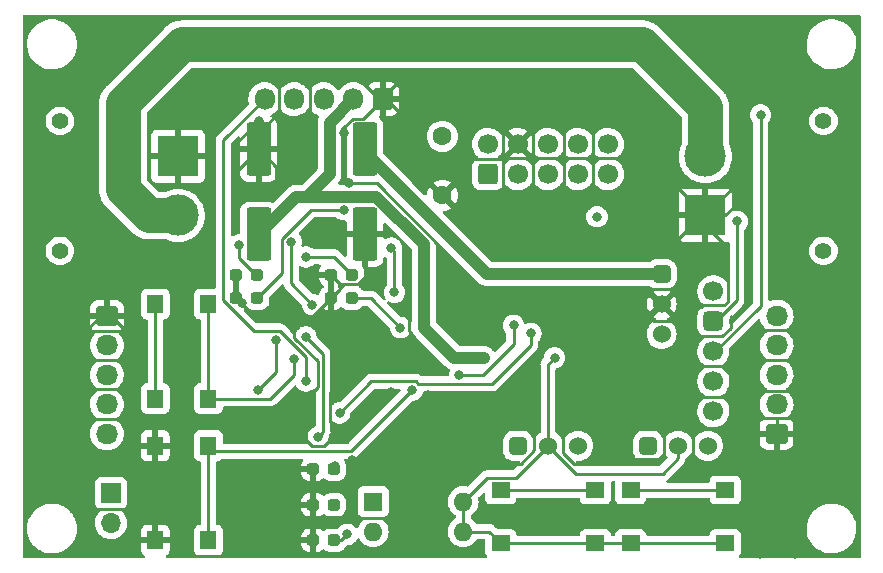
<source format=gbr>
%TF.GenerationSoftware,KiCad,Pcbnew,(6.0.7)*%
%TF.CreationDate,2023-12-12T10:26:36+09:00*%
%TF.ProjectId,Odometry,4f646f6d-6574-4727-992e-6b696361645f,rev?*%
%TF.SameCoordinates,Original*%
%TF.FileFunction,Copper,L1,Top*%
%TF.FilePolarity,Positive*%
%FSLAX46Y46*%
G04 Gerber Fmt 4.6, Leading zero omitted, Abs format (unit mm)*
G04 Created by KiCad (PCBNEW (6.0.7)) date 2023-12-12 10:26:36*
%MOMM*%
%LPD*%
G01*
G04 APERTURE LIST*
G04 Aperture macros list*
%AMRoundRect*
0 Rectangle with rounded corners*
0 $1 Rounding radius*
0 $2 $3 $4 $5 $6 $7 $8 $9 X,Y pos of 4 corners*
0 Add a 4 corners polygon primitive as box body*
4,1,4,$2,$3,$4,$5,$6,$7,$8,$9,$2,$3,0*
0 Add four circle primitives for the rounded corners*
1,1,$1+$1,$2,$3*
1,1,$1+$1,$4,$5*
1,1,$1+$1,$6,$7*
1,1,$1+$1,$8,$9*
0 Add four rect primitives between the rounded corners*
20,1,$1+$1,$2,$3,$4,$5,0*
20,1,$1+$1,$4,$5,$6,$7,0*
20,1,$1+$1,$6,$7,$8,$9,0*
20,1,$1+$1,$8,$9,$2,$3,0*%
G04 Aperture macros list end*
%TA.AperFunction,SMDPad,CuDef*%
%ADD10R,1.400000X1.600000*%
%TD*%
%TA.AperFunction,SMDPad,CuDef*%
%ADD11RoundRect,0.237500X-0.287500X-0.237500X0.287500X-0.237500X0.287500X0.237500X-0.287500X0.237500X0*%
%TD*%
%TA.AperFunction,SMDPad,CuDef*%
%ADD12RoundRect,0.250001X0.799999X-1.999999X0.799999X1.999999X-0.799999X1.999999X-0.799999X-1.999999X0*%
%TD*%
%TA.AperFunction,ComponentPad*%
%ADD13C,1.600000*%
%TD*%
%TA.AperFunction,ComponentPad*%
%ADD14RoundRect,0.250000X-0.675000X0.600000X-0.675000X-0.600000X0.675000X-0.600000X0.675000X0.600000X0*%
%TD*%
%TA.AperFunction,ComponentPad*%
%ADD15O,1.850000X1.700000*%
%TD*%
%TA.AperFunction,ComponentPad*%
%ADD16R,1.700000X1.700000*%
%TD*%
%TA.AperFunction,ComponentPad*%
%ADD17O,1.700000X1.700000*%
%TD*%
%TA.AperFunction,ComponentPad*%
%ADD18RoundRect,0.381000X-0.381000X-0.381000X0.381000X-0.381000X0.381000X0.381000X-0.381000X0.381000X0*%
%TD*%
%TA.AperFunction,ComponentPad*%
%ADD19C,1.524000*%
%TD*%
%TA.AperFunction,SMDPad,CuDef*%
%ADD20R,1.600000X1.400000*%
%TD*%
%TA.AperFunction,ComponentPad*%
%ADD21RoundRect,0.250000X0.675000X-0.600000X0.675000X0.600000X-0.675000X0.600000X-0.675000X-0.600000X0*%
%TD*%
%TA.AperFunction,SMDPad,CuDef*%
%ADD22RoundRect,0.250001X-0.799999X1.999999X-0.799999X-1.999999X0.799999X-1.999999X0.799999X1.999999X0*%
%TD*%
%TA.AperFunction,ComponentPad*%
%ADD23C,1.400000*%
%TD*%
%TA.AperFunction,ComponentPad*%
%ADD24R,3.500000X3.500000*%
%TD*%
%TA.AperFunction,ComponentPad*%
%ADD25C,3.500000*%
%TD*%
%TA.AperFunction,ComponentPad*%
%ADD26C,1.700000*%
%TD*%
%TA.AperFunction,ComponentPad*%
%ADD27RoundRect,0.425000X-0.425000X-0.425000X0.425000X-0.425000X0.425000X0.425000X-0.425000X0.425000X0*%
%TD*%
%TA.AperFunction,ComponentPad*%
%ADD28RoundRect,0.250000X0.600000X0.675000X-0.600000X0.675000X-0.600000X-0.675000X0.600000X-0.675000X0*%
%TD*%
%TA.AperFunction,ComponentPad*%
%ADD29O,1.700000X1.850000*%
%TD*%
%TA.AperFunction,ComponentPad*%
%ADD30RoundRect,0.381000X0.381000X-0.381000X0.381000X0.381000X-0.381000X0.381000X-0.381000X-0.381000X0*%
%TD*%
%TA.AperFunction,ComponentPad*%
%ADD31RoundRect,0.250000X0.600000X-0.600000X0.600000X0.600000X-0.600000X0.600000X-0.600000X-0.600000X0*%
%TD*%
%TA.AperFunction,ComponentPad*%
%ADD32R,1.600000X1.600000*%
%TD*%
%TA.AperFunction,ComponentPad*%
%ADD33O,1.600000X1.600000*%
%TD*%
%TA.AperFunction,ViaPad*%
%ADD34C,0.800000*%
%TD*%
%TA.AperFunction,Conductor*%
%ADD35C,0.250000*%
%TD*%
%TA.AperFunction,Conductor*%
%ADD36C,1.000000*%
%TD*%
%TA.AperFunction,Conductor*%
%ADD37C,3.000000*%
%TD*%
G04 APERTURE END LIST*
D10*
%TO.P,NRST,1,A*%
%TO.N,NRST*%
X30912500Y-51837500D03*
X30912500Y-59837500D03*
%TO.P,NRST,2,B*%
%TO.N,GND*%
X26412500Y-59837500D03*
X26412500Y-51837500D03*
%TD*%
D11*
%TO.P,IND,1,K*%
%TO.N,GND*%
X41287500Y-37337500D03*
%TO.P,IND,2,A*%
%TO.N,Net-(D10-Pad2)*%
X43037500Y-37337500D03*
%TD*%
%TO.P,PA8,1,K*%
%TO.N,GND*%
X39787500Y-56837500D03*
%TO.P,PA8,2,A*%
%TO.N,Net-(D4-Pad2)*%
X41537500Y-56837500D03*
%TD*%
D10*
%TO.P,BOOT0,1,A*%
%TO.N,BOOT0*%
X30912500Y-39837500D03*
X30912500Y-47837500D03*
%TO.P,BOOT0,2,B*%
%TO.N,+3.3V*%
X26412500Y-39837500D03*
X26412500Y-47837500D03*
%TD*%
D12*
%TO.P,C12,1*%
%TO.N,+3.3V*%
X35162500Y-33937500D03*
%TO.P,C12,2*%
%TO.N,GND*%
X35162500Y-26737500D03*
%TD*%
D13*
%TO.P,C13,1*%
%TO.N,GND*%
X50717645Y-30635299D03*
%TO.P,C13,2*%
%TO.N,Net-(C13-Pad2)*%
X50717645Y-25635299D03*
%TD*%
D14*
%TO.P,J5,1,Pin_1*%
%TO.N,GND*%
X22312500Y-40837500D03*
D15*
%TO.P,J5,2,Pin_2*%
%TO.N,unconnected-(J5-Pad2)*%
X22312500Y-43337500D03*
%TO.P,J5,3,Pin_3*%
%TO.N,unconnected-(J5-Pad3)*%
X22312500Y-45837500D03*
%TO.P,J5,4,Pin_4*%
%TO.N,RS485_MD_A*%
X22312500Y-48337500D03*
%TO.P,J5,5,Pin_5*%
%TO.N,RS485_MD_B*%
X22312500Y-50837500D03*
%TD*%
D16*
%TO.P,JP1,1,A*%
%TO.N,RS485_MD_A*%
X22662500Y-55837500D03*
D17*
%TO.P,JP1,2,B*%
%TO.N,Net-(JP1-Pad2)*%
X22662500Y-58377500D03*
%TD*%
D18*
%TO.P,U1,1,VI*%
%TO.N,VCC*%
X69285500Y-37297500D03*
D19*
%TO.P,U1,2,GND*%
%TO.N,GND*%
X69285500Y-39837500D03*
%TO.P,U1,3,VO*%
%TO.N,/VSYS*%
X69285500Y-42377500D03*
%TD*%
D11*
%TO.P,PB1,1,K*%
%TO.N,GND*%
X39787500Y-59837500D03*
%TO.P,PB1,2,A*%
%TO.N,Net-(D3-Pad2)*%
X41537500Y-59837500D03*
%TD*%
D20*
%TO.P,PA0,1,A*%
%TO.N,Tact_Switch1*%
X74662500Y-55587500D03*
X66662500Y-55587500D03*
%TO.P,PA0,2,B*%
%TO.N,+3.3V*%
X74662500Y-60087500D03*
X66662500Y-60087500D03*
%TD*%
D11*
%TO.P,VSYS,1,K*%
%TO.N,GND*%
X33287500Y-37337500D03*
%TO.P,VSYS,2,A*%
%TO.N,Net-(D8-Pad2)*%
X35037500Y-37337500D03*
%TD*%
D20*
%TO.P,PA5,1,A*%
%TO.N,Tact_Switch2*%
X55662500Y-55587500D03*
X63662500Y-55587500D03*
%TO.P,PA5,2,B*%
%TO.N,+3.3V*%
X55662500Y-60087500D03*
X63662500Y-60087500D03*
%TD*%
D11*
%TO.P,VBUS,1,K*%
%TO.N,GND*%
X33287500Y-39337500D03*
%TO.P,VBUS,2,A*%
%TO.N,Net-(D9-Pad2)*%
X35037500Y-39337500D03*
%TD*%
D21*
%TO.P,J6,1,Pin_1*%
%TO.N,GND*%
X79012500Y-50837500D03*
D15*
%TO.P,J6,2,Pin_2*%
%TO.N,unconnected-(J6-Pad2)*%
X79012500Y-48337500D03*
%TO.P,J6,3,Pin_3*%
%TO.N,unconnected-(J6-Pad3)*%
X79012500Y-45837500D03*
%TO.P,J6,4,Pin_4*%
%TO.N,RS485_MD_A*%
X79012500Y-43337500D03*
%TO.P,J6,5,Pin_5*%
%TO.N,RS485_MD_B*%
X79012500Y-40837500D03*
%TD*%
D22*
%TO.P,C6,1*%
%TO.N,VCC*%
X44162500Y-26737500D03*
%TO.P,C6,2*%
%TO.N,GND*%
X44162500Y-33937500D03*
%TD*%
D23*
%TO.P,J1,*%
%TO.N,*%
X18337500Y-35337500D03*
X18337500Y-24337500D03*
D24*
%TO.P,J1,1,Pin_1*%
%TO.N,GND*%
X28337500Y-27337500D03*
D25*
%TO.P,J1,2,Pin_2*%
%TO.N,+12V*%
X28337500Y-32337500D03*
%TD*%
D26*
%TO.P,SW5,*%
%TO.N,*%
X73662500Y-48917500D03*
X73662500Y-38757500D03*
D27*
%TO.P,SW5,1,A*%
%TO.N,\u4E3B\u96FB\u6E90\u30B9\u30A4\u30C3\u30C1*%
X73662500Y-41297500D03*
D26*
%TO.P,SW5,2,B*%
%TO.N,/S-S*%
X73662500Y-43837500D03*
%TO.P,SW5,3,C*%
%TO.N,unconnected-(SW5-Pad3)*%
X73662500Y-46377500D03*
%TD*%
D28*
%TO.P,J4,1,Pin_1*%
%TO.N,GND*%
X45662500Y-22487500D03*
D29*
%TO.P,J4,2,Pin_2*%
%TO.N,+3.3V*%
X43162500Y-22487500D03*
%TO.P,J4,3,Pin_3*%
%TO.N,I2C1_SCL*%
X40662500Y-22487500D03*
%TO.P,J4,4,Pin_4*%
%TO.N,I2C1_SDA*%
X38162500Y-22487500D03*
%TO.P,J4,5,Pin_5*%
%TO.N,Encoder_OUT*%
X35662500Y-22487500D03*
%TD*%
D30*
%TO.P,PA1,1,A*%
%TO.N,Slide_Switch1*%
X68122500Y-51837500D03*
D19*
%TO.P,PA1,2,B*%
%TO.N,+3.3V*%
X70662500Y-51837500D03*
%TO.P,PA1,3,C*%
%TO.N,unconnected-(SW2-Pad3)*%
X73202500Y-51837500D03*
%TD*%
D11*
%TO.P,PA11,1,K*%
%TO.N,GND*%
X39787500Y-53837500D03*
%TO.P,PA11,2,A*%
%TO.N,Net-(D5-Pad2)*%
X41537500Y-53837500D03*
%TD*%
D30*
%TO.P,PA6,1,A*%
%TO.N,Slide_Switch2*%
X57122500Y-51837500D03*
D19*
%TO.P,PA6,2,B*%
%TO.N,+3.3V*%
X59662500Y-51837500D03*
%TO.P,PA6,3,C*%
%TO.N,unconnected-(SW3-Pad3)*%
X62202500Y-51837500D03*
%TD*%
D11*
%TO.P,3V3,1,K*%
%TO.N,GND*%
X41287500Y-39337500D03*
%TO.P,3V3,2,A*%
%TO.N,Net-(D11-Pad2)*%
X43037500Y-39337500D03*
%TD*%
D31*
%TO.P,J3,1,Pin_1*%
%TO.N,VBUS*%
X54582500Y-28837500D03*
D26*
%TO.P,J3,2,Pin_2*%
%TO.N,unconnected-(J3-Pad2)*%
X54582500Y-26297500D03*
%TO.P,J3,3,Pin_3*%
%TO.N,TCK*%
X57122500Y-28837500D03*
%TO.P,J3,4,Pin_4*%
%TO.N,GND*%
X57122500Y-26297500D03*
%TO.P,J3,5,Pin_5*%
%TO.N,TMS*%
X59662500Y-28837500D03*
%TO.P,J3,6,Pin_6*%
%TO.N,NRST*%
X59662500Y-26297500D03*
%TO.P,J3,7,Pin_7*%
%TO.N,unconnected-(J3-Pad7)*%
X62202500Y-28837500D03*
%TO.P,J3,8,Pin_8*%
%TO.N,MainRX2_STLinkTX*%
X62202500Y-26297500D03*
%TO.P,J3,9,Pin_9*%
%TO.N,MainTX2_STLinkRX*%
X64742500Y-28837500D03*
%TO.P,J3,10,Pin_10*%
%TO.N,unconnected-(J3-Pad10)*%
X64742500Y-26297500D03*
%TD*%
D23*
%TO.P,J2,*%
%TO.N,*%
X82987500Y-35337500D03*
X82987500Y-24337500D03*
D24*
%TO.P,J2,1,Pin_1*%
%TO.N,GND*%
X72987500Y-32337500D03*
D25*
%TO.P,J2,2,Pin_2*%
%TO.N,+12V*%
X72987500Y-27337500D03*
%TD*%
D32*
%TO.P,PA7 PB0,1*%
%TO.N,2PSW1*%
X44862500Y-56562500D03*
D33*
%TO.P,PA7 PB0,2*%
%TO.N,2PSW2*%
X44862500Y-59102500D03*
%TO.P,PA7 PB0,3*%
%TO.N,+3.3V*%
X52482500Y-59102500D03*
%TO.P,PA7 PB0,4*%
X52482500Y-56562500D03*
%TD*%
D34*
%TO.N,*%
X63809543Y-32447624D03*
%TO.N,/S-S*%
X77662500Y-23837500D03*
%TO.N,GND*%
X23669877Y-47054393D03*
X77276417Y-41848566D03*
X63846444Y-24635299D03*
X85713893Y-20760346D03*
X21203643Y-26006625D03*
X15662500Y-56337500D03*
X82210267Y-55602754D03*
X69162500Y-28512500D03*
X28651370Y-59076150D03*
X39743087Y-37756913D03*
X72350070Y-50267473D03*
X24662500Y-50837500D03*
X78804678Y-32974738D03*
X20662500Y-60837500D03*
X46053087Y-50988899D03*
X61501748Y-30769321D03*
X33725000Y-39775000D03*
X58526888Y-45874201D03*
X46200357Y-26861211D03*
X55648120Y-24120606D03*
X28176941Y-37671937D03*
X31008026Y-34170209D03*
X60787860Y-47179315D03*
X69424723Y-50575277D03*
X46333350Y-47285736D03*
X42809680Y-29613291D03*
X29662500Y-50337500D03*
X33278522Y-37345669D03*
X79425411Y-54720423D03*
X52783607Y-28882479D03*
X49500000Y-47500000D03*
X15662500Y-20837500D03*
X80958193Y-41191111D03*
X66476978Y-49061319D03*
X54003255Y-57781008D03*
X85656872Y-55906055D03*
X15662500Y-24837500D03*
X78801385Y-39009793D03*
X69162500Y-23837500D03*
X55703580Y-53360163D03*
X77633176Y-61007030D03*
X47403840Y-23931623D03*
X75144118Y-47712390D03*
X39472949Y-24033573D03*
X66420223Y-52974143D03*
X53185261Y-51080808D03*
X67540200Y-45989527D03*
X41916345Y-21166623D03*
X79897838Y-23237816D03*
X56538638Y-35732431D03*
X48957426Y-59040167D03*
X74943507Y-16128144D03*
X20125673Y-35061708D03*
X80677255Y-15833999D03*
X50813244Y-39039700D03*
X15662500Y-33837500D03*
X33489581Y-20411363D03*
X39575356Y-20779404D03*
X39662500Y-34337500D03*
X55960173Y-38782354D03*
X58956610Y-20254156D03*
X85500000Y-16000000D03*
X56162500Y-30337500D03*
X41441980Y-34764685D03*
X64133365Y-46719768D03*
X32537641Y-53411153D03*
X53615128Y-30695321D03*
X49634176Y-23931623D03*
X61346821Y-49922749D03*
X85566223Y-60733571D03*
X29418033Y-46284104D03*
X59684947Y-39440539D03*
X44140617Y-32458983D03*
X15720042Y-60744963D03*
X85505221Y-35088563D03*
X63405027Y-22263909D03*
X48896368Y-28111179D03*
X26182779Y-24216415D03*
X71908905Y-42565460D03*
X82285015Y-48466047D03*
X63745906Y-35255802D03*
X66364763Y-29745465D03*
X66162500Y-20837500D03*
X80611043Y-61007030D03*
X35162500Y-24337500D03*
X28691634Y-39785854D03*
X59710832Y-56788386D03*
X35162500Y-30337500D03*
X47213164Y-40295004D03*
X20662500Y-15837500D03*
X52182834Y-42712175D03*
X25162500Y-57837500D03*
X68534140Y-56788386D03*
X26818313Y-15815617D03*
X82410655Y-29146240D03*
X45162500Y-37837500D03*
X19460424Y-46263972D03*
X15726955Y-15950527D03*
X29662500Y-20337500D03*
X69151809Y-15833999D03*
X27570653Y-42341188D03*
X58162500Y-30337500D03*
X22662500Y-32837500D03*
X20662500Y-19837500D03*
X33162500Y-49837500D03*
X59520653Y-42870068D03*
X37662500Y-24337500D03*
X42423931Y-25375625D03*
X31145890Y-25374474D03*
X76061525Y-58442756D03*
X38673392Y-58626163D03*
X32592786Y-59091157D03*
X65142681Y-58608193D03*
X15662500Y-53337500D03*
X55261661Y-42789606D03*
X58662500Y-50337500D03*
X66769681Y-35169708D03*
X79245718Y-28823537D03*
X75662500Y-21337500D03*
X43033701Y-53080279D03*
X19162500Y-55337500D03*
%TO.N,+3.3V*%
X54212500Y-44387500D03*
X51712500Y-44387500D03*
X52895622Y-44391964D03*
X26412500Y-47837500D03*
X60212500Y-44387500D03*
%TO.N,Net-(D3-Pad2)*%
X42662500Y-59337500D03*
%TO.N,Net-(D4-Pad2)*%
X41537500Y-56837500D03*
%TO.N,Net-(D5-Pad2)*%
X41594034Y-53514639D03*
%TO.N,Net-(D8-Pad2)*%
X33513000Y-34837500D03*
%TO.N,Net-(D9-Pad2)*%
X42387000Y-31854888D03*
%TO.N,Net-(D10-Pad2)*%
X39174799Y-35849799D03*
%TO.N,Net-(D11-Pad2)*%
X47162500Y-41837500D03*
%TO.N,+12V*%
X71162500Y-21337500D03*
%TO.N,NRST*%
X48179888Y-47113000D03*
X56743360Y-41642718D03*
X52162500Y-45837500D03*
%TO.N,MainTX2_STLinkRX*%
X58203617Y-42327304D03*
X42024714Y-49052739D03*
%TO.N,I2C1_SCL*%
X46662500Y-38837500D03*
X46400201Y-35099799D03*
%TO.N,I2C1_SDA*%
X39712701Y-39887701D03*
X37914169Y-34564571D03*
%TO.N,Encoder_OUT*%
X39162500Y-46337500D03*
%TO.N,\u4E3B\u96FB\u6E90\u30B9\u30A4\u30C3\u30C1*%
X75662500Y-32837500D03*
%TO.N,Tact_Switch1*%
X74662500Y-55587500D03*
%TO.N,Tact_Switch2*%
X63662500Y-55587500D03*
%TO.N,LED2*%
X35150201Y-47113000D03*
X36650201Y-42849799D03*
%TO.N,LED3*%
X39162500Y-42613000D03*
X40179888Y-51113000D03*
%TO.N,BOOT0*%
X30912500Y-47837500D03*
X38116566Y-44511501D03*
%TD*%
D35*
%TO.N,/S-S*%
X77662500Y-39973063D02*
X77662500Y-23837500D01*
X73798063Y-43837500D02*
X77662500Y-39973063D01*
X73662500Y-43837500D02*
X73798063Y-43837500D01*
%TO.N,GND*%
X79012500Y-50837500D02*
X79012500Y-49537500D01*
X79012500Y-49537500D02*
X78987500Y-49512500D01*
X77276417Y-41848566D02*
X77162500Y-41962483D01*
X75162500Y-45837500D02*
X74410093Y-45085093D01*
X69285500Y-39837500D02*
X68236090Y-38788090D01*
X66420223Y-52974143D02*
X69022327Y-52974143D01*
X70487500Y-29837500D02*
X70162500Y-29837500D01*
X75144118Y-47712390D02*
X75694008Y-47162500D01*
X23395525Y-49570525D02*
X20873392Y-49570525D01*
X22662500Y-40837500D02*
X23662500Y-41837500D01*
X75694008Y-47162500D02*
X80271161Y-47162500D01*
X58509356Y-52211079D02*
X58509356Y-50799572D01*
X72071778Y-40099785D02*
X72623235Y-40099785D01*
X63223290Y-53364867D02*
X63239629Y-53348528D01*
X21061150Y-47054393D02*
X21057210Y-47058333D01*
X45662500Y-22487500D02*
X43987500Y-24162500D01*
X68236090Y-38788090D02*
X68236090Y-38580216D01*
X50813244Y-35278722D02*
X50813244Y-39039700D01*
X74878080Y-39646365D02*
X74878080Y-37942977D01*
X60943935Y-52025031D02*
X60943935Y-52482536D01*
X43279995Y-57977500D02*
X43032480Y-57729985D01*
X45368390Y-22487500D02*
X43827034Y-20946144D01*
X60943935Y-50325635D02*
X60943935Y-52025031D01*
X72987500Y-32337500D02*
X72662500Y-32337500D01*
X47927224Y-42102224D02*
X48162500Y-42337500D01*
X55891383Y-30066383D02*
X55891383Y-27066383D01*
X72709017Y-40014003D02*
X72770290Y-39952730D01*
X80271161Y-47162500D02*
X80483495Y-46950166D01*
X60985996Y-29808912D02*
X60780967Y-30013941D01*
X55703580Y-53360163D02*
X57360272Y-53360163D01*
X58391321Y-29695321D02*
X58391321Y-27514004D01*
X39787500Y-59837500D02*
X39787500Y-56837500D01*
X69022327Y-52974143D02*
X69522822Y-52473648D01*
X61346821Y-49922749D02*
X60943935Y-50325635D01*
X33272728Y-26227272D02*
X33272728Y-26425720D01*
X72987500Y-32337500D02*
X70487500Y-29837500D01*
X63501486Y-27498514D02*
X63501486Y-24879266D01*
X77162500Y-44837500D02*
X77706578Y-44837500D01*
X37662500Y-24337500D02*
X36853759Y-23528759D01*
X43987500Y-24162500D02*
X43124328Y-24162500D01*
X60943935Y-52482536D02*
X61826266Y-53364867D01*
X41162500Y-47337500D02*
X41662500Y-46837500D01*
X71908905Y-42565460D02*
X70633945Y-41290500D01*
X74662500Y-32337500D02*
X75662500Y-31337500D01*
X75144118Y-47712390D02*
X75144118Y-45855882D01*
X36662500Y-28237500D02*
X36662500Y-29837500D01*
X39472949Y-20881811D02*
X39575356Y-20779404D01*
X26412500Y-51837500D02*
X26412500Y-59837500D01*
X40662500Y-51837500D02*
X41162500Y-51337500D01*
X24527500Y-57202500D02*
X21297500Y-57202500D01*
X42087500Y-38537500D02*
X41287500Y-39337500D01*
X42087500Y-38137500D02*
X43557995Y-38137500D01*
X61013804Y-27486196D02*
X61013804Y-25050830D01*
X72071778Y-42402587D02*
X72071778Y-40099785D01*
X41162500Y-49790128D02*
X41162500Y-47337500D01*
X34787500Y-40837500D02*
X33287500Y-39337500D01*
X41423931Y-50051559D02*
X41162500Y-49790128D01*
X71908905Y-42565460D02*
X72071778Y-42402587D01*
X77162500Y-41962483D02*
X77162500Y-44837500D01*
X39787500Y-40837500D02*
X34787500Y-40837500D01*
X22312500Y-40837500D02*
X21775982Y-40837500D01*
X42809680Y-29613291D02*
X45147813Y-29613291D01*
X43557995Y-38137500D02*
X44162500Y-37532995D01*
X19460424Y-46263972D02*
X21178255Y-44546141D01*
X38162500Y-41837500D02*
X38162500Y-42701810D01*
X39162500Y-50837500D02*
X39162500Y-51337500D01*
X40162500Y-44701810D02*
X40162500Y-46837500D01*
X45662500Y-22487500D02*
X45662500Y-22337500D01*
X45662500Y-22487500D02*
X45368390Y-22487500D01*
X74571715Y-39952730D02*
X74878080Y-39646365D01*
X68615500Y-41290500D02*
X68162500Y-40837500D01*
X60985996Y-27514004D02*
X61013804Y-27486196D01*
X41162500Y-51337500D02*
X41162500Y-50837500D01*
X38162500Y-42701810D02*
X40162500Y-44701810D01*
X60985996Y-27514004D02*
X63485996Y-27514004D01*
X58391321Y-27514004D02*
X60985996Y-27514004D01*
X23669877Y-47054393D02*
X21061150Y-47054393D01*
X56162500Y-30337500D02*
X55891383Y-30066383D01*
X58162500Y-29924142D02*
X58391321Y-29695321D01*
X72987500Y-33162500D02*
X74662500Y-34837500D01*
X56162500Y-27337500D02*
X55949233Y-27550767D01*
X72987500Y-32337500D02*
X74662500Y-32337500D01*
X29109713Y-61188228D02*
X32311772Y-61188228D01*
X77500752Y-42072901D02*
X80416220Y-42072901D01*
X24662500Y-50837500D02*
X23395525Y-49570525D01*
X55891383Y-27066383D02*
X55891383Y-24363869D01*
X70633945Y-41290500D02*
X68615500Y-41290500D01*
X75144118Y-47712390D02*
X75144118Y-48530915D01*
X35162500Y-25332496D02*
X36556959Y-23938037D01*
X45959717Y-22487500D02*
X47403840Y-23931623D01*
X41287500Y-37337500D02*
X42087500Y-38137500D01*
X42087500Y-38137500D02*
X42087500Y-38537500D01*
X63501486Y-30577652D02*
X63489232Y-30589906D01*
X72623235Y-40099785D02*
X72709017Y-40014003D01*
X43124328Y-24162500D02*
X42423931Y-24862897D01*
X20469241Y-42144241D02*
X24120859Y-42144241D01*
X60985996Y-27514004D02*
X60985996Y-29808912D01*
X74410093Y-45085093D02*
X72490998Y-45085093D01*
X74434413Y-42565460D02*
X75135426Y-41864447D01*
X35162500Y-26737500D02*
X35162500Y-25332496D01*
X56162500Y-27337500D02*
X56339004Y-27514004D01*
X45662500Y-22337500D02*
X47162500Y-20837500D01*
X47927224Y-40754156D02*
X47927224Y-42102224D01*
X39787500Y-56837500D02*
X39787500Y-53837500D01*
X63501486Y-27498514D02*
X63501486Y-30577652D01*
X58162500Y-30337500D02*
X58162500Y-29924142D01*
X75144118Y-48530915D02*
X76125703Y-49512500D01*
X76125703Y-49512500D02*
X78987500Y-49512500D01*
X77706578Y-44837500D02*
X77946794Y-44597284D01*
X70343880Y-38580216D02*
X70490935Y-38727271D01*
X25162500Y-57837500D02*
X24527500Y-57202500D01*
X55891383Y-24363869D02*
X55648120Y-24120606D01*
X55949233Y-27550767D02*
X53109591Y-27550767D01*
X71908905Y-42565460D02*
X74434413Y-42565460D01*
X65940150Y-27514004D02*
X65952405Y-27501749D01*
X35162500Y-26737500D02*
X33162500Y-28737500D01*
X75987500Y-29337500D02*
X76162500Y-29337500D01*
X61826266Y-53364867D02*
X63223290Y-53364867D01*
X72350070Y-50267473D02*
X71949232Y-50668311D01*
X48957426Y-59040167D02*
X47894759Y-57977500D01*
X72987500Y-32337500D02*
X72987500Y-33162500D01*
X63485996Y-27514004D02*
X65940150Y-27514004D01*
X57360272Y-53360163D02*
X58509356Y-52211079D01*
X58354557Y-27477240D02*
X58354557Y-24928284D01*
X35162500Y-24337500D02*
X33272728Y-26227272D01*
X42423931Y-24862897D02*
X42423931Y-25375625D01*
X75144118Y-45855882D02*
X75162500Y-45837500D01*
X41287500Y-39337500D02*
X39787500Y-40837500D01*
X39162500Y-51337500D02*
X39662500Y-51837500D01*
X56339004Y-27514004D02*
X58391321Y-27514004D01*
X71949232Y-50668311D02*
X71949232Y-52940413D01*
X22312500Y-40837500D02*
X22662500Y-40837500D01*
X21775982Y-40837500D02*
X20469241Y-42144241D01*
X21297500Y-57202500D02*
X21162500Y-57337500D01*
X75135426Y-41864447D02*
X75162500Y-41837373D01*
X45147813Y-29613291D02*
X50813244Y-35278722D01*
X58391321Y-27514004D02*
X58354557Y-27477240D01*
X80335316Y-49512500D02*
X80581531Y-49266285D01*
X36853759Y-23528759D02*
X36853759Y-21080216D01*
X44162500Y-37532995D02*
X44162500Y-33937500D01*
X63485996Y-27514004D02*
X63501486Y-27498514D01*
X40162500Y-46837500D02*
X39162500Y-47837500D01*
X68236090Y-38580216D02*
X70343880Y-38580216D01*
X72662500Y-32337500D02*
X70662500Y-34337500D01*
X75162500Y-41837373D02*
X75162500Y-40837500D01*
X75144118Y-47712390D02*
X72287610Y-47712390D01*
X21178255Y-44546141D02*
X23593911Y-44546141D01*
X78987500Y-49512500D02*
X80335316Y-49512500D01*
X55891383Y-27066383D02*
X56162500Y-27337500D01*
X47894759Y-57977500D02*
X43279995Y-57977500D01*
X45662500Y-22487500D02*
X45959717Y-22487500D01*
X58354557Y-24928284D02*
X58391321Y-24891520D01*
X39472949Y-24033573D02*
X39472949Y-20881811D01*
X80777604Y-44597284D02*
X80802114Y-44621794D01*
X72987500Y-32337500D02*
X75987500Y-29337500D01*
X77276417Y-41848566D02*
X77500752Y-42072901D01*
X72770290Y-39952730D02*
X74571715Y-39952730D01*
X77946794Y-44597284D02*
X80777604Y-44597284D01*
X72287610Y-47712390D02*
X72162500Y-47837500D01*
X69522822Y-52473648D02*
X69522822Y-50979678D01*
X35162500Y-26737500D02*
X36662500Y-28237500D01*
X33162500Y-28737500D02*
X33162500Y-29837500D01*
X39662500Y-51837500D02*
X40662500Y-51837500D01*
D36*
%TO.N,VCC*%
X44162500Y-26958821D02*
X44162500Y-26737500D01*
X69285500Y-37297500D02*
X54501179Y-37297500D01*
X54501179Y-37297500D02*
X44162500Y-26958821D01*
D35*
%TO.N,+3.3V*%
X66262500Y-60087500D02*
X63662500Y-60087500D01*
D36*
X45106502Y-30738000D02*
X49162500Y-34793998D01*
D35*
X74662500Y-60087500D02*
X67202500Y-60087500D01*
X52482500Y-59102500D02*
X54677500Y-59102500D01*
D36*
X38362000Y-30738000D02*
X45106502Y-30738000D01*
X39262000Y-30738000D02*
X41162500Y-28837500D01*
D35*
X67202500Y-60087500D02*
X66732500Y-60557500D01*
X59662500Y-44937500D02*
X60212500Y-44387500D01*
X69370130Y-54207500D02*
X62032500Y-54207500D01*
X26412500Y-39837500D02*
X26412500Y-47837500D01*
D36*
X41162500Y-28837500D02*
X41162500Y-24487500D01*
D35*
X54677500Y-59102500D02*
X55662500Y-60087500D01*
D36*
X41162500Y-24487500D02*
X43162500Y-22487500D01*
D35*
X66732500Y-60557500D02*
X66262500Y-60087500D01*
X54482500Y-54562500D02*
X52482500Y-56562500D01*
X56937500Y-54562500D02*
X54482500Y-54562500D01*
X63662500Y-60087500D02*
X55662500Y-60087500D01*
D36*
X35162500Y-33937500D02*
X38362000Y-30738000D01*
D35*
X52482500Y-59102500D02*
X52482500Y-56562500D01*
D36*
X49162500Y-34793998D02*
X49162500Y-41837500D01*
D35*
X62032500Y-54207500D02*
X59662500Y-51837500D01*
D36*
X49162500Y-41837500D02*
X51712500Y-44387500D01*
D35*
X70662500Y-52915130D02*
X69370130Y-54207500D01*
X59662500Y-51837500D02*
X59662500Y-44937500D01*
D36*
X51712500Y-44387500D02*
X53112500Y-44387500D01*
X53112500Y-44387500D02*
X54212500Y-44387500D01*
X38362000Y-30738000D02*
X39262000Y-30738000D01*
D35*
X70662500Y-51837500D02*
X70662500Y-52915130D01*
X59662500Y-51837500D02*
X56937500Y-54562500D01*
%TO.N,Net-(D3-Pad2)*%
X42162500Y-59837500D02*
X42662500Y-59337500D01*
X41537500Y-59837500D02*
X42162500Y-59837500D01*
%TO.N,Net-(D8-Pad2)*%
X33513000Y-34837500D02*
X33513000Y-35901172D01*
X34949328Y-37337500D02*
X35037500Y-37337500D01*
X33513000Y-35901172D02*
X34949328Y-37337500D01*
%TO.N,Net-(D9-Pad2)*%
X39599254Y-31854888D02*
X42387000Y-31854888D01*
X35037500Y-39337500D02*
X37141240Y-37233760D01*
X37141240Y-34312902D02*
X39599254Y-31854888D01*
X37141240Y-37233760D02*
X37141240Y-34312902D01*
%TO.N,Net-(D10-Pad2)*%
X43037500Y-37337500D02*
X41537500Y-35837500D01*
X39187098Y-35837500D02*
X39174799Y-35849799D01*
X41537500Y-35837500D02*
X39187098Y-35837500D01*
%TO.N,Net-(D11-Pad2)*%
X47162500Y-41837500D02*
X44662500Y-39337500D01*
X44662500Y-39337500D02*
X43037500Y-39337500D01*
D37*
%TO.N,+12V*%
X67662500Y-17837500D02*
X28662500Y-17837500D01*
X23662500Y-30137373D02*
X25862627Y-32337500D01*
X68412500Y-18587500D02*
X67662500Y-17837500D01*
X23662500Y-22837500D02*
X23662500Y-30137373D01*
X28662500Y-17837500D02*
X23662500Y-22837500D01*
X71162500Y-21337500D02*
X68412500Y-18587500D01*
X72987500Y-23162500D02*
X71162500Y-21337500D01*
X25862627Y-32337500D02*
X28337500Y-32337500D01*
X72987500Y-27337500D02*
X72987500Y-23162500D01*
D35*
%TO.N,NRST*%
X52162500Y-45837500D02*
X54162500Y-45837500D01*
X31362001Y-52287001D02*
X43005887Y-52287001D01*
X43005887Y-52287001D02*
X48179888Y-47113000D01*
X30912500Y-59837500D02*
X30912500Y-51837500D01*
X56743360Y-43256640D02*
X56743360Y-41642718D01*
X54162500Y-45837500D02*
X56743360Y-43256640D01*
X30912500Y-51837500D02*
X31362001Y-52287001D01*
%TO.N,MainTX2_STLinkRX*%
X42024714Y-49052739D02*
X44688953Y-46388500D01*
X48692187Y-46600701D02*
X54899299Y-46600701D01*
X44688953Y-46388500D02*
X48479986Y-46388500D01*
X54899299Y-46600701D02*
X58203617Y-43296383D01*
X58203617Y-43296383D02*
X58203617Y-42327304D01*
X48479986Y-46388500D02*
X48692187Y-46600701D01*
%TO.N,I2C1_SCL*%
X46662500Y-35362098D02*
X46400201Y-35099799D01*
X46662500Y-38837500D02*
X46662500Y-35362098D01*
%TO.N,I2C1_SDA*%
X37914169Y-38089169D02*
X39712701Y-39887701D01*
X37914169Y-34564571D02*
X37914169Y-38089169D01*
%TO.N,Encoder_OUT*%
X39162500Y-46337500D02*
X39162500Y-44337500D01*
X39162500Y-44337500D02*
X36938000Y-42113000D01*
X32162500Y-39532995D02*
X32162500Y-25987500D01*
X32162500Y-25987500D02*
X35662500Y-22487500D01*
X34742505Y-42113000D02*
X32162500Y-39532995D01*
X36938000Y-42113000D02*
X34742505Y-42113000D01*
%TO.N,\u4E3B\u96FB\u6E90\u30B9\u30A4\u30C3\u30C1*%
X75662500Y-39497635D02*
X73862635Y-41297500D01*
X75662500Y-32837500D02*
X75662500Y-39497635D01*
X73862635Y-41297500D02*
X73662500Y-41297500D01*
%TO.N,Tact_Switch1*%
X66662500Y-55587500D02*
X74662500Y-55587500D01*
%TO.N,Tact_Switch2*%
X55662500Y-55587500D02*
X63662500Y-55587500D01*
%TO.N,LED2*%
X35150201Y-47113000D02*
X36650201Y-45613000D01*
X36650201Y-45613000D02*
X36650201Y-42849799D01*
%TO.N,LED3*%
X40179888Y-51113000D02*
X40612001Y-50680887D01*
X40612001Y-50680887D02*
X40612001Y-44062501D01*
X40612001Y-44062501D02*
X39162500Y-42613000D01*
%TO.N,BOOT0*%
X38116566Y-45883434D02*
X38116566Y-44511501D01*
X30912500Y-47837500D02*
X36162500Y-47837500D01*
X30912500Y-47837500D02*
X30912500Y-39837500D01*
X36162500Y-47837500D02*
X38116566Y-45883434D01*
%TD*%
%TA.AperFunction,Conductor*%
%TO.N,GND*%
G36*
X86096121Y-15366002D02*
G01*
X86142614Y-15419658D01*
X86154000Y-15472000D01*
X86154000Y-61203000D01*
X86133998Y-61271121D01*
X86080342Y-61317614D01*
X86028000Y-61329000D01*
X75944069Y-61329000D01*
X75875948Y-61308998D01*
X75829455Y-61255342D01*
X75819351Y-61185068D01*
X75843243Y-61127435D01*
X75907729Y-61041391D01*
X75913115Y-61034205D01*
X75964245Y-60897816D01*
X75971000Y-60835634D01*
X75971000Y-59339366D01*
X75964245Y-59277184D01*
X75913115Y-59140795D01*
X75825761Y-59024239D01*
X75709205Y-58936885D01*
X75572816Y-58885755D01*
X75510634Y-58879000D01*
X73814366Y-58879000D01*
X73752184Y-58885755D01*
X73615795Y-58936885D01*
X73499239Y-59024239D01*
X73411885Y-59140795D01*
X73360755Y-59277184D01*
X73354000Y-59339366D01*
X73352861Y-59339242D01*
X73330789Y-59401734D01*
X73274706Y-59445268D01*
X73228616Y-59454000D01*
X68096384Y-59454000D01*
X68028263Y-59433998D01*
X67981770Y-59380342D01*
X67971674Y-59339293D01*
X67971000Y-59339366D01*
X67965098Y-59285040D01*
X67964245Y-59277184D01*
X67913115Y-59140795D01*
X67825761Y-59024239D01*
X67709205Y-58936885D01*
X67572816Y-58885755D01*
X67510634Y-58879000D01*
X65814366Y-58879000D01*
X65752184Y-58885755D01*
X65615795Y-58936885D01*
X65499239Y-59024239D01*
X65411885Y-59140795D01*
X65360755Y-59277184D01*
X65354000Y-59339366D01*
X65352861Y-59339242D01*
X65330789Y-59401734D01*
X65274706Y-59445268D01*
X65228616Y-59454000D01*
X65096384Y-59454000D01*
X65028263Y-59433998D01*
X64981770Y-59380342D01*
X64971674Y-59339293D01*
X64971000Y-59339366D01*
X64965098Y-59285040D01*
X64964245Y-59277184D01*
X64913115Y-59140795D01*
X64825761Y-59024239D01*
X64709205Y-58936885D01*
X64572816Y-58885755D01*
X64510634Y-58879000D01*
X62814366Y-58879000D01*
X62752184Y-58885755D01*
X62615795Y-58936885D01*
X62499239Y-59024239D01*
X62411885Y-59140795D01*
X62360755Y-59277184D01*
X62354000Y-59339366D01*
X62352861Y-59339242D01*
X62330789Y-59401734D01*
X62274706Y-59445268D01*
X62228616Y-59454000D01*
X57096384Y-59454000D01*
X57028263Y-59433998D01*
X56981770Y-59380342D01*
X56971674Y-59339293D01*
X56971000Y-59339366D01*
X56965098Y-59285040D01*
X56964245Y-59277184D01*
X56913115Y-59140795D01*
X56825761Y-59024239D01*
X56709205Y-58936885D01*
X56572816Y-58885755D01*
X56510634Y-58879000D01*
X55402095Y-58879000D01*
X55333974Y-58858998D01*
X55313000Y-58842095D01*
X55286274Y-58815369D01*
X81549189Y-58815369D01*
X81549436Y-58819653D01*
X81549436Y-58819654D01*
X81552177Y-58867185D01*
X81565738Y-59102383D01*
X81566563Y-59106588D01*
X81566564Y-59106596D01*
X81582239Y-59186490D01*
X81621086Y-59384495D01*
X81622473Y-59388545D01*
X81622474Y-59388550D01*
X81712821Y-59652430D01*
X81714210Y-59656486D01*
X81758930Y-59745401D01*
X81820956Y-59868726D01*
X81843385Y-59913322D01*
X82006221Y-60150250D01*
X82009108Y-60153423D01*
X82009109Y-60153424D01*
X82175637Y-60336436D01*
X82199706Y-60362888D01*
X82203001Y-60365643D01*
X82203002Y-60365644D01*
X82413362Y-60541531D01*
X82420259Y-60547298D01*
X82663798Y-60700071D01*
X82925818Y-60818377D01*
X82933566Y-60820672D01*
X83197357Y-60898811D01*
X83197362Y-60898812D01*
X83201470Y-60900029D01*
X83205704Y-60900677D01*
X83205709Y-60900678D01*
X83454311Y-60938719D01*
X83485653Y-60943515D01*
X83631985Y-60945814D01*
X83768817Y-60947964D01*
X83768823Y-60947964D01*
X83773108Y-60948031D01*
X83777360Y-60947516D01*
X83777368Y-60947516D01*
X84054256Y-60914008D01*
X84054261Y-60914007D01*
X84058517Y-60913492D01*
X84336597Y-60840539D01*
X84602204Y-60730521D01*
X84850422Y-60585474D01*
X85076659Y-60408082D01*
X85085803Y-60398647D01*
X85227964Y-60251947D01*
X85276727Y-60201628D01*
X85279260Y-60198180D01*
X85279264Y-60198175D01*
X85444387Y-59973386D01*
X85446925Y-59969931D01*
X85459484Y-59946800D01*
X85582054Y-59721055D01*
X85582055Y-59721053D01*
X85584104Y-59717279D01*
X85636871Y-59577635D01*
X85684207Y-59452366D01*
X85684208Y-59452362D01*
X85685725Y-59448348D01*
X85746592Y-59182588D01*
X85748949Y-59172297D01*
X85748950Y-59172293D01*
X85749907Y-59168113D01*
X85752324Y-59141040D01*
X85775243Y-58884226D01*
X85775243Y-58884224D01*
X85775463Y-58881760D01*
X85775751Y-58854337D01*
X85775901Y-58839984D01*
X85775901Y-58839983D01*
X85775927Y-58837500D01*
X85772014Y-58780096D01*
X85756665Y-58554952D01*
X85756664Y-58554946D01*
X85756373Y-58550675D01*
X85753203Y-58535365D01*
X85698943Y-58273355D01*
X85698074Y-58269158D01*
X85602107Y-57998157D01*
X85470250Y-57742688D01*
X85467019Y-57738090D01*
X85334909Y-57550117D01*
X85304941Y-57507477D01*
X85232106Y-57429097D01*
X85112161Y-57300021D01*
X85112158Y-57300019D01*
X85109240Y-57296878D01*
X84886768Y-57114787D01*
X84641642Y-56964573D01*
X84623548Y-56956630D01*
X84382330Y-56850743D01*
X84378398Y-56849017D01*
X84352463Y-56841629D01*
X84158829Y-56786471D01*
X84101906Y-56770256D01*
X83858635Y-56735634D01*
X83821536Y-56730354D01*
X83821534Y-56730354D01*
X83817284Y-56729749D01*
X83812995Y-56729727D01*
X83812988Y-56729726D01*
X83534083Y-56728265D01*
X83534076Y-56728265D01*
X83529797Y-56728243D01*
X83525553Y-56728802D01*
X83525549Y-56728802D01*
X83400160Y-56745310D01*
X83244766Y-56765768D01*
X83240626Y-56766901D01*
X83240624Y-56766901D01*
X83174074Y-56785107D01*
X82967464Y-56841629D01*
X82963516Y-56843313D01*
X82706976Y-56952737D01*
X82706972Y-56952739D01*
X82703024Y-56954423D01*
X82616122Y-57006433D01*
X82460021Y-57099857D01*
X82460017Y-57099860D01*
X82456339Y-57102061D01*
X82231972Y-57281813D01*
X82132089Y-57387068D01*
X82043696Y-57480215D01*
X82034077Y-57490351D01*
X81866314Y-57723817D01*
X81864305Y-57727612D01*
X81864304Y-57727613D01*
X81851703Y-57751412D01*
X81731788Y-57977892D01*
X81632989Y-58247873D01*
X81571745Y-58528764D01*
X81570351Y-58546478D01*
X81549696Y-58808928D01*
X81549695Y-58808928D01*
X81549696Y-58808930D01*
X81549189Y-58815369D01*
X55286274Y-58815369D01*
X55181152Y-58710247D01*
X55173612Y-58701961D01*
X55169500Y-58695482D01*
X55154905Y-58681776D01*
X55119849Y-58648857D01*
X55117007Y-58646102D01*
X55097270Y-58626365D01*
X55094073Y-58623885D01*
X55085051Y-58616180D01*
X55060062Y-58592714D01*
X55052821Y-58585914D01*
X55045875Y-58582095D01*
X55045872Y-58582093D01*
X55035066Y-58576152D01*
X55018547Y-58565301D01*
X55014352Y-58562047D01*
X55002541Y-58552886D01*
X54995272Y-58549741D01*
X54995268Y-58549738D01*
X54961963Y-58535326D01*
X54951313Y-58530109D01*
X54912560Y-58508805D01*
X54892937Y-58503767D01*
X54874234Y-58497363D01*
X54862920Y-58492467D01*
X54862919Y-58492467D01*
X54855645Y-58489319D01*
X54847822Y-58488080D01*
X54847812Y-58488077D01*
X54811976Y-58482401D01*
X54800356Y-58479995D01*
X54765211Y-58470972D01*
X54765210Y-58470972D01*
X54757530Y-58469000D01*
X54737276Y-58469000D01*
X54717565Y-58467449D01*
X54705386Y-58465520D01*
X54697557Y-58464280D01*
X54665250Y-58467334D01*
X54653539Y-58468441D01*
X54641681Y-58469000D01*
X53701894Y-58469000D01*
X53633773Y-58448998D01*
X53598681Y-58415271D01*
X53491857Y-58262711D01*
X53491855Y-58262708D01*
X53488698Y-58258200D01*
X53326800Y-58096302D01*
X53322292Y-58093145D01*
X53322289Y-58093143D01*
X53169729Y-57986319D01*
X53125401Y-57930862D01*
X53116000Y-57883106D01*
X53116000Y-57781894D01*
X53136002Y-57713773D01*
X53169729Y-57678681D01*
X53322289Y-57571857D01*
X53322292Y-57571855D01*
X53326800Y-57568698D01*
X53488698Y-57406800D01*
X53620023Y-57219249D01*
X53622346Y-57214267D01*
X53622349Y-57214262D01*
X53714461Y-57016725D01*
X53714461Y-57016724D01*
X53716784Y-57011743D01*
X53737561Y-56934205D01*
X53774619Y-56795902D01*
X53774619Y-56795900D01*
X53776043Y-56790587D01*
X53795998Y-56562500D01*
X53776043Y-56334413D01*
X53774621Y-56329108D01*
X53774619Y-56329094D01*
X53759041Y-56270961D01*
X53760729Y-56199984D01*
X53791652Y-56149252D01*
X54138905Y-55802000D01*
X54201217Y-55767975D01*
X54272033Y-55773040D01*
X54328868Y-55815587D01*
X54353679Y-55882107D01*
X54354000Y-55891096D01*
X54354000Y-56335634D01*
X54360755Y-56397816D01*
X54411885Y-56534205D01*
X54499239Y-56650761D01*
X54615795Y-56738115D01*
X54752184Y-56789245D01*
X54814366Y-56796000D01*
X56510634Y-56796000D01*
X56572816Y-56789245D01*
X56709205Y-56738115D01*
X56825761Y-56650761D01*
X56913115Y-56534205D01*
X56964245Y-56397816D01*
X56971000Y-56335634D01*
X56972139Y-56335758D01*
X56994211Y-56273266D01*
X57050294Y-56229732D01*
X57096384Y-56221000D01*
X62228616Y-56221000D01*
X62296737Y-56241002D01*
X62343230Y-56294658D01*
X62353326Y-56335707D01*
X62354000Y-56335634D01*
X62360755Y-56397816D01*
X62411885Y-56534205D01*
X62499239Y-56650761D01*
X62615795Y-56738115D01*
X62752184Y-56789245D01*
X62814366Y-56796000D01*
X64510634Y-56796000D01*
X64572816Y-56789245D01*
X64709205Y-56738115D01*
X64825761Y-56650761D01*
X64913115Y-56534205D01*
X64964245Y-56397816D01*
X64971000Y-56335634D01*
X64971000Y-54967000D01*
X64991002Y-54898879D01*
X65044658Y-54852386D01*
X65097000Y-54841000D01*
X65228000Y-54841000D01*
X65296121Y-54861002D01*
X65342614Y-54914658D01*
X65354000Y-54967000D01*
X65354000Y-56335634D01*
X65360755Y-56397816D01*
X65411885Y-56534205D01*
X65499239Y-56650761D01*
X65615795Y-56738115D01*
X65752184Y-56789245D01*
X65814366Y-56796000D01*
X67510634Y-56796000D01*
X67572816Y-56789245D01*
X67709205Y-56738115D01*
X67825761Y-56650761D01*
X67913115Y-56534205D01*
X67964245Y-56397816D01*
X67971000Y-56335634D01*
X67972139Y-56335758D01*
X67994211Y-56273266D01*
X68050294Y-56229732D01*
X68096384Y-56221000D01*
X73228616Y-56221000D01*
X73296737Y-56241002D01*
X73343230Y-56294658D01*
X73353326Y-56335707D01*
X73354000Y-56335634D01*
X73360755Y-56397816D01*
X73411885Y-56534205D01*
X73499239Y-56650761D01*
X73615795Y-56738115D01*
X73752184Y-56789245D01*
X73814366Y-56796000D01*
X75510634Y-56796000D01*
X75572816Y-56789245D01*
X75709205Y-56738115D01*
X75825761Y-56650761D01*
X75913115Y-56534205D01*
X75964245Y-56397816D01*
X75971000Y-56335634D01*
X75971000Y-54839366D01*
X75964245Y-54777184D01*
X75913115Y-54640795D01*
X75825761Y-54524239D01*
X75709205Y-54436885D01*
X75572816Y-54385755D01*
X75510634Y-54379000D01*
X73814366Y-54379000D01*
X73752184Y-54385755D01*
X73615795Y-54436885D01*
X73499239Y-54524239D01*
X73411885Y-54640795D01*
X73360755Y-54777184D01*
X73354000Y-54839366D01*
X73352861Y-54839242D01*
X73330789Y-54901734D01*
X73274706Y-54945268D01*
X73228616Y-54954000D01*
X69812942Y-54954000D01*
X69744821Y-54933998D01*
X69698328Y-54880342D01*
X69688224Y-54810068D01*
X69717718Y-54745488D01*
X69748802Y-54719547D01*
X69754664Y-54716080D01*
X69761492Y-54712042D01*
X69775813Y-54697721D01*
X69790847Y-54684880D01*
X69792562Y-54683634D01*
X69807237Y-54672972D01*
X69835428Y-54638895D01*
X69843418Y-54630116D01*
X71054747Y-53418787D01*
X71063037Y-53411243D01*
X71069518Y-53407130D01*
X71116159Y-53357462D01*
X71118913Y-53354621D01*
X71138634Y-53334900D01*
X71141112Y-53331705D01*
X71148818Y-53322683D01*
X71173658Y-53296231D01*
X71179086Y-53290451D01*
X71188846Y-53272698D01*
X71199699Y-53256175D01*
X71207253Y-53246436D01*
X71212113Y-53240171D01*
X71229676Y-53199587D01*
X71234883Y-53188957D01*
X71256195Y-53150190D01*
X71258166Y-53142513D01*
X71258168Y-53142508D01*
X71261232Y-53130572D01*
X71267638Y-53111860D01*
X71268659Y-53109502D01*
X71275681Y-53093275D01*
X71276921Y-53085447D01*
X71276923Y-53085440D01*
X71282599Y-53049606D01*
X71285005Y-53037986D01*
X71294030Y-53002835D01*
X71294031Y-53002831D01*
X71296000Y-52995160D01*
X71296000Y-52993604D01*
X71323250Y-52931124D01*
X71347603Y-52908780D01*
X71477770Y-52817636D01*
X71477773Y-52817634D01*
X71482281Y-52814477D01*
X71639477Y-52657281D01*
X71722282Y-52539024D01*
X71763831Y-52479685D01*
X71763832Y-52479683D01*
X71766988Y-52475176D01*
X71769311Y-52470194D01*
X71769314Y-52470189D01*
X71818305Y-52365127D01*
X71865223Y-52311842D01*
X71933500Y-52292381D01*
X72001460Y-52312923D01*
X72046695Y-52365127D01*
X72095686Y-52470189D01*
X72095689Y-52470194D01*
X72098012Y-52475176D01*
X72101168Y-52479683D01*
X72101169Y-52479685D01*
X72142719Y-52539024D01*
X72225523Y-52657281D01*
X72382719Y-52814477D01*
X72387227Y-52817634D01*
X72387230Y-52817636D01*
X72451600Y-52862708D01*
X72564823Y-52941988D01*
X72569805Y-52944311D01*
X72569810Y-52944314D01*
X72761322Y-53033617D01*
X72766304Y-53035940D01*
X72771612Y-53037362D01*
X72771614Y-53037363D01*
X72783348Y-53040507D01*
X72981037Y-53093478D01*
X73202500Y-53112853D01*
X73423963Y-53093478D01*
X73621652Y-53040507D01*
X73633386Y-53037363D01*
X73633388Y-53037362D01*
X73638696Y-53035940D01*
X73643678Y-53033617D01*
X73835190Y-52944314D01*
X73835195Y-52944311D01*
X73840177Y-52941988D01*
X73953400Y-52862708D01*
X74017770Y-52817636D01*
X74017773Y-52817634D01*
X74022281Y-52814477D01*
X74179477Y-52657281D01*
X74262282Y-52539024D01*
X74303831Y-52479685D01*
X74303832Y-52479683D01*
X74306988Y-52475176D01*
X74309311Y-52470194D01*
X74309314Y-52470189D01*
X74398617Y-52278678D01*
X74398618Y-52278677D01*
X74400940Y-52273696D01*
X74458478Y-52058963D01*
X74477853Y-51837500D01*
X74458478Y-51616037D01*
X74423258Y-51484595D01*
X77579501Y-51484595D01*
X77579838Y-51491114D01*
X77589757Y-51586706D01*
X77592649Y-51600100D01*
X77644088Y-51754284D01*
X77650261Y-51767462D01*
X77735563Y-51905307D01*
X77744599Y-51916708D01*
X77859329Y-52031239D01*
X77870740Y-52040251D01*
X78008743Y-52125316D01*
X78021924Y-52131463D01*
X78176210Y-52182638D01*
X78189586Y-52185505D01*
X78283938Y-52195172D01*
X78290354Y-52195500D01*
X78740385Y-52195500D01*
X78755624Y-52191025D01*
X78756829Y-52189635D01*
X78758500Y-52181952D01*
X78758500Y-52177384D01*
X79266500Y-52177384D01*
X79270975Y-52192623D01*
X79272365Y-52193828D01*
X79280048Y-52195499D01*
X79734595Y-52195499D01*
X79741114Y-52195162D01*
X79836706Y-52185243D01*
X79850100Y-52182351D01*
X80004284Y-52130912D01*
X80017462Y-52124739D01*
X80155307Y-52039437D01*
X80166708Y-52030401D01*
X80281239Y-51915671D01*
X80290251Y-51904260D01*
X80375316Y-51766257D01*
X80381463Y-51753076D01*
X80432638Y-51598790D01*
X80435505Y-51585414D01*
X80445172Y-51491062D01*
X80445500Y-51484646D01*
X80445500Y-51109615D01*
X80441025Y-51094376D01*
X80439635Y-51093171D01*
X80431952Y-51091500D01*
X79284615Y-51091500D01*
X79269376Y-51095975D01*
X79268171Y-51097365D01*
X79266500Y-51105048D01*
X79266500Y-52177384D01*
X78758500Y-52177384D01*
X78758500Y-51109615D01*
X78754025Y-51094376D01*
X78752635Y-51093171D01*
X78744952Y-51091500D01*
X77597616Y-51091500D01*
X77582377Y-51095975D01*
X77581172Y-51097365D01*
X77579501Y-51105048D01*
X77579501Y-51484595D01*
X74423258Y-51484595D01*
X74400940Y-51401304D01*
X74357994Y-51309206D01*
X74309314Y-51204811D01*
X74309311Y-51204806D01*
X74306988Y-51199824D01*
X74298394Y-51187550D01*
X74182636Y-51022230D01*
X74182634Y-51022227D01*
X74179477Y-51017719D01*
X74022281Y-50860523D01*
X74017773Y-50857366D01*
X74017770Y-50857364D01*
X73880029Y-50760917D01*
X73840177Y-50733012D01*
X73835195Y-50730689D01*
X73835190Y-50730686D01*
X73643678Y-50641383D01*
X73643677Y-50641382D01*
X73638696Y-50639060D01*
X73633388Y-50637638D01*
X73633386Y-50637637D01*
X73566810Y-50619798D01*
X73423963Y-50581522D01*
X73202500Y-50562147D01*
X72981037Y-50581522D01*
X72838190Y-50619798D01*
X72771614Y-50637637D01*
X72771612Y-50637638D01*
X72766304Y-50639060D01*
X72761323Y-50641382D01*
X72761322Y-50641383D01*
X72569811Y-50730686D01*
X72569806Y-50730689D01*
X72564824Y-50733012D01*
X72560317Y-50736168D01*
X72560315Y-50736169D01*
X72387230Y-50857364D01*
X72387227Y-50857366D01*
X72382719Y-50860523D01*
X72225523Y-51017719D01*
X72222366Y-51022227D01*
X72222364Y-51022230D01*
X72106606Y-51187550D01*
X72098012Y-51199824D01*
X72095689Y-51204806D01*
X72095686Y-51204811D01*
X72046695Y-51309873D01*
X71999777Y-51363158D01*
X71931500Y-51382619D01*
X71863540Y-51362077D01*
X71818305Y-51309873D01*
X71769314Y-51204811D01*
X71769311Y-51204806D01*
X71766988Y-51199824D01*
X71758394Y-51187550D01*
X71642636Y-51022230D01*
X71642634Y-51022227D01*
X71639477Y-51017719D01*
X71482281Y-50860523D01*
X71477773Y-50857366D01*
X71477770Y-50857364D01*
X71340029Y-50760917D01*
X71300177Y-50733012D01*
X71295195Y-50730689D01*
X71295190Y-50730686D01*
X71103678Y-50641383D01*
X71103677Y-50641382D01*
X71098696Y-50639060D01*
X71093388Y-50637638D01*
X71093386Y-50637637D01*
X71026810Y-50619798D01*
X70883963Y-50581522D01*
X70662500Y-50562147D01*
X70441037Y-50581522D01*
X70298190Y-50619798D01*
X70231614Y-50637637D01*
X70231612Y-50637638D01*
X70226304Y-50639060D01*
X70221323Y-50641382D01*
X70221322Y-50641383D01*
X70029811Y-50730686D01*
X70029806Y-50730689D01*
X70024824Y-50733012D01*
X70020317Y-50736168D01*
X70020315Y-50736169D01*
X69847230Y-50857364D01*
X69847227Y-50857366D01*
X69842719Y-50860523D01*
X69685523Y-51017719D01*
X69682366Y-51022227D01*
X69682364Y-51022230D01*
X69566606Y-51187550D01*
X69511149Y-51231878D01*
X69440530Y-51239187D01*
X69377169Y-51207156D01*
X69341686Y-51147889D01*
X69338494Y-51135976D01*
X69253607Y-50969375D01*
X69241715Y-50954689D01*
X69140087Y-50829190D01*
X69135936Y-50824064D01*
X69110842Y-50803743D01*
X68995755Y-50710547D01*
X68995754Y-50710546D01*
X68990625Y-50706393D01*
X68824024Y-50621506D01*
X68817650Y-50619798D01*
X68648992Y-50574606D01*
X68648988Y-50574605D01*
X68643415Y-50573112D01*
X68632034Y-50572216D01*
X68568214Y-50567193D01*
X68568206Y-50567193D01*
X68565758Y-50567000D01*
X67679242Y-50567000D01*
X67676794Y-50567193D01*
X67676786Y-50567193D01*
X67612966Y-50572216D01*
X67601585Y-50573112D01*
X67596012Y-50574605D01*
X67596008Y-50574606D01*
X67427350Y-50619798D01*
X67420976Y-50621506D01*
X67254375Y-50706393D01*
X67249246Y-50710546D01*
X67249245Y-50710547D01*
X67134158Y-50803743D01*
X67109064Y-50824064D01*
X67104913Y-50829190D01*
X67003286Y-50954689D01*
X66991393Y-50969375D01*
X66906506Y-51135976D01*
X66904798Y-51142349D01*
X66904798Y-51142350D01*
X66878851Y-51239187D01*
X66858112Y-51316585D01*
X66857659Y-51322341D01*
X66854532Y-51362077D01*
X66852000Y-51394242D01*
X66852000Y-52280758D01*
X66852193Y-52283206D01*
X66852193Y-52283214D01*
X66857216Y-52347034D01*
X66858112Y-52358415D01*
X66859605Y-52363988D01*
X66859606Y-52363992D01*
X66881016Y-52443893D01*
X66906506Y-52539024D01*
X66991393Y-52705625D01*
X66995546Y-52710754D01*
X66995547Y-52710755D01*
X67060968Y-52791543D01*
X67109064Y-52850936D01*
X67114190Y-52855087D01*
X67221836Y-52942257D01*
X67254375Y-52968607D01*
X67420976Y-53053494D01*
X67427349Y-53055202D01*
X67427350Y-53055202D01*
X67596008Y-53100394D01*
X67596012Y-53100395D01*
X67601585Y-53101888D01*
X67607341Y-53102341D01*
X67676786Y-53107807D01*
X67676794Y-53107807D01*
X67679242Y-53108000D01*
X68565758Y-53108000D01*
X68568206Y-53107807D01*
X68568214Y-53107807D01*
X68637659Y-53102341D01*
X68643415Y-53101888D01*
X68648988Y-53100395D01*
X68648992Y-53100394D01*
X68817650Y-53055202D01*
X68817651Y-53055202D01*
X68824024Y-53053494D01*
X68990625Y-52968607D01*
X69023165Y-52942257D01*
X69130810Y-52855087D01*
X69135936Y-52850936D01*
X69184032Y-52791543D01*
X69249453Y-52710755D01*
X69249454Y-52710754D01*
X69253607Y-52705625D01*
X69338494Y-52539024D01*
X69341686Y-52527111D01*
X69378635Y-52466489D01*
X69442495Y-52435466D01*
X69512990Y-52443893D01*
X69566606Y-52487450D01*
X69602719Y-52539024D01*
X69685523Y-52657281D01*
X69765889Y-52737647D01*
X69799915Y-52799959D01*
X69794850Y-52870774D01*
X69765893Y-52915832D01*
X69144628Y-53537097D01*
X69082318Y-53571121D01*
X69055535Y-53574000D01*
X62347094Y-53574000D01*
X62278973Y-53553998D01*
X62257999Y-53537095D01*
X62043191Y-53322287D01*
X62009165Y-53259975D01*
X62014230Y-53189160D01*
X62056777Y-53132324D01*
X62123297Y-53107513D01*
X62143267Y-53107671D01*
X62197025Y-53112374D01*
X62202500Y-53112853D01*
X62423963Y-53093478D01*
X62621652Y-53040507D01*
X62633386Y-53037363D01*
X62633388Y-53037362D01*
X62638696Y-53035940D01*
X62643678Y-53033617D01*
X62835190Y-52944314D01*
X62835195Y-52944311D01*
X62840177Y-52941988D01*
X62953400Y-52862708D01*
X63017770Y-52817636D01*
X63017773Y-52817634D01*
X63022281Y-52814477D01*
X63179477Y-52657281D01*
X63262282Y-52539024D01*
X63303831Y-52479685D01*
X63303832Y-52479683D01*
X63306988Y-52475176D01*
X63309311Y-52470194D01*
X63309314Y-52470189D01*
X63398617Y-52278678D01*
X63398618Y-52278677D01*
X63400940Y-52273696D01*
X63458478Y-52058963D01*
X63477853Y-51837500D01*
X63458478Y-51616037D01*
X63400940Y-51401304D01*
X63357994Y-51309206D01*
X63309314Y-51204811D01*
X63309311Y-51204806D01*
X63306988Y-51199824D01*
X63298394Y-51187550D01*
X63182636Y-51022230D01*
X63182634Y-51022227D01*
X63179477Y-51017719D01*
X63022281Y-50860523D01*
X63017773Y-50857366D01*
X63017770Y-50857364D01*
X62880029Y-50760917D01*
X62840177Y-50733012D01*
X62835195Y-50730689D01*
X62835190Y-50730686D01*
X62643678Y-50641383D01*
X62643677Y-50641382D01*
X62638696Y-50639060D01*
X62633388Y-50637638D01*
X62633386Y-50637637D01*
X62566810Y-50619798D01*
X62423963Y-50581522D01*
X62202500Y-50562147D01*
X61981037Y-50581522D01*
X61838190Y-50619798D01*
X61771614Y-50637637D01*
X61771612Y-50637638D01*
X61766304Y-50639060D01*
X61761323Y-50641382D01*
X61761322Y-50641383D01*
X61569811Y-50730686D01*
X61569806Y-50730689D01*
X61564824Y-50733012D01*
X61560317Y-50736168D01*
X61560315Y-50736169D01*
X61387230Y-50857364D01*
X61387227Y-50857366D01*
X61382719Y-50860523D01*
X61225523Y-51017719D01*
X61222366Y-51022227D01*
X61222364Y-51022230D01*
X61106606Y-51187550D01*
X61098012Y-51199824D01*
X61095689Y-51204806D01*
X61095686Y-51204811D01*
X61046695Y-51309873D01*
X60999777Y-51363158D01*
X60931500Y-51382619D01*
X60863540Y-51362077D01*
X60818305Y-51309873D01*
X60769314Y-51204811D01*
X60769311Y-51204806D01*
X60766988Y-51199824D01*
X60758394Y-51187550D01*
X60642636Y-51022230D01*
X60642634Y-51022227D01*
X60639477Y-51017719D01*
X60482281Y-50860523D01*
X60477773Y-50857366D01*
X60477770Y-50857364D01*
X60349729Y-50767709D01*
X60305401Y-50712252D01*
X60296000Y-50664496D01*
X60296000Y-48884195D01*
X72299751Y-48884195D01*
X72300048Y-48889348D01*
X72300048Y-48889351D01*
X72305511Y-48984090D01*
X72312610Y-49107215D01*
X72313747Y-49112261D01*
X72313748Y-49112267D01*
X72333619Y-49200439D01*
X72361722Y-49325139D01*
X72404309Y-49430018D01*
X72425387Y-49481927D01*
X72445766Y-49532116D01*
X72448465Y-49536520D01*
X72555532Y-49711238D01*
X72562487Y-49722588D01*
X72708750Y-49891438D01*
X72880626Y-50034132D01*
X73073500Y-50146838D01*
X73282192Y-50226530D01*
X73287260Y-50227561D01*
X73287263Y-50227562D01*
X73381954Y-50246827D01*
X73501097Y-50271067D01*
X73506272Y-50271257D01*
X73506274Y-50271257D01*
X73719173Y-50279064D01*
X73719177Y-50279064D01*
X73724337Y-50279253D01*
X73729457Y-50278597D01*
X73729459Y-50278597D01*
X73940788Y-50251525D01*
X73940789Y-50251525D01*
X73945916Y-50250868D01*
X73950866Y-50249383D01*
X74154929Y-50188161D01*
X74154934Y-50188159D01*
X74159884Y-50186674D01*
X74360494Y-50088396D01*
X74542360Y-49958673D01*
X74582325Y-49918848D01*
X74644722Y-49856668D01*
X74700596Y-49800989D01*
X74750065Y-49732146D01*
X74827935Y-49623777D01*
X74830953Y-49619577D01*
X74845728Y-49589683D01*
X74927636Y-49423953D01*
X74927637Y-49423951D01*
X74929930Y-49419311D01*
X74994870Y-49205569D01*
X75024029Y-48984090D01*
X75024904Y-48948283D01*
X75025574Y-48920865D01*
X75025574Y-48920861D01*
X75025656Y-48917500D01*
X75007352Y-48694861D01*
X74952931Y-48478202D01*
X74863854Y-48273340D01*
X74794492Y-48166123D01*
X74745322Y-48090117D01*
X74745320Y-48090114D01*
X74742514Y-48085777D01*
X74592170Y-47920551D01*
X74588119Y-47917352D01*
X74588115Y-47917348D01*
X74420914Y-47785300D01*
X74420910Y-47785298D01*
X74416859Y-47782098D01*
X74375553Y-47759296D01*
X74325584Y-47708864D01*
X74310812Y-47639421D01*
X74335928Y-47573016D01*
X74363280Y-47546409D01*
X74407103Y-47515150D01*
X74542360Y-47418673D01*
X74700596Y-47260989D01*
X74717766Y-47237095D01*
X74827935Y-47083777D01*
X74830953Y-47079577D01*
X74840596Y-47060067D01*
X74927636Y-46883953D01*
X74927637Y-46883951D01*
X74929930Y-46879311D01*
X74971817Y-46741444D01*
X74993365Y-46670523D01*
X74993365Y-46670521D01*
X74994870Y-46665569D01*
X75024029Y-46444090D01*
X75025656Y-46377500D01*
X75007352Y-46154861D01*
X74952931Y-45938202D01*
X74863854Y-45733340D01*
X74798978Y-45633057D01*
X74745322Y-45550117D01*
X74745320Y-45550114D01*
X74742514Y-45545777D01*
X74592170Y-45380551D01*
X74588119Y-45377352D01*
X74588115Y-45377348D01*
X74420914Y-45245300D01*
X74420910Y-45245298D01*
X74416859Y-45242098D01*
X74375553Y-45219296D01*
X74325584Y-45168864D01*
X74310812Y-45099421D01*
X74335928Y-45033016D01*
X74363280Y-45006409D01*
X74426295Y-44961461D01*
X74542360Y-44878673D01*
X74555681Y-44865399D01*
X74646455Y-44774941D01*
X74700596Y-44720989D01*
X74760094Y-44638189D01*
X74827935Y-44543777D01*
X74830953Y-44539577D01*
X74835712Y-44529949D01*
X74927636Y-44343953D01*
X74927637Y-44343951D01*
X74929930Y-44339311D01*
X74994870Y-44125569D01*
X75024029Y-43904090D01*
X75024496Y-43884994D01*
X75025574Y-43840865D01*
X75025574Y-43840861D01*
X75025656Y-43837500D01*
X75007352Y-43614861D01*
X75006091Y-43609841D01*
X75005247Y-43604741D01*
X75006820Y-43604481D01*
X75009338Y-43540677D01*
X75039645Y-43491822D01*
X77409855Y-41121612D01*
X77472167Y-41087586D01*
X77542982Y-41092651D01*
X77599818Y-41135198D01*
X77622265Y-41184834D01*
X77630497Y-41224070D01*
X77630499Y-41224076D01*
X77631593Y-41229291D01*
X77633551Y-41234250D01*
X77633552Y-41234252D01*
X77706978Y-41420176D01*
X77716276Y-41443721D01*
X77719043Y-41448280D01*
X77719044Y-41448283D01*
X77774740Y-41540067D01*
X77835877Y-41640817D01*
X77839374Y-41644847D01*
X77965588Y-41790296D01*
X77986977Y-41814945D01*
X78028016Y-41848595D01*
X78161127Y-41957740D01*
X78161133Y-41957744D01*
X78165255Y-41961124D01*
X78196750Y-41979052D01*
X78246055Y-42030132D01*
X78259917Y-42099762D01*
X78233934Y-42165833D01*
X78204784Y-42193073D01*
X78083181Y-42274941D01*
X78079324Y-42278620D01*
X78079322Y-42278622D01*
X78024947Y-42330494D01*
X77916365Y-42434076D01*
X77778746Y-42619042D01*
X77776330Y-42623793D01*
X77776328Y-42623797D01*
X77731322Y-42712318D01*
X77674260Y-42824551D01*
X77672678Y-42829645D01*
X77672677Y-42829648D01*
X77627264Y-42975901D01*
X77605893Y-43044727D01*
X77605192Y-43050016D01*
X77576498Y-43266515D01*
X77575602Y-43273274D01*
X77575802Y-43278603D01*
X77575802Y-43278605D01*
X77577516Y-43324268D01*
X77584251Y-43503658D01*
X77631593Y-43729291D01*
X77633551Y-43734250D01*
X77633552Y-43734252D01*
X77654930Y-43788383D01*
X77716276Y-43943721D01*
X77719043Y-43948280D01*
X77719044Y-43948283D01*
X77756629Y-44010221D01*
X77835877Y-44140817D01*
X77839374Y-44144847D01*
X77963370Y-44287740D01*
X77986977Y-44314945D01*
X78022355Y-44343953D01*
X78161127Y-44457740D01*
X78161133Y-44457744D01*
X78165255Y-44461124D01*
X78196750Y-44479052D01*
X78246055Y-44530132D01*
X78259917Y-44599762D01*
X78233934Y-44665833D01*
X78204784Y-44693073D01*
X78083181Y-44774941D01*
X78079324Y-44778620D01*
X78079322Y-44778622D01*
X78041461Y-44814740D01*
X77916365Y-44934076D01*
X77778746Y-45119042D01*
X77776330Y-45123793D01*
X77776328Y-45123797D01*
X77753415Y-45168864D01*
X77674260Y-45324551D01*
X77672678Y-45329645D01*
X77672677Y-45329648D01*
X77632044Y-45460508D01*
X77605893Y-45544727D01*
X77605192Y-45550016D01*
X77576369Y-45767488D01*
X77575602Y-45773274D01*
X77575802Y-45778603D01*
X77575802Y-45778605D01*
X77576850Y-45806519D01*
X77584251Y-46003658D01*
X77631593Y-46229291D01*
X77633551Y-46234250D01*
X77633552Y-46234252D01*
X77700438Y-46403616D01*
X77716276Y-46443721D01*
X77719043Y-46448280D01*
X77719044Y-46448283D01*
X77803150Y-46586885D01*
X77835877Y-46640817D01*
X77839374Y-46644847D01*
X77966021Y-46790795D01*
X77986977Y-46814945D01*
X77991108Y-46818332D01*
X78161127Y-46957740D01*
X78161133Y-46957744D01*
X78165255Y-46961124D01*
X78196750Y-46979052D01*
X78246055Y-47030132D01*
X78259917Y-47099762D01*
X78233934Y-47165833D01*
X78204784Y-47193073D01*
X78083181Y-47274941D01*
X77916365Y-47434076D01*
X77778746Y-47619042D01*
X77776330Y-47623793D01*
X77776328Y-47623797D01*
X77760539Y-47654852D01*
X77674260Y-47824551D01*
X77672678Y-47829645D01*
X77672677Y-47829648D01*
X77626268Y-47979109D01*
X77605893Y-48044727D01*
X77605192Y-48050016D01*
X77576788Y-48264327D01*
X77575602Y-48273274D01*
X77584251Y-48503658D01*
X77631593Y-48729291D01*
X77633551Y-48734250D01*
X77633552Y-48734252D01*
X77707250Y-48920865D01*
X77716276Y-48943721D01*
X77719043Y-48948280D01*
X77719044Y-48948283D01*
X77742786Y-48987408D01*
X77835877Y-49140817D01*
X77839374Y-49144847D01*
X77925938Y-49244603D01*
X77986977Y-49314945D01*
X78005246Y-49329925D01*
X78023029Y-49344506D01*
X78063024Y-49403166D01*
X78064955Y-49474136D01*
X78028210Y-49534884D01*
X78009441Y-49549084D01*
X77869693Y-49635563D01*
X77858292Y-49644599D01*
X77743761Y-49759329D01*
X77734749Y-49770740D01*
X77649684Y-49908743D01*
X77643537Y-49921924D01*
X77592362Y-50076210D01*
X77589495Y-50089586D01*
X77579828Y-50183938D01*
X77579500Y-50190355D01*
X77579500Y-50565385D01*
X77583975Y-50580624D01*
X77585365Y-50581829D01*
X77593048Y-50583500D01*
X80427384Y-50583500D01*
X80442623Y-50579025D01*
X80443828Y-50577635D01*
X80445499Y-50569952D01*
X80445499Y-50190405D01*
X80445162Y-50183886D01*
X80435243Y-50088294D01*
X80432351Y-50074900D01*
X80380912Y-49920716D01*
X80374739Y-49907538D01*
X80289437Y-49769693D01*
X80280401Y-49758292D01*
X80165671Y-49643761D01*
X80154257Y-49634747D01*
X80014787Y-49548777D01*
X79967293Y-49496005D01*
X79955869Y-49425934D01*
X79984143Y-49360810D01*
X79993930Y-49350347D01*
X80025642Y-49320096D01*
X80108635Y-49240924D01*
X80246254Y-49055958D01*
X80350740Y-48850449D01*
X80386821Y-48734252D01*
X80417524Y-48635371D01*
X80419107Y-48630273D01*
X80425057Y-48585377D01*
X80448698Y-48407011D01*
X80448698Y-48407006D01*
X80449398Y-48401726D01*
X80448373Y-48374408D01*
X80440949Y-48176673D01*
X80440749Y-48171342D01*
X80393407Y-47945709D01*
X80308724Y-47731279D01*
X80189123Y-47534183D01*
X80185626Y-47530153D01*
X80041523Y-47364088D01*
X80041521Y-47364086D01*
X80038023Y-47360055D01*
X79968352Y-47302928D01*
X79863873Y-47217260D01*
X79863867Y-47217256D01*
X79859745Y-47213876D01*
X79828250Y-47195948D01*
X79778945Y-47144868D01*
X79765083Y-47075238D01*
X79791066Y-47009167D01*
X79820216Y-46981927D01*
X79856142Y-46957740D01*
X79941819Y-46900059D01*
X79958703Y-46883953D01*
X80062286Y-46785139D01*
X80108635Y-46740924D01*
X80246254Y-46555958D01*
X80255116Y-46538529D01*
X80301444Y-46447408D01*
X80350740Y-46350449D01*
X80358406Y-46325763D01*
X80417524Y-46135371D01*
X80419107Y-46130273D01*
X80420855Y-46117088D01*
X80448698Y-45907011D01*
X80448698Y-45907006D01*
X80449398Y-45901726D01*
X80448396Y-45875022D01*
X80443255Y-45738090D01*
X80440749Y-45671342D01*
X80393407Y-45445709D01*
X80362136Y-45366526D01*
X80310685Y-45236244D01*
X80310684Y-45236242D01*
X80308724Y-45231279D01*
X80305830Y-45226509D01*
X80191890Y-45038743D01*
X80189123Y-45034183D01*
X80126018Y-44961461D01*
X80041523Y-44864088D01*
X80041521Y-44864086D01*
X80038023Y-44860055D01*
X79996470Y-44825984D01*
X79863873Y-44717260D01*
X79863867Y-44717256D01*
X79859745Y-44713876D01*
X79828250Y-44695948D01*
X79778945Y-44644868D01*
X79765083Y-44575238D01*
X79791066Y-44509167D01*
X79820216Y-44481927D01*
X79864496Y-44452116D01*
X79941819Y-44400059D01*
X79948103Y-44394065D01*
X80059559Y-44287740D01*
X80108635Y-44240924D01*
X80246254Y-44055958D01*
X80263496Y-44022047D01*
X80308446Y-43933635D01*
X80350740Y-43850449D01*
X80354798Y-43837382D01*
X80417524Y-43635371D01*
X80419107Y-43630273D01*
X80422525Y-43604481D01*
X80448698Y-43407011D01*
X80448698Y-43407006D01*
X80449398Y-43401726D01*
X80448275Y-43371797D01*
X80442830Y-43226765D01*
X80440749Y-43171342D01*
X80438349Y-43159901D01*
X80394502Y-42950928D01*
X80393407Y-42945709D01*
X80363173Y-42869151D01*
X80310685Y-42736244D01*
X80310684Y-42736242D01*
X80308724Y-42731279D01*
X80305631Y-42726181D01*
X80191890Y-42538743D01*
X80189123Y-42534183D01*
X80181539Y-42525443D01*
X80041523Y-42364088D01*
X80041521Y-42364086D01*
X80038023Y-42360055D01*
X79973228Y-42306926D01*
X79863873Y-42217260D01*
X79863867Y-42217256D01*
X79859745Y-42213876D01*
X79828250Y-42195948D01*
X79778945Y-42144868D01*
X79765083Y-42075238D01*
X79791066Y-42009167D01*
X79820216Y-41981927D01*
X79847197Y-41963762D01*
X79941819Y-41900059D01*
X79955227Y-41887269D01*
X80056880Y-41790296D01*
X80108635Y-41740924D01*
X80246254Y-41555958D01*
X80251406Y-41545826D01*
X80315497Y-41419766D01*
X80350740Y-41350449D01*
X80366233Y-41300556D01*
X80417524Y-41135371D01*
X80419107Y-41130273D01*
X80431079Y-41039946D01*
X80448698Y-40907011D01*
X80448698Y-40907006D01*
X80449398Y-40901726D01*
X80449194Y-40896277D01*
X80441413Y-40689030D01*
X80440749Y-40671342D01*
X80393407Y-40445709D01*
X80387027Y-40429553D01*
X80310685Y-40236244D01*
X80310684Y-40236242D01*
X80308724Y-40231279D01*
X80295072Y-40208780D01*
X80191890Y-40038743D01*
X80189123Y-40034183D01*
X80184677Y-40029059D01*
X80041523Y-39864088D01*
X80041521Y-39864086D01*
X80038023Y-39860055D01*
X79936306Y-39776652D01*
X79863873Y-39717260D01*
X79863867Y-39717256D01*
X79859745Y-39713876D01*
X79855109Y-39711237D01*
X79855106Y-39711235D01*
X79664029Y-39602468D01*
X79659386Y-39599825D01*
X79442675Y-39521163D01*
X79437426Y-39520214D01*
X79437423Y-39520213D01*
X79219892Y-39480877D01*
X79219885Y-39480876D01*
X79215808Y-39480139D01*
X79198086Y-39479303D01*
X79193144Y-39479070D01*
X79193137Y-39479070D01*
X79191656Y-39479000D01*
X78879610Y-39479000D01*
X78820978Y-39483975D01*
X78713091Y-39493129D01*
X78713087Y-39493130D01*
X78707780Y-39493580D01*
X78702625Y-39494918D01*
X78702619Y-39494919D01*
X78489797Y-39550157D01*
X78489793Y-39550158D01*
X78484628Y-39551499D01*
X78473748Y-39556400D01*
X78403424Y-39566140D01*
X78338996Y-39536314D01*
X78300922Y-39476390D01*
X78296000Y-39441517D01*
X78296000Y-35337500D01*
X81774384Y-35337500D01*
X81792814Y-35548155D01*
X81847544Y-35752410D01*
X81849866Y-35757391D01*
X81849867Y-35757392D01*
X81929893Y-35929007D01*
X81936911Y-35944058D01*
X82058199Y-36117276D01*
X82207724Y-36266801D01*
X82380942Y-36388089D01*
X82385920Y-36390410D01*
X82385923Y-36390412D01*
X82558745Y-36471000D01*
X82572590Y-36477456D01*
X82577898Y-36478878D01*
X82577900Y-36478879D01*
X82771530Y-36530762D01*
X82771532Y-36530762D01*
X82776845Y-36532186D01*
X82987500Y-36550616D01*
X83198155Y-36532186D01*
X83203468Y-36530762D01*
X83203470Y-36530762D01*
X83397100Y-36478879D01*
X83397102Y-36478878D01*
X83402410Y-36477456D01*
X83416255Y-36471000D01*
X83589077Y-36390412D01*
X83589080Y-36390410D01*
X83594058Y-36388089D01*
X83767276Y-36266801D01*
X83916801Y-36117276D01*
X84038089Y-35944058D01*
X84045108Y-35929007D01*
X84125133Y-35757392D01*
X84125134Y-35757391D01*
X84127456Y-35752410D01*
X84182186Y-35548155D01*
X84200616Y-35337500D01*
X84182186Y-35126845D01*
X84173180Y-35093234D01*
X84128879Y-34927900D01*
X84128878Y-34927898D01*
X84127456Y-34922590D01*
X84125133Y-34917608D01*
X84040412Y-34735923D01*
X84040410Y-34735920D01*
X84038089Y-34730942D01*
X83916801Y-34557724D01*
X83767276Y-34408199D01*
X83594058Y-34286911D01*
X83589080Y-34284590D01*
X83589077Y-34284588D01*
X83407392Y-34199867D01*
X83407391Y-34199866D01*
X83402410Y-34197544D01*
X83397102Y-34196122D01*
X83397100Y-34196121D01*
X83203470Y-34144238D01*
X83203468Y-34144238D01*
X83198155Y-34142814D01*
X82987500Y-34124384D01*
X82776845Y-34142814D01*
X82771532Y-34144238D01*
X82771530Y-34144238D01*
X82577900Y-34196121D01*
X82577898Y-34196122D01*
X82572590Y-34197544D01*
X82567609Y-34199866D01*
X82567608Y-34199867D01*
X82385923Y-34284588D01*
X82385920Y-34284590D01*
X82380942Y-34286911D01*
X82207724Y-34408199D01*
X82058199Y-34557724D01*
X81936911Y-34730942D01*
X81934590Y-34735920D01*
X81934588Y-34735923D01*
X81849867Y-34917608D01*
X81847544Y-34922590D01*
X81846122Y-34927898D01*
X81846121Y-34927900D01*
X81801820Y-35093234D01*
X81792814Y-35126845D01*
X81774384Y-35337500D01*
X78296000Y-35337500D01*
X78296000Y-24540024D01*
X78316002Y-24471903D01*
X78328358Y-24455721D01*
X78401540Y-24374444D01*
X78422870Y-24337500D01*
X81774384Y-24337500D01*
X81792814Y-24548155D01*
X81794238Y-24553468D01*
X81794238Y-24553470D01*
X81830930Y-24690404D01*
X81847544Y-24752410D01*
X81849866Y-24757391D01*
X81849867Y-24757392D01*
X81918808Y-24905235D01*
X81936911Y-24944058D01*
X82058199Y-25117276D01*
X82207724Y-25266801D01*
X82380942Y-25388089D01*
X82385920Y-25390410D01*
X82385923Y-25390412D01*
X82556851Y-25470117D01*
X82572590Y-25477456D01*
X82577898Y-25478878D01*
X82577900Y-25478879D01*
X82771530Y-25530762D01*
X82771532Y-25530762D01*
X82776845Y-25532186D01*
X82987500Y-25550616D01*
X83198155Y-25532186D01*
X83203468Y-25530762D01*
X83203470Y-25530762D01*
X83397100Y-25478879D01*
X83397102Y-25478878D01*
X83402410Y-25477456D01*
X83418149Y-25470117D01*
X83589077Y-25390412D01*
X83589080Y-25390410D01*
X83594058Y-25388089D01*
X83767276Y-25266801D01*
X83916801Y-25117276D01*
X84038089Y-24944058D01*
X84056193Y-24905235D01*
X84125133Y-24757392D01*
X84125134Y-24757391D01*
X84127456Y-24752410D01*
X84144071Y-24690404D01*
X84180762Y-24553470D01*
X84180762Y-24553468D01*
X84182186Y-24548155D01*
X84200616Y-24337500D01*
X84182186Y-24126845D01*
X84173216Y-24093369D01*
X84128879Y-23927900D01*
X84128878Y-23927898D01*
X84127456Y-23922590D01*
X84123905Y-23914974D01*
X84040412Y-23735923D01*
X84040410Y-23735920D01*
X84038089Y-23730942D01*
X83916801Y-23557724D01*
X83767276Y-23408199D01*
X83594058Y-23286911D01*
X83589080Y-23284590D01*
X83589077Y-23284588D01*
X83407392Y-23199867D01*
X83407391Y-23199866D01*
X83402410Y-23197544D01*
X83397102Y-23196122D01*
X83397100Y-23196121D01*
X83203470Y-23144238D01*
X83203468Y-23144238D01*
X83198155Y-23142814D01*
X82987500Y-23124384D01*
X82776845Y-23142814D01*
X82771532Y-23144238D01*
X82771530Y-23144238D01*
X82577900Y-23196121D01*
X82577898Y-23196122D01*
X82572590Y-23197544D01*
X82567609Y-23199866D01*
X82567608Y-23199867D01*
X82385923Y-23284588D01*
X82385920Y-23284590D01*
X82380942Y-23286911D01*
X82207724Y-23408199D01*
X82058199Y-23557724D01*
X81936911Y-23730942D01*
X81934590Y-23735920D01*
X81934588Y-23735923D01*
X81851095Y-23914974D01*
X81847544Y-23922590D01*
X81846122Y-23927898D01*
X81846121Y-23927900D01*
X81801784Y-24093369D01*
X81792814Y-24126845D01*
X81774384Y-24337500D01*
X78422870Y-24337500D01*
X78497027Y-24209056D01*
X78556042Y-24027428D01*
X78558543Y-24003638D01*
X78575314Y-23844065D01*
X78576004Y-23837500D01*
X78574514Y-23823321D01*
X78556732Y-23654135D01*
X78556732Y-23654133D01*
X78556042Y-23647572D01*
X78497027Y-23465944D01*
X78479188Y-23435045D01*
X78414954Y-23323790D01*
X78401540Y-23300556D01*
X78387163Y-23284588D01*
X78278175Y-23163545D01*
X78278174Y-23163544D01*
X78273753Y-23158634D01*
X78119252Y-23046382D01*
X78113224Y-23043698D01*
X78113222Y-23043697D01*
X77950819Y-22971391D01*
X77950818Y-22971391D01*
X77944788Y-22968706D01*
X77823259Y-22942874D01*
X77764444Y-22930372D01*
X77764439Y-22930372D01*
X77757987Y-22929000D01*
X77567013Y-22929000D01*
X77560561Y-22930372D01*
X77560556Y-22930372D01*
X77501741Y-22942874D01*
X77380212Y-22968706D01*
X77374182Y-22971391D01*
X77374181Y-22971391D01*
X77211778Y-23043697D01*
X77211776Y-23043698D01*
X77205748Y-23046382D01*
X77051247Y-23158634D01*
X77046826Y-23163544D01*
X77046825Y-23163545D01*
X76937838Y-23284588D01*
X76923460Y-23300556D01*
X76910046Y-23323790D01*
X76845813Y-23435045D01*
X76827973Y-23465944D01*
X76768958Y-23647572D01*
X76768268Y-23654133D01*
X76768268Y-23654135D01*
X76750486Y-23823321D01*
X76748996Y-23837500D01*
X76749686Y-23844065D01*
X76766458Y-24003638D01*
X76768958Y-24027428D01*
X76827973Y-24209056D01*
X76923460Y-24374444D01*
X76996637Y-24455715D01*
X77027353Y-24519721D01*
X77029000Y-24540024D01*
X77029000Y-39658468D01*
X77008998Y-39726589D01*
X76992095Y-39747563D01*
X75236095Y-41503563D01*
X75173783Y-41537589D01*
X75102968Y-41532524D01*
X75046132Y-41489977D01*
X75021321Y-41423457D01*
X75021000Y-41414468D01*
X75020999Y-41087230D01*
X75041001Y-41019110D01*
X75057904Y-40998135D01*
X76054747Y-40001292D01*
X76063037Y-39993748D01*
X76069518Y-39989635D01*
X76116159Y-39939967D01*
X76118913Y-39937126D01*
X76138634Y-39917405D01*
X76141112Y-39914210D01*
X76148818Y-39905188D01*
X76165239Y-39887701D01*
X76179086Y-39872956D01*
X76186178Y-39860055D01*
X76188846Y-39855203D01*
X76199699Y-39838680D01*
X76207253Y-39828941D01*
X76212113Y-39822676D01*
X76229676Y-39782092D01*
X76234883Y-39771462D01*
X76256195Y-39732695D01*
X76258166Y-39725018D01*
X76258168Y-39725013D01*
X76261232Y-39713077D01*
X76267638Y-39694365D01*
X76272534Y-39683052D01*
X76275681Y-39675780D01*
X76280753Y-39643761D01*
X76282597Y-39632116D01*
X76285004Y-39620495D01*
X76294028Y-39585346D01*
X76294028Y-39585345D01*
X76296000Y-39577665D01*
X76296000Y-39557404D01*
X76297551Y-39537693D01*
X76297770Y-39536314D01*
X76300719Y-39517692D01*
X76296559Y-39473681D01*
X76296000Y-39461824D01*
X76296000Y-33540024D01*
X76316002Y-33471903D01*
X76328358Y-33455721D01*
X76401540Y-33374444D01*
X76479888Y-33238742D01*
X76493723Y-33214779D01*
X76493724Y-33214778D01*
X76497027Y-33209056D01*
X76556042Y-33027428D01*
X76566987Y-32923297D01*
X76575314Y-32844065D01*
X76576004Y-32837500D01*
X76568071Y-32762016D01*
X76556732Y-32654135D01*
X76556732Y-32654133D01*
X76556042Y-32647572D01*
X76497027Y-32465944D01*
X76401540Y-32300556D01*
X76273753Y-32158634D01*
X76119252Y-32046382D01*
X76113224Y-32043698D01*
X76113222Y-32043697D01*
X75950819Y-31971391D01*
X75950818Y-31971391D01*
X75944788Y-31968706D01*
X75851388Y-31948853D01*
X75764444Y-31930372D01*
X75764439Y-31930372D01*
X75757987Y-31929000D01*
X75567013Y-31929000D01*
X75560561Y-31930372D01*
X75560556Y-31930372D01*
X75467013Y-31950256D01*
X75397695Y-31964990D01*
X75326905Y-31959588D01*
X75270273Y-31916771D01*
X75245779Y-31850134D01*
X75245499Y-31841743D01*
X75245499Y-30542831D01*
X75245129Y-30536010D01*
X75239605Y-30485148D01*
X75235979Y-30469896D01*
X75190824Y-30349446D01*
X75182286Y-30333851D01*
X75105785Y-30231776D01*
X75093224Y-30219215D01*
X74991149Y-30142714D01*
X74975554Y-30134176D01*
X74855106Y-30089022D01*
X74839851Y-30085395D01*
X74788986Y-30079869D01*
X74782172Y-30079500D01*
X73259615Y-30079500D01*
X73244376Y-30083975D01*
X73243171Y-30085365D01*
X73241500Y-30093048D01*
X73241500Y-34577384D01*
X73245975Y-34592623D01*
X73247365Y-34593828D01*
X73255048Y-34595499D01*
X74782169Y-34595499D01*
X74788990Y-34595129D01*
X74839852Y-34589605D01*
X74855109Y-34585978D01*
X74858774Y-34584604D01*
X74861827Y-34584381D01*
X74862793Y-34584151D01*
X74862830Y-34584307D01*
X74929581Y-34579423D01*
X74991949Y-34613345D01*
X75026076Y-34675602D01*
X75029000Y-34702587D01*
X75029000Y-37941881D01*
X75008998Y-38010002D01*
X74955342Y-38056495D01*
X74885068Y-38066599D01*
X74820488Y-38037105D01*
X74797208Y-38010321D01*
X74745322Y-37930117D01*
X74745320Y-37930114D01*
X74742514Y-37925777D01*
X74592170Y-37760551D01*
X74588119Y-37757352D01*
X74588115Y-37757348D01*
X74420914Y-37625300D01*
X74420910Y-37625298D01*
X74416859Y-37622098D01*
X74221289Y-37514138D01*
X74216420Y-37512414D01*
X74216416Y-37512412D01*
X74015587Y-37441295D01*
X74015583Y-37441294D01*
X74010712Y-37439569D01*
X74005619Y-37438662D01*
X74005616Y-37438661D01*
X73795873Y-37401300D01*
X73795867Y-37401299D01*
X73790784Y-37400394D01*
X73716952Y-37399492D01*
X73572581Y-37397728D01*
X73572579Y-37397728D01*
X73567411Y-37397665D01*
X73346591Y-37431455D01*
X73134256Y-37500857D01*
X72936107Y-37604007D01*
X72931974Y-37607110D01*
X72931971Y-37607112D01*
X72763192Y-37733835D01*
X72757465Y-37738135D01*
X72603129Y-37899638D01*
X72600215Y-37903910D01*
X72600214Y-37903911D01*
X72535332Y-37999024D01*
X72477243Y-38084180D01*
X72442393Y-38159258D01*
X72395531Y-38260215D01*
X72383188Y-38286805D01*
X72323489Y-38502070D01*
X72322940Y-38507207D01*
X72322863Y-38507925D01*
X72299751Y-38724195D01*
X72300048Y-38729348D01*
X72300048Y-38729351D01*
X72308957Y-38883857D01*
X72312610Y-38947215D01*
X72313747Y-38952261D01*
X72313748Y-38952267D01*
X72328767Y-39018907D01*
X72361722Y-39165139D01*
X72445766Y-39372116D01*
X72488295Y-39441517D01*
X72555692Y-39551499D01*
X72562487Y-39562588D01*
X72708750Y-39731438D01*
X72712725Y-39734738D01*
X72712728Y-39734741D01*
X72832232Y-39833955D01*
X72871867Y-39892858D01*
X72873365Y-39963839D01*
X72836250Y-40024361D01*
X72808951Y-40043165D01*
X72726279Y-40085289D01*
X72573780Y-40208780D01*
X72450289Y-40361279D01*
X72361202Y-40536121D01*
X72359494Y-40542494D01*
X72359494Y-40542495D01*
X72320230Y-40689031D01*
X72310414Y-40725664D01*
X72309961Y-40731420D01*
X72304863Y-40796201D01*
X72304000Y-40807163D01*
X72304001Y-41787836D01*
X72310414Y-41869336D01*
X72323107Y-41916708D01*
X72359225Y-42051499D01*
X72361202Y-42058879D01*
X72450289Y-42233721D01*
X72573780Y-42386220D01*
X72726279Y-42509711D01*
X72732161Y-42512708D01*
X72732164Y-42512710D01*
X72809558Y-42552145D01*
X72861173Y-42600893D01*
X72878238Y-42669808D01*
X72855337Y-42737010D01*
X72828012Y-42765167D01*
X72757465Y-42818135D01*
X72603129Y-42979638D01*
X72600215Y-42983910D01*
X72600214Y-42983911D01*
X72555120Y-43050016D01*
X72477243Y-43164180D01*
X72448192Y-43226765D01*
X72406567Y-43316440D01*
X72383188Y-43366805D01*
X72323489Y-43582070D01*
X72299751Y-43804195D01*
X72300048Y-43809348D01*
X72300048Y-43809351D01*
X72309574Y-43974557D01*
X72312610Y-44027215D01*
X72313747Y-44032261D01*
X72313748Y-44032267D01*
X72335892Y-44130523D01*
X72361722Y-44245139D01*
X72399961Y-44339311D01*
X72443196Y-44445786D01*
X72445766Y-44452116D01*
X72451286Y-44461124D01*
X72534216Y-44596453D01*
X72562487Y-44642588D01*
X72708750Y-44811438D01*
X72880626Y-44954132D01*
X72903289Y-44967375D01*
X72953945Y-44996976D01*
X73002669Y-45048614D01*
X73015740Y-45118397D01*
X72989009Y-45184169D01*
X72948555Y-45217527D01*
X72936107Y-45224007D01*
X72931974Y-45227110D01*
X72931971Y-45227112D01*
X72767507Y-45350595D01*
X72757465Y-45358135D01*
X72603129Y-45519638D01*
X72600215Y-45523910D01*
X72600214Y-45523911D01*
X72582338Y-45550117D01*
X72477243Y-45704180D01*
X72445324Y-45772944D01*
X72385546Y-45901726D01*
X72383188Y-45906805D01*
X72323489Y-46122070D01*
X72299751Y-46344195D01*
X72300048Y-46349348D01*
X72300048Y-46349351D01*
X72307105Y-46471737D01*
X72312610Y-46567215D01*
X72313747Y-46572261D01*
X72313748Y-46572267D01*
X72329197Y-46640817D01*
X72361722Y-46785139D01*
X72397985Y-46874444D01*
X72433182Y-46961124D01*
X72445766Y-46992116D01*
X72468253Y-47028812D01*
X72552220Y-47165833D01*
X72562487Y-47182588D01*
X72708750Y-47351438D01*
X72880626Y-47494132D01*
X72942269Y-47530153D01*
X72953945Y-47536976D01*
X73002669Y-47588614D01*
X73015740Y-47658397D01*
X72989009Y-47724169D01*
X72948555Y-47757527D01*
X72936107Y-47764007D01*
X72931974Y-47767110D01*
X72931971Y-47767112D01*
X72848681Y-47829648D01*
X72757465Y-47898135D01*
X72753893Y-47901873D01*
X72639575Y-48021500D01*
X72603129Y-48059638D01*
X72477243Y-48244180D01*
X72438465Y-48327721D01*
X72387503Y-48437510D01*
X72383188Y-48446805D01*
X72323489Y-48662070D01*
X72299751Y-48884195D01*
X60296000Y-48884195D01*
X60296000Y-45400581D01*
X60316002Y-45332460D01*
X60369658Y-45285967D01*
X60395803Y-45277334D01*
X60494788Y-45256294D01*
X60532275Y-45239604D01*
X60663222Y-45181303D01*
X60663224Y-45181302D01*
X60669252Y-45178618D01*
X60687089Y-45165659D01*
X60752139Y-45118397D01*
X60823753Y-45066366D01*
X60852731Y-45034183D01*
X60947121Y-44929352D01*
X60947122Y-44929351D01*
X60951540Y-44924444D01*
X61047027Y-44759056D01*
X61106042Y-44577428D01*
X61106915Y-44569128D01*
X61125314Y-44394065D01*
X61126004Y-44387500D01*
X61115519Y-44287740D01*
X61106732Y-44204135D01*
X61106732Y-44204133D01*
X61106042Y-44197572D01*
X61047027Y-44015944D01*
X60951540Y-43850556D01*
X60939785Y-43837500D01*
X60828175Y-43713545D01*
X60828174Y-43713544D01*
X60823753Y-43708634D01*
X60712342Y-43627689D01*
X60674594Y-43600263D01*
X60674593Y-43600262D01*
X60669252Y-43596382D01*
X60663224Y-43593698D01*
X60663222Y-43593697D01*
X60500819Y-43521391D01*
X60500818Y-43521391D01*
X60494788Y-43518706D01*
X60398913Y-43498327D01*
X60314444Y-43480372D01*
X60314439Y-43480372D01*
X60307987Y-43479000D01*
X60117013Y-43479000D01*
X60110561Y-43480372D01*
X60110556Y-43480372D01*
X60026087Y-43498327D01*
X59930212Y-43518706D01*
X59924182Y-43521391D01*
X59924181Y-43521391D01*
X59761778Y-43593697D01*
X59761776Y-43593698D01*
X59755748Y-43596382D01*
X59750407Y-43600262D01*
X59750406Y-43600263D01*
X59712658Y-43627689D01*
X59601247Y-43708634D01*
X59596826Y-43713544D01*
X59596825Y-43713545D01*
X59485216Y-43837500D01*
X59473460Y-43850556D01*
X59377973Y-44015944D01*
X59318958Y-44197572D01*
X59318268Y-44204133D01*
X59318268Y-44204135D01*
X59311661Y-44267000D01*
X59304582Y-44334357D01*
X59301690Y-44361871D01*
X59274677Y-44427528D01*
X59259468Y-44442970D01*
X59255482Y-44445500D01*
X59250057Y-44451277D01*
X59250056Y-44451278D01*
X59208857Y-44495151D01*
X59206102Y-44497993D01*
X59186365Y-44517730D01*
X59183885Y-44520927D01*
X59176182Y-44529947D01*
X59145914Y-44562179D01*
X59142095Y-44569125D01*
X59142093Y-44569128D01*
X59136152Y-44579934D01*
X59125301Y-44596453D01*
X59112886Y-44612459D01*
X59109741Y-44619728D01*
X59109738Y-44619732D01*
X59095326Y-44653037D01*
X59090109Y-44663687D01*
X59068805Y-44702440D01*
X59066834Y-44710115D01*
X59066834Y-44710116D01*
X59063767Y-44722062D01*
X59057363Y-44740766D01*
X59049319Y-44759355D01*
X59048080Y-44767178D01*
X59048077Y-44767188D01*
X59042401Y-44803024D01*
X59039995Y-44814644D01*
X59030972Y-44849789D01*
X59029000Y-44857470D01*
X59029000Y-44877724D01*
X59027449Y-44897434D01*
X59024280Y-44917443D01*
X59025026Y-44925335D01*
X59028441Y-44961461D01*
X59029000Y-44973319D01*
X59029000Y-50664496D01*
X59008998Y-50732617D01*
X58975271Y-50767709D01*
X58847230Y-50857364D01*
X58847227Y-50857366D01*
X58842719Y-50860523D01*
X58685523Y-51017719D01*
X58682366Y-51022227D01*
X58682364Y-51022230D01*
X58566606Y-51187550D01*
X58511149Y-51231878D01*
X58440530Y-51239187D01*
X58377169Y-51207156D01*
X58341686Y-51147889D01*
X58338494Y-51135976D01*
X58253607Y-50969375D01*
X58241715Y-50954689D01*
X58140087Y-50829190D01*
X58135936Y-50824064D01*
X58110842Y-50803743D01*
X57995755Y-50710547D01*
X57995754Y-50710546D01*
X57990625Y-50706393D01*
X57824024Y-50621506D01*
X57817650Y-50619798D01*
X57648992Y-50574606D01*
X57648988Y-50574605D01*
X57643415Y-50573112D01*
X57632034Y-50572216D01*
X57568214Y-50567193D01*
X57568206Y-50567193D01*
X57565758Y-50567000D01*
X56679242Y-50567000D01*
X56676794Y-50567193D01*
X56676786Y-50567193D01*
X56612966Y-50572216D01*
X56601585Y-50573112D01*
X56596012Y-50574605D01*
X56596008Y-50574606D01*
X56427350Y-50619798D01*
X56420976Y-50621506D01*
X56254375Y-50706393D01*
X56249246Y-50710546D01*
X56249245Y-50710547D01*
X56134158Y-50803743D01*
X56109064Y-50824064D01*
X56104913Y-50829190D01*
X56003286Y-50954689D01*
X55991393Y-50969375D01*
X55906506Y-51135976D01*
X55904798Y-51142349D01*
X55904798Y-51142350D01*
X55878851Y-51239187D01*
X55858112Y-51316585D01*
X55857659Y-51322341D01*
X55854532Y-51362077D01*
X55852000Y-51394242D01*
X55852000Y-52280758D01*
X55852193Y-52283206D01*
X55852193Y-52283214D01*
X55857216Y-52347034D01*
X55858112Y-52358415D01*
X55859605Y-52363988D01*
X55859606Y-52363992D01*
X55881016Y-52443893D01*
X55906506Y-52539024D01*
X55991393Y-52705625D01*
X55995546Y-52710754D01*
X55995547Y-52710755D01*
X56060968Y-52791543D01*
X56109064Y-52850936D01*
X56114190Y-52855087D01*
X56221836Y-52942257D01*
X56254375Y-52968607D01*
X56420976Y-53053494D01*
X56427349Y-53055202D01*
X56427350Y-53055202D01*
X56596008Y-53100394D01*
X56596012Y-53100395D01*
X56601585Y-53101888D01*
X56607341Y-53102341D01*
X56676786Y-53107807D01*
X56676794Y-53107807D01*
X56679242Y-53108000D01*
X57191905Y-53108000D01*
X57260026Y-53128002D01*
X57306519Y-53181658D01*
X57316623Y-53251932D01*
X57287129Y-53316512D01*
X57281000Y-53323095D01*
X56712000Y-53892095D01*
X56649688Y-53926121D01*
X56622905Y-53929000D01*
X54561267Y-53929000D01*
X54550084Y-53928473D01*
X54542591Y-53926798D01*
X54534665Y-53927047D01*
X54534664Y-53927047D01*
X54474514Y-53928938D01*
X54470555Y-53929000D01*
X54442644Y-53929000D01*
X54438710Y-53929497D01*
X54438709Y-53929497D01*
X54438644Y-53929505D01*
X54426807Y-53930438D01*
X54394990Y-53931438D01*
X54390529Y-53931578D01*
X54382610Y-53931827D01*
X54364954Y-53936956D01*
X54363158Y-53937478D01*
X54343806Y-53941486D01*
X54336735Y-53942380D01*
X54323703Y-53944026D01*
X54316334Y-53946943D01*
X54316332Y-53946944D01*
X54282597Y-53960300D01*
X54271369Y-53964145D01*
X54228907Y-53976482D01*
X54222084Y-53980517D01*
X54222082Y-53980518D01*
X54211472Y-53986793D01*
X54193724Y-53995488D01*
X54174883Y-54002948D01*
X54168467Y-54007610D01*
X54168466Y-54007610D01*
X54139113Y-54028936D01*
X54129193Y-54035452D01*
X54097965Y-54053920D01*
X54097962Y-54053922D01*
X54091138Y-54057958D01*
X54076817Y-54072279D01*
X54061784Y-54085119D01*
X54045393Y-54097028D01*
X54034980Y-54109615D01*
X54017202Y-54131105D01*
X54009212Y-54139884D01*
X52895748Y-55253348D01*
X52833436Y-55287374D01*
X52774041Y-55285959D01*
X52715909Y-55270382D01*
X52715898Y-55270380D01*
X52710587Y-55268957D01*
X52482500Y-55249002D01*
X52254413Y-55268957D01*
X52249100Y-55270381D01*
X52249098Y-55270381D01*
X52038567Y-55326793D01*
X52038565Y-55326794D01*
X52033257Y-55328216D01*
X52028276Y-55330539D01*
X52028275Y-55330539D01*
X51830738Y-55422651D01*
X51830733Y-55422654D01*
X51825751Y-55424977D01*
X51720889Y-55498402D01*
X51642711Y-55553143D01*
X51642708Y-55553145D01*
X51638200Y-55556302D01*
X51476302Y-55718200D01*
X51473145Y-55722708D01*
X51473143Y-55722711D01*
X51418402Y-55800889D01*
X51344977Y-55905751D01*
X51342654Y-55910733D01*
X51342651Y-55910738D01*
X51264787Y-56077720D01*
X51248216Y-56113257D01*
X51246794Y-56118565D01*
X51246793Y-56118567D01*
X51205959Y-56270961D01*
X51188957Y-56334413D01*
X51169002Y-56562500D01*
X51188957Y-56790587D01*
X51190381Y-56795900D01*
X51190381Y-56795902D01*
X51227440Y-56934205D01*
X51248216Y-57011743D01*
X51250539Y-57016724D01*
X51250539Y-57016725D01*
X51342651Y-57214262D01*
X51342654Y-57214267D01*
X51344977Y-57219249D01*
X51476302Y-57406800D01*
X51638200Y-57568698D01*
X51642708Y-57571855D01*
X51642711Y-57571857D01*
X51795271Y-57678681D01*
X51839599Y-57734138D01*
X51849000Y-57781894D01*
X51849000Y-57883106D01*
X51828998Y-57951227D01*
X51795271Y-57986319D01*
X51642711Y-58093143D01*
X51642708Y-58093145D01*
X51638200Y-58096302D01*
X51476302Y-58258200D01*
X51473145Y-58262708D01*
X51473143Y-58262711D01*
X51468629Y-58269158D01*
X51344977Y-58445751D01*
X51342654Y-58450733D01*
X51342651Y-58450738D01*
X51261909Y-58623892D01*
X51248216Y-58653257D01*
X51246794Y-58658565D01*
X51246793Y-58658567D01*
X51190381Y-58869098D01*
X51188957Y-58874413D01*
X51169002Y-59102500D01*
X51188957Y-59330587D01*
X51190381Y-59335900D01*
X51190381Y-59335902D01*
X51222026Y-59454000D01*
X51248216Y-59551743D01*
X51250539Y-59556724D01*
X51250539Y-59556725D01*
X51342651Y-59754262D01*
X51342654Y-59754267D01*
X51344977Y-59759249D01*
X51380274Y-59809658D01*
X51455336Y-59916857D01*
X51476302Y-59946800D01*
X51638200Y-60108698D01*
X51642708Y-60111855D01*
X51642711Y-60111857D01*
X51670483Y-60131303D01*
X51825751Y-60240023D01*
X51830733Y-60242346D01*
X51830738Y-60242349D01*
X52013821Y-60327721D01*
X52033257Y-60336784D01*
X52038565Y-60338206D01*
X52038567Y-60338207D01*
X52249098Y-60394619D01*
X52249100Y-60394619D01*
X52254413Y-60396043D01*
X52482500Y-60415998D01*
X52710587Y-60396043D01*
X52715900Y-60394619D01*
X52715902Y-60394619D01*
X52926433Y-60338207D01*
X52926435Y-60338206D01*
X52931743Y-60336784D01*
X52951179Y-60327721D01*
X53134262Y-60242349D01*
X53134267Y-60242346D01*
X53139249Y-60240023D01*
X53294517Y-60131303D01*
X53322289Y-60111857D01*
X53322292Y-60111855D01*
X53326800Y-60108698D01*
X53488698Y-59946800D01*
X53491857Y-59942289D01*
X53598681Y-59789729D01*
X53654138Y-59745401D01*
X53701894Y-59736000D01*
X54228000Y-59736000D01*
X54296121Y-59756002D01*
X54342614Y-59809658D01*
X54354000Y-59862000D01*
X54354000Y-60835634D01*
X54360755Y-60897816D01*
X54411885Y-61034205D01*
X54417271Y-61041391D01*
X54481757Y-61127435D01*
X54506605Y-61193941D01*
X54491552Y-61263324D01*
X54441378Y-61313554D01*
X54380931Y-61329000D01*
X31909092Y-61329000D01*
X31840971Y-61308998D01*
X31794478Y-61255342D01*
X31784374Y-61185068D01*
X31813868Y-61120488D01*
X31848582Y-61092481D01*
X31850804Y-61091264D01*
X31859205Y-61088115D01*
X31975761Y-61000761D01*
X32063115Y-60884205D01*
X32114245Y-60747816D01*
X32121000Y-60685634D01*
X32121000Y-60121266D01*
X38754500Y-60121266D01*
X38754837Y-60127782D01*
X38764575Y-60221632D01*
X38767468Y-60235028D01*
X38817988Y-60386453D01*
X38824153Y-60399615D01*
X38907926Y-60534992D01*
X38916960Y-60546390D01*
X39029629Y-60658863D01*
X39041040Y-60667875D01*
X39176563Y-60751412D01*
X39189741Y-60757556D01*
X39341266Y-60807815D01*
X39354632Y-60810681D01*
X39447270Y-60820172D01*
X39453685Y-60820500D01*
X39515385Y-60820500D01*
X39530624Y-60816025D01*
X39531829Y-60814635D01*
X39533500Y-60806952D01*
X39533500Y-60802385D01*
X40041500Y-60802385D01*
X40045975Y-60817624D01*
X40047365Y-60818829D01*
X40055048Y-60820500D01*
X40121266Y-60820500D01*
X40127782Y-60820163D01*
X40221632Y-60810425D01*
X40235028Y-60807532D01*
X40386453Y-60757012D01*
X40399615Y-60750847D01*
X40534992Y-60667074D01*
X40546395Y-60658036D01*
X40573025Y-60631360D01*
X40635307Y-60597281D01*
X40706127Y-60602284D01*
X40751215Y-60631205D01*
X40784497Y-60664429D01*
X40790727Y-60668269D01*
X40790728Y-60668270D01*
X40906854Y-60739851D01*
X40932580Y-60755709D01*
X41097691Y-60810474D01*
X41104527Y-60811174D01*
X41104530Y-60811175D01*
X41151870Y-60816025D01*
X41200428Y-60821000D01*
X41874572Y-60821000D01*
X41877818Y-60820663D01*
X41877822Y-60820663D01*
X41971735Y-60810919D01*
X41971739Y-60810918D01*
X41978593Y-60810207D01*
X41985129Y-60808026D01*
X41985131Y-60808026D01*
X42117895Y-60763732D01*
X42143607Y-60755154D01*
X42291531Y-60663616D01*
X42323731Y-60631360D01*
X42409258Y-60545684D01*
X42409262Y-60545679D01*
X42414429Y-60540503D01*
X42418270Y-60534272D01*
X42501871Y-60398647D01*
X42501872Y-60398644D01*
X42505709Y-60392420D01*
X42506766Y-60393072D01*
X42542704Y-60353430D01*
X42540772Y-60350939D01*
X42547041Y-60346076D01*
X42553862Y-60342042D01*
X42568183Y-60327721D01*
X42583217Y-60314880D01*
X42593193Y-60307632D01*
X42599607Y-60302972D01*
X42608942Y-60291687D01*
X42667775Y-60251947D01*
X42706029Y-60246000D01*
X42757987Y-60246000D01*
X42764439Y-60244628D01*
X42764444Y-60244628D01*
X42851388Y-60226147D01*
X42944788Y-60206294D01*
X43063537Y-60153424D01*
X43113222Y-60131303D01*
X43113224Y-60131302D01*
X43119252Y-60128618D01*
X43142322Y-60111857D01*
X43174657Y-60088364D01*
X43273753Y-60016366D01*
X43332882Y-59950697D01*
X43397121Y-59879352D01*
X43397122Y-59879351D01*
X43401540Y-59874444D01*
X43479702Y-59739064D01*
X43489159Y-59722684D01*
X43540542Y-59673691D01*
X43610255Y-59660255D01*
X43676166Y-59686641D01*
X43712473Y-59732434D01*
X43722651Y-59754262D01*
X43722654Y-59754267D01*
X43724977Y-59759249D01*
X43760274Y-59809658D01*
X43835336Y-59916857D01*
X43856302Y-59946800D01*
X44018200Y-60108698D01*
X44022708Y-60111855D01*
X44022711Y-60111857D01*
X44050483Y-60131303D01*
X44205751Y-60240023D01*
X44210733Y-60242346D01*
X44210738Y-60242349D01*
X44393821Y-60327721D01*
X44413257Y-60336784D01*
X44418565Y-60338206D01*
X44418567Y-60338207D01*
X44629098Y-60394619D01*
X44629100Y-60394619D01*
X44634413Y-60396043D01*
X44862500Y-60415998D01*
X45090587Y-60396043D01*
X45095900Y-60394619D01*
X45095902Y-60394619D01*
X45306433Y-60338207D01*
X45306435Y-60338206D01*
X45311743Y-60336784D01*
X45331179Y-60327721D01*
X45514262Y-60242349D01*
X45514267Y-60242346D01*
X45519249Y-60240023D01*
X45674517Y-60131303D01*
X45702289Y-60111857D01*
X45702292Y-60111855D01*
X45706800Y-60108698D01*
X45868698Y-59946800D01*
X45889665Y-59916857D01*
X45964726Y-59809658D01*
X46000023Y-59759249D01*
X46002346Y-59754267D01*
X46002349Y-59754262D01*
X46094461Y-59556725D01*
X46094461Y-59556724D01*
X46096784Y-59551743D01*
X46122975Y-59454000D01*
X46154619Y-59335902D01*
X46154619Y-59335900D01*
X46156043Y-59330587D01*
X46175998Y-59102500D01*
X46156043Y-58874413D01*
X46154619Y-58869098D01*
X46098207Y-58658567D01*
X46098206Y-58658565D01*
X46096784Y-58653257D01*
X46083091Y-58623892D01*
X46002349Y-58450738D01*
X46002346Y-58450733D01*
X46000023Y-58445751D01*
X45876371Y-58269158D01*
X45871857Y-58262711D01*
X45871855Y-58262708D01*
X45868698Y-58258200D01*
X45706800Y-58096302D01*
X45702289Y-58093143D01*
X45698076Y-58089608D01*
X45699027Y-58088474D01*
X45659029Y-58038429D01*
X45651724Y-57967810D01*
X45683758Y-57904451D01*
X45744962Y-57868470D01*
X45762017Y-57865418D01*
X45772816Y-57864245D01*
X45909205Y-57813115D01*
X46025761Y-57725761D01*
X46113115Y-57609205D01*
X46164245Y-57472816D01*
X46171000Y-57410634D01*
X46171000Y-55714366D01*
X46164245Y-55652184D01*
X46113115Y-55515795D01*
X46025761Y-55399239D01*
X45909205Y-55311885D01*
X45772816Y-55260755D01*
X45710634Y-55254000D01*
X44014366Y-55254000D01*
X43952184Y-55260755D01*
X43815795Y-55311885D01*
X43699239Y-55399239D01*
X43611885Y-55515795D01*
X43560755Y-55652184D01*
X43554000Y-55714366D01*
X43554000Y-57410634D01*
X43560755Y-57472816D01*
X43611885Y-57609205D01*
X43699239Y-57725761D01*
X43815795Y-57813115D01*
X43952184Y-57864245D01*
X43962974Y-57865417D01*
X43965106Y-57866303D01*
X43967722Y-57866925D01*
X43967621Y-57867348D01*
X44028535Y-57892655D01*
X44068963Y-57951017D01*
X44071422Y-58021971D01*
X44035129Y-58082990D01*
X44026469Y-58089989D01*
X44022707Y-58093146D01*
X44018200Y-58096302D01*
X43856302Y-58258200D01*
X43853145Y-58262708D01*
X43853143Y-58262711D01*
X43848629Y-58269158D01*
X43724977Y-58445751D01*
X43722654Y-58450733D01*
X43722651Y-58450738D01*
X43641909Y-58623892D01*
X43628216Y-58653257D01*
X43626794Y-58658565D01*
X43626793Y-58658567D01*
X43622594Y-58674239D01*
X43612946Y-58710247D01*
X43605876Y-58736632D01*
X43568924Y-58797255D01*
X43505064Y-58828276D01*
X43434569Y-58819848D01*
X43390533Y-58788332D01*
X43387658Y-58785139D01*
X43273753Y-58658634D01*
X43119252Y-58546382D01*
X43113224Y-58543698D01*
X43113222Y-58543697D01*
X42950819Y-58471391D01*
X42950818Y-58471391D01*
X42944788Y-58468706D01*
X42851387Y-58448853D01*
X42764444Y-58430372D01*
X42764439Y-58430372D01*
X42757987Y-58429000D01*
X42567013Y-58429000D01*
X42560561Y-58430372D01*
X42560556Y-58430372D01*
X42473613Y-58448853D01*
X42380212Y-58468706D01*
X42374182Y-58471391D01*
X42374181Y-58471391D01*
X42211778Y-58543697D01*
X42211776Y-58543698D01*
X42205748Y-58546382D01*
X42051247Y-58658634D01*
X42046829Y-58663541D01*
X42046825Y-58663545D01*
X41934467Y-58788332D01*
X41923460Y-58800556D01*
X41922086Y-58802936D01*
X41866996Y-58845415D01*
X41821284Y-58854000D01*
X41200428Y-58854000D01*
X41197182Y-58854337D01*
X41197178Y-58854337D01*
X41103265Y-58864081D01*
X41103261Y-58864082D01*
X41096407Y-58864793D01*
X41089871Y-58866974D01*
X41089869Y-58866974D01*
X40957105Y-58911268D01*
X40931393Y-58919846D01*
X40783469Y-59011384D01*
X40751269Y-59043641D01*
X40688988Y-59077720D01*
X40618168Y-59072718D01*
X40573078Y-59043796D01*
X40545371Y-59016137D01*
X40533960Y-59007125D01*
X40398437Y-58923588D01*
X40385259Y-58917444D01*
X40233734Y-58867185D01*
X40220368Y-58864319D01*
X40127730Y-58854828D01*
X40121315Y-58854500D01*
X40059615Y-58854500D01*
X40044376Y-58858975D01*
X40043171Y-58860365D01*
X40041500Y-58868048D01*
X40041500Y-60802385D01*
X39533500Y-60802385D01*
X39533500Y-60109615D01*
X39529025Y-60094376D01*
X39527635Y-60093171D01*
X39519952Y-60091500D01*
X38772615Y-60091500D01*
X38757376Y-60095975D01*
X38756171Y-60097365D01*
X38754500Y-60105048D01*
X38754500Y-60121266D01*
X32121000Y-60121266D01*
X32121000Y-59565385D01*
X38754500Y-59565385D01*
X38758975Y-59580624D01*
X38760365Y-59581829D01*
X38768048Y-59583500D01*
X39515385Y-59583500D01*
X39530624Y-59579025D01*
X39531829Y-59577635D01*
X39533500Y-59569952D01*
X39533500Y-58872615D01*
X39529025Y-58857376D01*
X39527635Y-58856171D01*
X39519952Y-58854500D01*
X39453734Y-58854500D01*
X39447218Y-58854837D01*
X39353368Y-58864575D01*
X39339972Y-58867468D01*
X39188547Y-58917988D01*
X39175385Y-58924153D01*
X39040008Y-59007926D01*
X39028610Y-59016960D01*
X38916137Y-59129629D01*
X38907125Y-59141040D01*
X38823588Y-59276563D01*
X38817444Y-59289741D01*
X38767185Y-59441266D01*
X38764319Y-59454632D01*
X38754828Y-59547270D01*
X38754500Y-59553685D01*
X38754500Y-59565385D01*
X32121000Y-59565385D01*
X32121000Y-58989366D01*
X32114245Y-58927184D01*
X32063115Y-58790795D01*
X31975761Y-58674239D01*
X31859205Y-58586885D01*
X31722816Y-58535755D01*
X31660634Y-58529000D01*
X31660758Y-58527861D01*
X31598266Y-58505789D01*
X31554732Y-58449706D01*
X31546000Y-58403616D01*
X31546000Y-57121266D01*
X38754500Y-57121266D01*
X38754837Y-57127782D01*
X38764575Y-57221632D01*
X38767468Y-57235028D01*
X38817988Y-57386453D01*
X38824153Y-57399615D01*
X38907926Y-57534992D01*
X38916960Y-57546390D01*
X39029629Y-57658863D01*
X39041040Y-57667875D01*
X39176563Y-57751412D01*
X39189741Y-57757556D01*
X39341266Y-57807815D01*
X39354632Y-57810681D01*
X39447270Y-57820172D01*
X39453685Y-57820500D01*
X39515385Y-57820500D01*
X39530624Y-57816025D01*
X39531829Y-57814635D01*
X39533500Y-57806952D01*
X39533500Y-57802385D01*
X40041500Y-57802385D01*
X40045975Y-57817624D01*
X40047365Y-57818829D01*
X40055048Y-57820500D01*
X40121266Y-57820500D01*
X40127782Y-57820163D01*
X40221632Y-57810425D01*
X40235028Y-57807532D01*
X40386453Y-57757012D01*
X40399615Y-57750847D01*
X40534992Y-57667074D01*
X40546395Y-57658036D01*
X40573025Y-57631360D01*
X40635307Y-57597281D01*
X40706127Y-57602284D01*
X40751215Y-57631205D01*
X40784497Y-57664429D01*
X40790727Y-57668269D01*
X40790728Y-57668270D01*
X40903997Y-57738090D01*
X40932580Y-57755709D01*
X41097691Y-57810474D01*
X41104527Y-57811174D01*
X41104530Y-57811175D01*
X41151870Y-57816025D01*
X41200428Y-57821000D01*
X41874572Y-57821000D01*
X41877818Y-57820663D01*
X41877822Y-57820663D01*
X41971735Y-57810919D01*
X41971739Y-57810918D01*
X41978593Y-57810207D01*
X41985129Y-57808026D01*
X41985131Y-57808026D01*
X42117895Y-57763732D01*
X42143607Y-57755154D01*
X42291531Y-57663616D01*
X42323731Y-57631360D01*
X42409258Y-57545684D01*
X42409262Y-57545679D01*
X42414429Y-57540503D01*
X42418270Y-57534272D01*
X42501869Y-57398650D01*
X42501870Y-57398648D01*
X42505709Y-57392420D01*
X42560474Y-57227309D01*
X42571000Y-57124572D01*
X42571000Y-56550428D01*
X42570663Y-56547178D01*
X42560919Y-56453265D01*
X42560918Y-56453261D01*
X42560207Y-56446407D01*
X42524671Y-56339891D01*
X42507472Y-56288341D01*
X42505154Y-56281393D01*
X42413616Y-56133469D01*
X42388378Y-56108275D01*
X42295684Y-56015742D01*
X42295679Y-56015738D01*
X42290503Y-56010571D01*
X42142420Y-55919291D01*
X41977309Y-55864526D01*
X41970473Y-55863826D01*
X41970470Y-55863825D01*
X41918974Y-55858549D01*
X41874572Y-55854000D01*
X41200428Y-55854000D01*
X41197182Y-55854337D01*
X41197178Y-55854337D01*
X41103265Y-55864081D01*
X41103261Y-55864082D01*
X41096407Y-55864793D01*
X41089871Y-55866974D01*
X41089869Y-55866974D01*
X41017567Y-55891096D01*
X40931393Y-55919846D01*
X40783469Y-56011384D01*
X40751269Y-56043641D01*
X40688988Y-56077720D01*
X40618168Y-56072718D01*
X40573078Y-56043796D01*
X40545371Y-56016137D01*
X40533960Y-56007125D01*
X40398437Y-55923588D01*
X40385259Y-55917444D01*
X40233734Y-55867185D01*
X40220368Y-55864319D01*
X40127730Y-55854828D01*
X40121315Y-55854500D01*
X40059615Y-55854500D01*
X40044376Y-55858975D01*
X40043171Y-55860365D01*
X40041500Y-55868048D01*
X40041500Y-57802385D01*
X39533500Y-57802385D01*
X39533500Y-57109615D01*
X39529025Y-57094376D01*
X39527635Y-57093171D01*
X39519952Y-57091500D01*
X38772615Y-57091500D01*
X38757376Y-57095975D01*
X38756171Y-57097365D01*
X38754500Y-57105048D01*
X38754500Y-57121266D01*
X31546000Y-57121266D01*
X31546000Y-56565385D01*
X38754500Y-56565385D01*
X38758975Y-56580624D01*
X38760365Y-56581829D01*
X38768048Y-56583500D01*
X39515385Y-56583500D01*
X39530624Y-56579025D01*
X39531829Y-56577635D01*
X39533500Y-56569952D01*
X39533500Y-55872615D01*
X39529025Y-55857376D01*
X39527635Y-55856171D01*
X39519952Y-55854500D01*
X39453734Y-55854500D01*
X39447218Y-55854837D01*
X39353368Y-55864575D01*
X39339972Y-55867468D01*
X39188547Y-55917988D01*
X39175385Y-55924153D01*
X39040008Y-56007926D01*
X39028610Y-56016960D01*
X38916137Y-56129629D01*
X38907125Y-56141040D01*
X38823588Y-56276563D01*
X38817444Y-56289741D01*
X38767185Y-56441266D01*
X38764319Y-56454632D01*
X38754828Y-56547270D01*
X38754500Y-56553685D01*
X38754500Y-56565385D01*
X31546000Y-56565385D01*
X31546000Y-54121266D01*
X38754500Y-54121266D01*
X38754837Y-54127782D01*
X38764575Y-54221632D01*
X38767468Y-54235028D01*
X38817988Y-54386453D01*
X38824153Y-54399615D01*
X38907926Y-54534992D01*
X38916960Y-54546390D01*
X39029629Y-54658863D01*
X39041040Y-54667875D01*
X39176563Y-54751412D01*
X39189741Y-54757556D01*
X39341266Y-54807815D01*
X39354632Y-54810681D01*
X39447270Y-54820172D01*
X39453685Y-54820500D01*
X39515385Y-54820500D01*
X39530624Y-54816025D01*
X39531829Y-54814635D01*
X39533500Y-54806952D01*
X39533500Y-54109615D01*
X39529025Y-54094376D01*
X39527635Y-54093171D01*
X39519952Y-54091500D01*
X38772615Y-54091500D01*
X38757376Y-54095975D01*
X38756171Y-54097365D01*
X38754500Y-54105048D01*
X38754500Y-54121266D01*
X31546000Y-54121266D01*
X31546000Y-53271384D01*
X31566002Y-53203263D01*
X31619658Y-53156770D01*
X31660707Y-53146674D01*
X31660634Y-53146000D01*
X31722816Y-53139245D01*
X31859205Y-53088115D01*
X31975761Y-53000761D01*
X31998115Y-52970934D01*
X32054974Y-52928420D01*
X32098940Y-52920501D01*
X38821232Y-52920501D01*
X38889353Y-52940503D01*
X38935846Y-52994159D01*
X38945950Y-53064433D01*
X38920114Y-53124593D01*
X38907126Y-53141039D01*
X38823588Y-53276563D01*
X38817444Y-53289741D01*
X38767185Y-53441266D01*
X38764319Y-53454632D01*
X38754828Y-53547270D01*
X38754500Y-53553685D01*
X38754500Y-53565385D01*
X38758975Y-53580624D01*
X38760365Y-53581829D01*
X38768048Y-53583500D01*
X39915500Y-53583500D01*
X39983621Y-53603502D01*
X40030114Y-53657158D01*
X40041500Y-53709500D01*
X40041500Y-54802385D01*
X40045975Y-54817624D01*
X40047365Y-54818829D01*
X40055048Y-54820500D01*
X40121266Y-54820500D01*
X40127782Y-54820163D01*
X40221632Y-54810425D01*
X40235028Y-54807532D01*
X40386453Y-54757012D01*
X40399615Y-54750847D01*
X40534992Y-54667074D01*
X40546395Y-54658036D01*
X40573025Y-54631360D01*
X40635307Y-54597281D01*
X40706127Y-54602284D01*
X40751215Y-54631205D01*
X40784497Y-54664429D01*
X40790727Y-54668269D01*
X40790728Y-54668270D01*
X40915999Y-54745488D01*
X40932580Y-54755709D01*
X41097691Y-54810474D01*
X41104527Y-54811174D01*
X41104530Y-54811175D01*
X41151870Y-54816025D01*
X41200428Y-54821000D01*
X41874572Y-54821000D01*
X41877818Y-54820663D01*
X41877822Y-54820663D01*
X41971735Y-54810919D01*
X41971739Y-54810918D01*
X41978593Y-54810207D01*
X41985129Y-54808026D01*
X41985131Y-54808026D01*
X42117895Y-54763732D01*
X42143607Y-54755154D01*
X42291531Y-54663616D01*
X42323731Y-54631360D01*
X42409258Y-54545684D01*
X42409262Y-54545679D01*
X42414429Y-54540503D01*
X42418602Y-54533733D01*
X42501869Y-54398650D01*
X42501870Y-54398648D01*
X42505709Y-54392420D01*
X42560474Y-54227309D01*
X42571000Y-54124572D01*
X42571000Y-53550428D01*
X42569617Y-53537095D01*
X42560919Y-53453265D01*
X42560918Y-53453261D01*
X42560207Y-53446407D01*
X42505154Y-53281393D01*
X42446498Y-53186607D01*
X42433813Y-53159245D01*
X42430605Y-53149372D01*
X42430603Y-53149367D01*
X42428561Y-53143083D01*
X42409171Y-53109499D01*
X42392434Y-53040507D01*
X42415654Y-52973415D01*
X42471460Y-52929527D01*
X42518291Y-52920501D01*
X42927120Y-52920501D01*
X42938303Y-52921028D01*
X42945796Y-52922703D01*
X42953722Y-52922454D01*
X42953723Y-52922454D01*
X43013873Y-52920563D01*
X43017832Y-52920501D01*
X43045743Y-52920501D01*
X43049678Y-52920004D01*
X43049743Y-52919996D01*
X43061580Y-52919063D01*
X43093838Y-52918049D01*
X43097857Y-52917923D01*
X43105776Y-52917674D01*
X43125230Y-52912022D01*
X43144587Y-52908014D01*
X43156817Y-52906469D01*
X43156818Y-52906469D01*
X43164684Y-52905475D01*
X43172055Y-52902556D01*
X43172057Y-52902556D01*
X43205799Y-52889197D01*
X43217029Y-52885352D01*
X43251870Y-52875230D01*
X43251871Y-52875230D01*
X43259480Y-52873019D01*
X43266299Y-52868986D01*
X43266304Y-52868984D01*
X43276915Y-52862708D01*
X43294663Y-52854013D01*
X43313504Y-52846553D01*
X43349274Y-52820565D01*
X43359194Y-52814049D01*
X43390422Y-52795581D01*
X43390425Y-52795579D01*
X43397249Y-52791543D01*
X43411570Y-52777222D01*
X43426604Y-52764381D01*
X43436581Y-52757132D01*
X43442994Y-52752473D01*
X43471185Y-52718396D01*
X43479175Y-52709617D01*
X48130387Y-48058405D01*
X48192699Y-48024379D01*
X48219482Y-48021500D01*
X48275375Y-48021500D01*
X48281827Y-48020128D01*
X48281832Y-48020128D01*
X48368776Y-48001647D01*
X48462176Y-47981794D01*
X48543225Y-47945709D01*
X48630610Y-47906803D01*
X48630612Y-47906802D01*
X48636640Y-47904118D01*
X48791141Y-47791866D01*
X48816225Y-47764007D01*
X48914509Y-47654852D01*
X48914510Y-47654851D01*
X48918928Y-47649944D01*
X48988090Y-47530153D01*
X49011111Y-47490279D01*
X49011112Y-47490278D01*
X49014415Y-47484556D01*
X49057668Y-47351438D01*
X49067472Y-47321265D01*
X49107546Y-47262659D01*
X49172942Y-47235022D01*
X49187305Y-47234201D01*
X54820532Y-47234201D01*
X54831715Y-47234728D01*
X54839208Y-47236403D01*
X54847134Y-47236154D01*
X54847135Y-47236154D01*
X54907285Y-47234263D01*
X54911244Y-47234201D01*
X54939155Y-47234201D01*
X54943090Y-47233704D01*
X54943155Y-47233696D01*
X54954992Y-47232763D01*
X54987250Y-47231749D01*
X54991269Y-47231623D01*
X54999188Y-47231374D01*
X55018642Y-47225722D01*
X55037999Y-47221714D01*
X55050229Y-47220169D01*
X55050230Y-47220169D01*
X55058096Y-47219175D01*
X55065467Y-47216256D01*
X55065469Y-47216256D01*
X55099211Y-47202897D01*
X55110441Y-47199052D01*
X55145282Y-47188930D01*
X55145283Y-47188930D01*
X55152892Y-47186719D01*
X55159711Y-47182686D01*
X55159716Y-47182684D01*
X55170327Y-47176408D01*
X55188075Y-47167713D01*
X55206916Y-47160253D01*
X55242686Y-47134265D01*
X55252606Y-47127749D01*
X55283834Y-47109281D01*
X55283837Y-47109279D01*
X55290661Y-47105243D01*
X55304982Y-47090922D01*
X55320016Y-47078081D01*
X55336406Y-47066173D01*
X55364597Y-47032096D01*
X55372587Y-47023317D01*
X58595864Y-43800040D01*
X58604154Y-43792496D01*
X58610635Y-43788383D01*
X58657276Y-43738715D01*
X58660030Y-43735874D01*
X58679751Y-43716153D01*
X58682229Y-43712958D01*
X58689935Y-43703936D01*
X58709331Y-43683281D01*
X58720203Y-43671704D01*
X58729963Y-43653951D01*
X58740816Y-43637428D01*
X58748370Y-43627689D01*
X58753230Y-43621424D01*
X58770793Y-43580840D01*
X58776000Y-43570210D01*
X58797312Y-43531443D01*
X58799283Y-43523766D01*
X58799285Y-43523761D01*
X58802349Y-43511825D01*
X58808755Y-43493113D01*
X58813651Y-43481800D01*
X58816798Y-43474528D01*
X58823714Y-43430864D01*
X58826121Y-43419243D01*
X58835145Y-43384094D01*
X58835145Y-43384093D01*
X58837117Y-43376413D01*
X58837117Y-43356152D01*
X58838668Y-43336441D01*
X58840596Y-43324268D01*
X58841836Y-43316440D01*
X58837676Y-43272429D01*
X58837117Y-43260572D01*
X58837117Y-43029828D01*
X58857119Y-42961707D01*
X58869475Y-42945525D01*
X58942657Y-42864248D01*
X59024188Y-42723033D01*
X59034840Y-42704583D01*
X59034841Y-42704582D01*
X59038144Y-42698860D01*
X59097159Y-42517232D01*
X59097870Y-42510473D01*
X59111845Y-42377500D01*
X68010147Y-42377500D01*
X68029522Y-42598963D01*
X68087060Y-42813696D01*
X68089382Y-42818677D01*
X68089383Y-42818678D01*
X68178686Y-43010189D01*
X68178689Y-43010194D01*
X68181012Y-43015176D01*
X68184168Y-43019683D01*
X68184169Y-43019685D01*
X68202599Y-43046005D01*
X68308523Y-43197281D01*
X68465719Y-43354477D01*
X68470227Y-43357634D01*
X68470230Y-43357636D01*
X68525398Y-43396265D01*
X68647823Y-43481988D01*
X68652805Y-43484311D01*
X68652810Y-43484314D01*
X68798657Y-43552323D01*
X68849304Y-43575940D01*
X68854612Y-43577362D01*
X68854614Y-43577363D01*
X68898839Y-43589213D01*
X69064037Y-43633478D01*
X69285500Y-43652853D01*
X69506963Y-43633478D01*
X69672161Y-43589213D01*
X69716386Y-43577363D01*
X69716388Y-43577362D01*
X69721696Y-43575940D01*
X69772343Y-43552323D01*
X69918190Y-43484314D01*
X69918195Y-43484311D01*
X69923177Y-43481988D01*
X70045602Y-43396265D01*
X70100770Y-43357636D01*
X70100773Y-43357634D01*
X70105281Y-43354477D01*
X70262477Y-43197281D01*
X70368402Y-43046005D01*
X70386831Y-43019685D01*
X70386832Y-43019683D01*
X70389988Y-43015176D01*
X70392311Y-43010194D01*
X70392314Y-43010189D01*
X70481617Y-42818678D01*
X70481618Y-42818677D01*
X70483940Y-42813696D01*
X70541478Y-42598963D01*
X70560853Y-42377500D01*
X70541478Y-42156037D01*
X70489958Y-41963762D01*
X70485363Y-41946614D01*
X70485362Y-41946612D01*
X70483940Y-41941304D01*
X70456299Y-41882028D01*
X70392314Y-41744811D01*
X70392311Y-41744806D01*
X70389988Y-41739824D01*
X70376627Y-41720742D01*
X70265636Y-41562230D01*
X70265634Y-41562227D01*
X70262477Y-41557719D01*
X70105281Y-41400523D01*
X70100773Y-41397366D01*
X70100770Y-41397364D01*
X70012722Y-41335712D01*
X69923177Y-41273012D01*
X69918195Y-41270689D01*
X69918190Y-41270686D01*
X69812535Y-41221419D01*
X69759250Y-41174502D01*
X69739789Y-41106225D01*
X69760331Y-41038265D01*
X69812535Y-40993029D01*
X69917945Y-40943876D01*
X69927431Y-40938398D01*
X69971264Y-40907707D01*
X69979639Y-40897229D01*
X69972571Y-40883781D01*
X69298312Y-40209522D01*
X69284368Y-40201908D01*
X69282535Y-40202039D01*
X69275920Y-40206290D01*
X68597707Y-40884503D01*
X68591277Y-40896277D01*
X68600574Y-40908293D01*
X68643569Y-40938398D01*
X68653055Y-40943876D01*
X68758465Y-40993029D01*
X68811750Y-41039946D01*
X68831211Y-41108223D01*
X68810669Y-41176183D01*
X68758465Y-41221419D01*
X68652811Y-41270686D01*
X68652806Y-41270689D01*
X68647824Y-41273012D01*
X68643317Y-41276168D01*
X68643315Y-41276169D01*
X68470230Y-41397364D01*
X68470227Y-41397366D01*
X68465719Y-41400523D01*
X68308523Y-41557719D01*
X68305366Y-41562227D01*
X68305364Y-41562230D01*
X68194373Y-41720742D01*
X68181012Y-41739824D01*
X68178689Y-41744806D01*
X68178686Y-41744811D01*
X68114701Y-41882028D01*
X68087060Y-41941304D01*
X68085638Y-41946612D01*
X68085637Y-41946614D01*
X68081042Y-41963762D01*
X68029522Y-42156037D01*
X68010147Y-42377500D01*
X59111845Y-42377500D01*
X59116431Y-42333869D01*
X59117121Y-42327304D01*
X59112004Y-42278622D01*
X59097849Y-42143939D01*
X59097849Y-42143937D01*
X59097159Y-42137376D01*
X59038144Y-41955748D01*
X59032871Y-41946614D01*
X58984932Y-41863582D01*
X58942657Y-41790360D01*
X58938160Y-41785365D01*
X58819292Y-41653349D01*
X58819291Y-41653348D01*
X58814870Y-41648438D01*
X58704490Y-41568242D01*
X58665711Y-41540067D01*
X58665710Y-41540066D01*
X58660369Y-41536186D01*
X58654341Y-41533502D01*
X58654339Y-41533501D01*
X58491936Y-41461195D01*
X58491935Y-41461195D01*
X58485905Y-41458510D01*
X58392505Y-41438657D01*
X58305561Y-41420176D01*
X58305556Y-41420176D01*
X58299104Y-41418804D01*
X58108130Y-41418804D01*
X58101678Y-41420176D01*
X58101673Y-41420176D01*
X58014729Y-41438657D01*
X57921329Y-41458510D01*
X57915299Y-41461195D01*
X57915298Y-41461195D01*
X57802311Y-41511500D01*
X57731944Y-41520934D01*
X57667647Y-41490827D01*
X57631229Y-41435330D01*
X57579928Y-41277444D01*
X57577887Y-41271162D01*
X57482400Y-41105774D01*
X57466024Y-41087586D01*
X57359035Y-40968763D01*
X57359034Y-40968762D01*
X57354613Y-40963852D01*
X57200112Y-40851600D01*
X57194084Y-40848916D01*
X57194082Y-40848915D01*
X57031679Y-40776609D01*
X57031678Y-40776609D01*
X57025648Y-40773924D01*
X56931020Y-40753810D01*
X56845304Y-40735590D01*
X56845299Y-40735590D01*
X56838847Y-40734218D01*
X56647873Y-40734218D01*
X56641421Y-40735590D01*
X56641416Y-40735590D01*
X56555700Y-40753810D01*
X56461072Y-40773924D01*
X56455042Y-40776609D01*
X56455041Y-40776609D01*
X56292638Y-40848915D01*
X56292636Y-40848916D01*
X56286608Y-40851600D01*
X56132107Y-40963852D01*
X56127686Y-40968762D01*
X56127685Y-40968763D01*
X56020697Y-41087586D01*
X56004320Y-41105774D01*
X55908833Y-41271162D01*
X55849818Y-41452790D01*
X55849128Y-41459351D01*
X55849128Y-41459353D01*
X55838194Y-41563386D01*
X55829856Y-41642718D01*
X55830546Y-41649283D01*
X55849095Y-41825763D01*
X55849818Y-41832646D01*
X55908833Y-42014274D01*
X55912136Y-42019996D01*
X55912137Y-42019997D01*
X55918144Y-42030401D01*
X56004320Y-42179662D01*
X56077497Y-42260933D01*
X56108213Y-42324939D01*
X56109860Y-42345242D01*
X56109860Y-42942045D01*
X56089858Y-43010166D01*
X56072955Y-43031140D01*
X55253127Y-43850968D01*
X55190815Y-43884994D01*
X55120000Y-43879929D01*
X55063164Y-43837382D01*
X55062339Y-43836204D01*
X55060460Y-43832610D01*
X55029250Y-43793792D01*
X54961231Y-43709194D01*
X54936532Y-43678475D01*
X54785026Y-43551346D01*
X54779628Y-43548379D01*
X54779623Y-43548375D01*
X54617108Y-43459033D01*
X54617109Y-43459033D01*
X54611713Y-43456067D01*
X54605846Y-43454206D01*
X54605844Y-43454205D01*
X54429064Y-43398127D01*
X54429063Y-43398127D01*
X54423194Y-43396265D01*
X54269273Y-43379000D01*
X52182424Y-43379000D01*
X52114303Y-43358998D01*
X52093329Y-43342095D01*
X50207905Y-41456671D01*
X50173879Y-41394359D01*
X50171000Y-41367576D01*
X50171000Y-39842975D01*
X68011128Y-39842975D01*
X68029538Y-40053396D01*
X68031441Y-40064191D01*
X68086109Y-40268215D01*
X68089855Y-40278507D01*
X68179123Y-40469941D01*
X68184603Y-40479432D01*
X68215294Y-40523265D01*
X68225771Y-40531640D01*
X68239218Y-40524572D01*
X68913478Y-39850312D01*
X68919856Y-39838632D01*
X69649908Y-39838632D01*
X69650039Y-39840465D01*
X69654290Y-39847080D01*
X70332503Y-40525293D01*
X70344277Y-40531723D01*
X70356293Y-40522426D01*
X70386397Y-40479432D01*
X70391877Y-40469941D01*
X70481145Y-40278507D01*
X70484891Y-40268215D01*
X70539559Y-40064191D01*
X70541462Y-40053396D01*
X70559872Y-39842975D01*
X70559872Y-39832025D01*
X70541462Y-39621604D01*
X70539559Y-39610809D01*
X70484891Y-39406785D01*
X70481145Y-39396493D01*
X70391877Y-39205059D01*
X70386397Y-39195568D01*
X70355706Y-39151735D01*
X70345229Y-39143360D01*
X70331782Y-39150428D01*
X69657522Y-39824688D01*
X69649908Y-39838632D01*
X68919856Y-39838632D01*
X68921092Y-39836368D01*
X68920961Y-39834535D01*
X68916710Y-39827920D01*
X68238497Y-39149707D01*
X68226723Y-39143277D01*
X68214707Y-39152574D01*
X68184603Y-39195568D01*
X68179123Y-39205059D01*
X68089855Y-39396493D01*
X68086109Y-39406785D01*
X68031441Y-39610809D01*
X68029538Y-39621604D01*
X68011128Y-39832025D01*
X68011128Y-39842975D01*
X50171000Y-39842975D01*
X50171000Y-34855838D01*
X50171737Y-34842230D01*
X50175159Y-34810734D01*
X50175159Y-34810730D01*
X50175824Y-34804609D01*
X50174249Y-34786609D01*
X50171450Y-34754607D01*
X50171121Y-34749782D01*
X50171000Y-34747311D01*
X50171000Y-34744229D01*
X50167218Y-34705658D01*
X50180477Y-34635910D01*
X50229340Y-34584403D01*
X50298292Y-34567490D01*
X50365443Y-34590540D01*
X50381712Y-34604267D01*
X53744324Y-37966879D01*
X53753426Y-37977022D01*
X53777147Y-38006525D01*
X53811073Y-38034992D01*
X53815600Y-38038791D01*
X53819248Y-38041972D01*
X53821060Y-38043615D01*
X53823254Y-38045809D01*
X53856528Y-38073142D01*
X53857326Y-38073804D01*
X53928653Y-38133654D01*
X53933323Y-38136222D01*
X53937440Y-38139603D01*
X53983741Y-38164429D01*
X54019265Y-38183477D01*
X54020424Y-38184106D01*
X54096560Y-38225962D01*
X54096568Y-38225965D01*
X54101966Y-38228933D01*
X54107048Y-38230545D01*
X54111742Y-38233062D01*
X54200710Y-38260262D01*
X54201738Y-38260582D01*
X54290485Y-38288735D01*
X54295781Y-38289329D01*
X54300877Y-38290887D01*
X54393436Y-38300290D01*
X54394572Y-38300411D01*
X54428187Y-38304181D01*
X54440909Y-38305608D01*
X54440913Y-38305608D01*
X54444406Y-38306000D01*
X54447933Y-38306000D01*
X54448918Y-38306055D01*
X54454598Y-38306502D01*
X54484004Y-38309489D01*
X54491516Y-38310252D01*
X54491518Y-38310252D01*
X54497641Y-38310874D01*
X54543287Y-38306559D01*
X54555146Y-38306000D01*
X68221349Y-38306000D01*
X68289470Y-38326002D01*
X68300643Y-38334080D01*
X68406556Y-38419846D01*
X68417375Y-38428607D01*
X68583976Y-38513494D01*
X68596518Y-38516855D01*
X68657141Y-38553804D01*
X68688165Y-38617664D01*
X68679738Y-38688158D01*
X68636180Y-38741776D01*
X68599734Y-38767296D01*
X68591360Y-38777771D01*
X68598428Y-38791218D01*
X69272688Y-39465478D01*
X69286632Y-39473092D01*
X69288465Y-39472961D01*
X69295080Y-39468710D01*
X69973293Y-38790497D01*
X69979723Y-38778723D01*
X69970426Y-38766707D01*
X69934820Y-38741775D01*
X69890491Y-38686318D01*
X69883182Y-38615699D01*
X69915212Y-38552338D01*
X69974482Y-38516855D01*
X69987024Y-38513494D01*
X70153625Y-38428607D01*
X70165130Y-38419291D01*
X70293810Y-38315087D01*
X70298936Y-38310936D01*
X70307540Y-38300311D01*
X70412453Y-38170755D01*
X70412454Y-38170754D01*
X70416607Y-38165625D01*
X70501494Y-37999024D01*
X70503849Y-37990235D01*
X70548394Y-37823992D01*
X70548395Y-37823988D01*
X70549888Y-37818415D01*
X70554442Y-37760551D01*
X70555807Y-37743214D01*
X70555807Y-37743206D01*
X70556000Y-37740758D01*
X70556000Y-36854242D01*
X70549888Y-36776585D01*
X70545199Y-36759083D01*
X70503202Y-36602350D01*
X70503202Y-36602349D01*
X70501494Y-36595976D01*
X70416607Y-36429375D01*
X70396269Y-36404259D01*
X70303087Y-36289190D01*
X70298936Y-36284064D01*
X70256085Y-36249364D01*
X70158755Y-36170547D01*
X70158754Y-36170546D01*
X70153625Y-36166393D01*
X69987024Y-36081506D01*
X69980650Y-36079798D01*
X69811992Y-36034606D01*
X69811988Y-36034605D01*
X69806415Y-36033112D01*
X69795034Y-36032216D01*
X69731214Y-36027193D01*
X69731206Y-36027193D01*
X69728758Y-36027000D01*
X68842242Y-36027000D01*
X68839794Y-36027193D01*
X68839786Y-36027193D01*
X68775966Y-36032216D01*
X68764585Y-36033112D01*
X68759012Y-36034605D01*
X68759008Y-36034606D01*
X68590350Y-36079798D01*
X68583976Y-36081506D01*
X68417375Y-36166393D01*
X68412242Y-36170550D01*
X68412240Y-36170551D01*
X68300643Y-36260920D01*
X68235116Y-36288246D01*
X68221349Y-36289000D01*
X54971104Y-36289000D01*
X54902983Y-36268998D01*
X54882009Y-36252095D01*
X52834962Y-34205048D01*
X52762083Y-34132169D01*
X70729501Y-34132169D01*
X70729871Y-34138990D01*
X70735395Y-34189852D01*
X70739021Y-34205104D01*
X70784176Y-34325554D01*
X70792714Y-34341149D01*
X70869215Y-34443224D01*
X70881776Y-34455785D01*
X70983851Y-34532286D01*
X70999446Y-34540824D01*
X71119894Y-34585978D01*
X71135149Y-34589605D01*
X71186014Y-34595131D01*
X71192828Y-34595500D01*
X72715385Y-34595500D01*
X72730624Y-34591025D01*
X72731829Y-34589635D01*
X72733500Y-34581952D01*
X72733500Y-32609615D01*
X72729025Y-32594376D01*
X72727635Y-32593171D01*
X72719952Y-32591500D01*
X70747616Y-32591500D01*
X70732377Y-32595975D01*
X70731172Y-32597365D01*
X70729501Y-32605048D01*
X70729501Y-34132169D01*
X52762083Y-34132169D01*
X51077537Y-32447624D01*
X62896039Y-32447624D01*
X62896729Y-32454189D01*
X62915083Y-32628814D01*
X62916001Y-32637552D01*
X62975016Y-32819180D01*
X63070503Y-32984568D01*
X63074921Y-32989475D01*
X63074922Y-32989476D01*
X63103185Y-33020865D01*
X63198290Y-33126490D01*
X63352791Y-33238742D01*
X63358819Y-33241426D01*
X63358821Y-33241427D01*
X63521224Y-33313733D01*
X63527255Y-33316418D01*
X63620655Y-33336271D01*
X63707599Y-33354752D01*
X63707604Y-33354752D01*
X63714056Y-33356124D01*
X63905030Y-33356124D01*
X63911482Y-33354752D01*
X63911487Y-33354752D01*
X63998431Y-33336271D01*
X64091831Y-33316418D01*
X64097862Y-33313733D01*
X64260265Y-33241427D01*
X64260267Y-33241426D01*
X64266295Y-33238742D01*
X64420796Y-33126490D01*
X64515901Y-33020865D01*
X64544164Y-32989476D01*
X64544165Y-32989475D01*
X64548583Y-32984568D01*
X64644070Y-32819180D01*
X64703085Y-32637552D01*
X64704004Y-32628814D01*
X64722357Y-32454189D01*
X64723047Y-32447624D01*
X64703085Y-32257696D01*
X64644070Y-32076068D01*
X64637902Y-32065385D01*
X70729500Y-32065385D01*
X70733975Y-32080624D01*
X70735365Y-32081829D01*
X70743048Y-32083500D01*
X72715385Y-32083500D01*
X72730624Y-32079025D01*
X72731829Y-32077635D01*
X72733500Y-32069952D01*
X72733500Y-30097616D01*
X72729025Y-30082377D01*
X72727635Y-30081172D01*
X72719952Y-30079501D01*
X71192831Y-30079501D01*
X71186010Y-30079871D01*
X71135148Y-30085395D01*
X71119896Y-30089021D01*
X70999446Y-30134176D01*
X70983851Y-30142714D01*
X70881776Y-30219215D01*
X70869215Y-30231776D01*
X70792714Y-30333851D01*
X70784176Y-30349446D01*
X70739022Y-30469894D01*
X70735395Y-30485149D01*
X70729869Y-30536014D01*
X70729500Y-30542828D01*
X70729500Y-32065385D01*
X64637902Y-32065385D01*
X64629172Y-32050263D01*
X64606857Y-32011614D01*
X64548583Y-31910680D01*
X64527352Y-31887100D01*
X64425218Y-31773669D01*
X64425217Y-31773668D01*
X64420796Y-31768758D01*
X64266295Y-31656506D01*
X64260267Y-31653822D01*
X64260265Y-31653821D01*
X64097862Y-31581515D01*
X64097861Y-31581515D01*
X64091831Y-31578830D01*
X63998430Y-31558977D01*
X63911487Y-31540496D01*
X63911482Y-31540496D01*
X63905030Y-31539124D01*
X63714056Y-31539124D01*
X63707604Y-31540496D01*
X63707599Y-31540496D01*
X63620656Y-31558977D01*
X63527255Y-31578830D01*
X63521225Y-31581515D01*
X63521224Y-31581515D01*
X63358821Y-31653821D01*
X63358819Y-31653822D01*
X63352791Y-31656506D01*
X63198290Y-31768758D01*
X63193869Y-31773668D01*
X63193868Y-31773669D01*
X63091735Y-31887100D01*
X63070503Y-31910680D01*
X63012229Y-32011614D01*
X62989915Y-32050263D01*
X62975016Y-32076068D01*
X62916001Y-32257696D01*
X62896039Y-32447624D01*
X51077537Y-32447624D01*
X50780491Y-32150578D01*
X50746466Y-32088267D01*
X50751531Y-32017452D01*
X50794078Y-31960616D01*
X50858605Y-31935963D01*
X50940165Y-31928827D01*
X50950957Y-31926924D01*
X51161406Y-31870535D01*
X51171698Y-31866789D01*
X51369156Y-31774713D01*
X51378651Y-31769230D01*
X51430693Y-31732790D01*
X51439069Y-31722311D01*
X51432001Y-31708865D01*
X50359567Y-30636431D01*
X51082053Y-30636431D01*
X51082184Y-30638264D01*
X51086435Y-30644879D01*
X51791932Y-31350376D01*
X51803707Y-31356806D01*
X51815722Y-31347510D01*
X51851576Y-31296305D01*
X51857059Y-31286810D01*
X51949135Y-31089352D01*
X51952881Y-31079060D01*
X52009270Y-30868611D01*
X52011173Y-30857818D01*
X52030162Y-30640774D01*
X52030162Y-30629824D01*
X52011173Y-30412780D01*
X52009270Y-30401987D01*
X51952881Y-30191538D01*
X51949135Y-30181246D01*
X51857059Y-29983788D01*
X51851576Y-29974293D01*
X51815136Y-29922251D01*
X51804657Y-29913875D01*
X51791211Y-29920943D01*
X51089667Y-30622487D01*
X51082053Y-30636431D01*
X50359567Y-30636431D01*
X49643358Y-29920222D01*
X49631583Y-29913792D01*
X49619568Y-29923088D01*
X49583714Y-29974293D01*
X49578231Y-29983788D01*
X49486155Y-30181246D01*
X49482409Y-30191538D01*
X49426020Y-30401987D01*
X49424117Y-30412779D01*
X49416981Y-30494339D01*
X49391117Y-30560457D01*
X49333614Y-30602097D01*
X49262726Y-30606037D01*
X49202365Y-30572452D01*
X48178200Y-29548287D01*
X49996221Y-29548287D01*
X50003289Y-29561733D01*
X50704833Y-30263277D01*
X50718777Y-30270891D01*
X50720610Y-30270760D01*
X50727225Y-30266509D01*
X51432722Y-29561012D01*
X51439152Y-29549237D01*
X51429856Y-29537222D01*
X51378651Y-29501368D01*
X51369156Y-29495885D01*
X51171698Y-29403809D01*
X51161406Y-29400063D01*
X50950957Y-29343674D01*
X50940164Y-29341771D01*
X50723120Y-29322782D01*
X50712170Y-29322782D01*
X50495126Y-29341771D01*
X50484333Y-29343674D01*
X50273884Y-29400063D01*
X50263592Y-29403809D01*
X50066134Y-29495885D01*
X50056639Y-29501368D01*
X50004597Y-29537808D01*
X49996221Y-29548287D01*
X48178200Y-29548287D01*
X45757905Y-27127992D01*
X45723879Y-27065680D01*
X45721000Y-27038897D01*
X45721000Y-25635299D01*
X49404147Y-25635299D01*
X49424102Y-25863386D01*
X49425526Y-25868699D01*
X49425526Y-25868701D01*
X49471981Y-26042070D01*
X49483361Y-26084542D01*
X49485684Y-26089523D01*
X49485684Y-26089524D01*
X49577796Y-26287061D01*
X49577799Y-26287066D01*
X49580122Y-26292048D01*
X49711447Y-26479599D01*
X49873345Y-26641497D01*
X49877853Y-26644654D01*
X49877856Y-26644656D01*
X49956034Y-26699397D01*
X50060896Y-26772822D01*
X50065878Y-26775145D01*
X50065883Y-26775148D01*
X50263420Y-26867260D01*
X50268402Y-26869583D01*
X50273710Y-26871005D01*
X50273712Y-26871006D01*
X50484243Y-26927418D01*
X50484245Y-26927418D01*
X50489558Y-26928842D01*
X50717645Y-26948797D01*
X50945732Y-26928842D01*
X50951045Y-26927418D01*
X50951047Y-26927418D01*
X51161578Y-26871006D01*
X51161580Y-26871005D01*
X51166888Y-26869583D01*
X51171870Y-26867260D01*
X51369407Y-26775148D01*
X51369412Y-26775145D01*
X51374394Y-26772822D01*
X51479256Y-26699397D01*
X51557434Y-26644656D01*
X51557437Y-26644654D01*
X51561945Y-26641497D01*
X51723843Y-26479599D01*
X51855168Y-26292048D01*
X51857491Y-26287066D01*
X51857494Y-26287061D01*
X51868156Y-26264195D01*
X53219751Y-26264195D01*
X53220048Y-26269348D01*
X53220048Y-26269351D01*
X53225511Y-26364090D01*
X53232610Y-26487215D01*
X53233747Y-26492261D01*
X53233748Y-26492267D01*
X53253619Y-26580439D01*
X53281722Y-26705139D01*
X53365766Y-26912116D01*
X53414412Y-26991500D01*
X53479791Y-27098188D01*
X53482487Y-27102588D01*
X53628750Y-27271438D01*
X53698844Y-27329631D01*
X53738479Y-27388533D01*
X53739977Y-27459514D01*
X53702863Y-27520037D01*
X53671812Y-27540675D01*
X53665496Y-27543634D01*
X53658554Y-27545950D01*
X53508152Y-27639022D01*
X53502979Y-27644204D01*
X53447676Y-27699604D01*
X53383195Y-27764197D01*
X53379355Y-27770427D01*
X53379354Y-27770428D01*
X53294966Y-27907331D01*
X53290385Y-27914762D01*
X53234703Y-28082639D01*
X53224000Y-28187100D01*
X53224000Y-29487900D01*
X53224337Y-29491146D01*
X53224337Y-29491150D01*
X53234134Y-29585568D01*
X53234974Y-29593666D01*
X53237155Y-29600202D01*
X53237155Y-29600204D01*
X53278683Y-29724676D01*
X53290950Y-29761446D01*
X53384022Y-29911848D01*
X53509197Y-30036805D01*
X53515427Y-30040645D01*
X53515428Y-30040646D01*
X53652590Y-30125194D01*
X53659762Y-30129615D01*
X53713871Y-30147562D01*
X53821111Y-30183132D01*
X53821113Y-30183132D01*
X53827639Y-30185297D01*
X53834475Y-30185997D01*
X53834478Y-30185998D01*
X53873872Y-30190034D01*
X53932100Y-30196000D01*
X55232900Y-30196000D01*
X55236146Y-30195663D01*
X55236150Y-30195663D01*
X55331808Y-30185738D01*
X55331812Y-30185737D01*
X55338666Y-30185026D01*
X55345202Y-30182845D01*
X55345204Y-30182845D01*
X55477306Y-30138772D01*
X55506446Y-30129050D01*
X55656848Y-30035978D01*
X55781805Y-29910803D01*
X55793923Y-29891145D01*
X55870776Y-29766466D01*
X55874615Y-29760238D01*
X55876918Y-29753295D01*
X55879263Y-29748266D01*
X55926180Y-29694981D01*
X55994458Y-29675521D01*
X56062418Y-29696064D01*
X56088694Y-29719020D01*
X56165360Y-29807525D01*
X56168750Y-29811438D01*
X56340626Y-29954132D01*
X56533500Y-30066838D01*
X56538325Y-30068680D01*
X56538326Y-30068681D01*
X56566658Y-30079500D01*
X56742192Y-30146530D01*
X56747260Y-30147561D01*
X56747263Y-30147562D01*
X56848280Y-30168114D01*
X56961097Y-30191067D01*
X56966272Y-30191257D01*
X56966274Y-30191257D01*
X57179173Y-30199064D01*
X57179177Y-30199064D01*
X57184337Y-30199253D01*
X57189457Y-30198597D01*
X57189459Y-30198597D01*
X57400788Y-30171525D01*
X57400789Y-30171525D01*
X57405916Y-30170868D01*
X57410866Y-30169383D01*
X57614929Y-30108161D01*
X57614934Y-30108159D01*
X57619884Y-30106674D01*
X57820494Y-30008396D01*
X58002360Y-29878673D01*
X58029449Y-29851679D01*
X58110648Y-29770763D01*
X58160596Y-29720989D01*
X58250769Y-29595500D01*
X58290953Y-29539577D01*
X58292276Y-29540528D01*
X58339145Y-29497357D01*
X58409080Y-29485125D01*
X58474526Y-29512644D01*
X58502375Y-29544494D01*
X58562487Y-29642588D01*
X58708750Y-29811438D01*
X58880626Y-29954132D01*
X59073500Y-30066838D01*
X59078325Y-30068680D01*
X59078326Y-30068681D01*
X59106658Y-30079500D01*
X59282192Y-30146530D01*
X59287260Y-30147561D01*
X59287263Y-30147562D01*
X59388280Y-30168114D01*
X59501097Y-30191067D01*
X59506272Y-30191257D01*
X59506274Y-30191257D01*
X59719173Y-30199064D01*
X59719177Y-30199064D01*
X59724337Y-30199253D01*
X59729457Y-30198597D01*
X59729459Y-30198597D01*
X59940788Y-30171525D01*
X59940789Y-30171525D01*
X59945916Y-30170868D01*
X59950866Y-30169383D01*
X60154929Y-30108161D01*
X60154934Y-30108159D01*
X60159884Y-30106674D01*
X60360494Y-30008396D01*
X60542360Y-29878673D01*
X60569449Y-29851679D01*
X60650648Y-29770763D01*
X60700596Y-29720989D01*
X60790769Y-29595500D01*
X60830953Y-29539577D01*
X60832276Y-29540528D01*
X60879145Y-29497357D01*
X60949080Y-29485125D01*
X61014526Y-29512644D01*
X61042375Y-29544494D01*
X61102487Y-29642588D01*
X61248750Y-29811438D01*
X61420626Y-29954132D01*
X61613500Y-30066838D01*
X61618325Y-30068680D01*
X61618326Y-30068681D01*
X61646658Y-30079500D01*
X61822192Y-30146530D01*
X61827260Y-30147561D01*
X61827263Y-30147562D01*
X61928280Y-30168114D01*
X62041097Y-30191067D01*
X62046272Y-30191257D01*
X62046274Y-30191257D01*
X62259173Y-30199064D01*
X62259177Y-30199064D01*
X62264337Y-30199253D01*
X62269457Y-30198597D01*
X62269459Y-30198597D01*
X62480788Y-30171525D01*
X62480789Y-30171525D01*
X62485916Y-30170868D01*
X62490866Y-30169383D01*
X62694929Y-30108161D01*
X62694934Y-30108159D01*
X62699884Y-30106674D01*
X62900494Y-30008396D01*
X63082360Y-29878673D01*
X63109449Y-29851679D01*
X63190648Y-29770763D01*
X63240596Y-29720989D01*
X63330769Y-29595500D01*
X63370953Y-29539577D01*
X63372276Y-29540528D01*
X63419145Y-29497357D01*
X63489080Y-29485125D01*
X63554526Y-29512644D01*
X63582375Y-29544494D01*
X63642487Y-29642588D01*
X63788750Y-29811438D01*
X63960626Y-29954132D01*
X64153500Y-30066838D01*
X64158325Y-30068680D01*
X64158326Y-30068681D01*
X64186658Y-30079500D01*
X64362192Y-30146530D01*
X64367260Y-30147561D01*
X64367263Y-30147562D01*
X64468280Y-30168114D01*
X64581097Y-30191067D01*
X64586272Y-30191257D01*
X64586274Y-30191257D01*
X64799173Y-30199064D01*
X64799177Y-30199064D01*
X64804337Y-30199253D01*
X64809457Y-30198597D01*
X64809459Y-30198597D01*
X65020788Y-30171525D01*
X65020789Y-30171525D01*
X65025916Y-30170868D01*
X65030866Y-30169383D01*
X65234929Y-30108161D01*
X65234934Y-30108159D01*
X65239884Y-30106674D01*
X65440494Y-30008396D01*
X65622360Y-29878673D01*
X65649449Y-29851679D01*
X65730648Y-29770763D01*
X65780596Y-29720989D01*
X65870769Y-29595500D01*
X65907935Y-29543777D01*
X65910953Y-29539577D01*
X65914557Y-29532286D01*
X66007636Y-29343953D01*
X66007637Y-29343951D01*
X66009930Y-29339311D01*
X66055340Y-29189851D01*
X66073365Y-29130523D01*
X66073365Y-29130521D01*
X66074870Y-29125569D01*
X66104029Y-28904090D01*
X66104124Y-28900203D01*
X66105574Y-28840865D01*
X66105574Y-28840861D01*
X66105656Y-28837500D01*
X66087352Y-28614861D01*
X66032931Y-28398202D01*
X65943854Y-28193340D01*
X65822514Y-28005777D01*
X65672170Y-27840551D01*
X65668119Y-27837352D01*
X65668115Y-27837348D01*
X65500914Y-27705300D01*
X65500910Y-27705298D01*
X65496859Y-27702098D01*
X65455553Y-27679296D01*
X65405584Y-27628864D01*
X65390812Y-27559421D01*
X65415928Y-27493016D01*
X65443280Y-27466409D01*
X65507610Y-27420523D01*
X65622360Y-27338673D01*
X65780596Y-27180989D01*
X65840094Y-27098189D01*
X65907935Y-27003777D01*
X65910953Y-26999577D01*
X65913524Y-26994376D01*
X66007636Y-26803953D01*
X66007637Y-26803951D01*
X66009930Y-26799311D01*
X66074870Y-26585569D01*
X66104029Y-26364090D01*
X66105656Y-26297500D01*
X66087352Y-26074861D01*
X66032931Y-25858202D01*
X65943854Y-25653340D01*
X65873053Y-25543898D01*
X65825322Y-25470117D01*
X65825320Y-25470114D01*
X65822514Y-25465777D01*
X65672170Y-25300551D01*
X65668119Y-25297352D01*
X65668115Y-25297348D01*
X65500914Y-25165300D01*
X65500910Y-25165298D01*
X65496859Y-25162098D01*
X65301289Y-25054138D01*
X65296420Y-25052414D01*
X65296416Y-25052412D01*
X65095587Y-24981295D01*
X65095583Y-24981294D01*
X65090712Y-24979569D01*
X65085619Y-24978662D01*
X65085616Y-24978661D01*
X64875873Y-24941300D01*
X64875867Y-24941299D01*
X64870784Y-24940394D01*
X64796952Y-24939492D01*
X64652581Y-24937728D01*
X64652579Y-24937728D01*
X64647411Y-24937665D01*
X64426591Y-24971455D01*
X64214256Y-25040857D01*
X64016107Y-25144007D01*
X64011974Y-25147110D01*
X64011971Y-25147112D01*
X63915939Y-25219215D01*
X63837465Y-25278135D01*
X63833893Y-25281873D01*
X63730171Y-25390412D01*
X63683129Y-25439638D01*
X63575701Y-25597121D01*
X63520793Y-25642121D01*
X63450268Y-25650292D01*
X63386521Y-25619038D01*
X63365824Y-25594554D01*
X63285322Y-25470117D01*
X63285320Y-25470114D01*
X63282514Y-25465777D01*
X63132170Y-25300551D01*
X63128119Y-25297352D01*
X63128115Y-25297348D01*
X62960914Y-25165300D01*
X62960910Y-25165298D01*
X62956859Y-25162098D01*
X62761289Y-25054138D01*
X62756420Y-25052414D01*
X62756416Y-25052412D01*
X62555587Y-24981295D01*
X62555583Y-24981294D01*
X62550712Y-24979569D01*
X62545619Y-24978662D01*
X62545616Y-24978661D01*
X62335873Y-24941300D01*
X62335867Y-24941299D01*
X62330784Y-24940394D01*
X62256952Y-24939492D01*
X62112581Y-24937728D01*
X62112579Y-24937728D01*
X62107411Y-24937665D01*
X61886591Y-24971455D01*
X61674256Y-25040857D01*
X61476107Y-25144007D01*
X61471974Y-25147110D01*
X61471971Y-25147112D01*
X61375939Y-25219215D01*
X61297465Y-25278135D01*
X61293893Y-25281873D01*
X61190171Y-25390412D01*
X61143129Y-25439638D01*
X61035701Y-25597121D01*
X60980793Y-25642121D01*
X60910268Y-25650292D01*
X60846521Y-25619038D01*
X60825824Y-25594554D01*
X60745322Y-25470117D01*
X60745320Y-25470114D01*
X60742514Y-25465777D01*
X60592170Y-25300551D01*
X60588119Y-25297352D01*
X60588115Y-25297348D01*
X60420914Y-25165300D01*
X60420910Y-25165298D01*
X60416859Y-25162098D01*
X60221289Y-25054138D01*
X60216420Y-25052414D01*
X60216416Y-25052412D01*
X60015587Y-24981295D01*
X60015583Y-24981294D01*
X60010712Y-24979569D01*
X60005619Y-24978662D01*
X60005616Y-24978661D01*
X59795873Y-24941300D01*
X59795867Y-24941299D01*
X59790784Y-24940394D01*
X59716952Y-24939492D01*
X59572581Y-24937728D01*
X59572579Y-24937728D01*
X59567411Y-24937665D01*
X59346591Y-24971455D01*
X59134256Y-25040857D01*
X58936107Y-25144007D01*
X58931974Y-25147110D01*
X58931971Y-25147112D01*
X58835939Y-25219215D01*
X58757465Y-25278135D01*
X58753893Y-25281873D01*
X58650171Y-25390412D01*
X58603129Y-25439638D01*
X58600220Y-25443903D01*
X58600214Y-25443911D01*
X58561082Y-25501277D01*
X58495704Y-25597118D01*
X58495398Y-25597566D01*
X58440487Y-25642569D01*
X58369962Y-25650740D01*
X58306215Y-25619486D01*
X58285517Y-25595001D01*
X58255562Y-25548697D01*
X58244877Y-25539495D01*
X58235312Y-25543898D01*
X57494522Y-26284688D01*
X57486908Y-26298632D01*
X57487039Y-26300465D01*
X57491290Y-26307080D01*
X58232974Y-27048764D01*
X58244984Y-27055323D01*
X58256723Y-27046355D01*
X58290522Y-26999319D01*
X58291777Y-27000221D01*
X58338891Y-26956855D01*
X58408830Y-26944648D01*
X58474267Y-26972191D01*
X58502080Y-27004013D01*
X58559787Y-27098183D01*
X58559791Y-27098188D01*
X58562487Y-27102588D01*
X58708750Y-27271438D01*
X58880626Y-27414132D01*
X58891563Y-27420523D01*
X58953945Y-27456976D01*
X59002669Y-27508614D01*
X59015740Y-27578397D01*
X58989009Y-27644169D01*
X58948555Y-27677527D01*
X58936107Y-27684007D01*
X58931974Y-27687110D01*
X58931971Y-27687112D01*
X58761600Y-27815030D01*
X58757465Y-27818135D01*
X58753893Y-27821873D01*
X58671080Y-27908532D01*
X58603129Y-27979638D01*
X58495701Y-28137121D01*
X58440793Y-28182121D01*
X58370268Y-28190292D01*
X58306521Y-28159038D01*
X58285824Y-28134554D01*
X58205322Y-28010117D01*
X58205320Y-28010114D01*
X58202514Y-28005777D01*
X58052170Y-27840551D01*
X58048119Y-27837352D01*
X58048115Y-27837348D01*
X57880914Y-27705300D01*
X57880910Y-27705298D01*
X57876859Y-27702098D01*
X57835069Y-27679029D01*
X57785098Y-27628597D01*
X57770326Y-27559154D01*
X57795442Y-27492748D01*
X57822793Y-27466142D01*
X57871747Y-27431223D01*
X57880148Y-27420523D01*
X57873160Y-27407370D01*
X57135312Y-26669522D01*
X57121368Y-26661908D01*
X57119535Y-26662039D01*
X57112920Y-26666290D01*
X56369237Y-27409973D01*
X56362477Y-27422353D01*
X56367758Y-27429407D01*
X56414469Y-27456703D01*
X56463193Y-27508341D01*
X56476264Y-27578124D01*
X56449533Y-27643896D01*
X56409084Y-27677252D01*
X56396107Y-27684007D01*
X56391974Y-27687110D01*
X56391971Y-27687112D01*
X56221600Y-27815030D01*
X56217465Y-27818135D01*
X56113231Y-27927210D01*
X56083527Y-27958293D01*
X56022003Y-27993723D01*
X55951090Y-27990266D01*
X55893304Y-27949020D01*
X55878333Y-27924694D01*
X55876365Y-27920494D01*
X55874050Y-27913554D01*
X55780978Y-27763152D01*
X55655803Y-27638195D01*
X55640666Y-27628864D01*
X55539726Y-27566644D01*
X55505238Y-27545385D01*
X55498285Y-27543079D01*
X55497404Y-27542668D01*
X55444118Y-27495752D01*
X55424656Y-27427475D01*
X55445196Y-27359515D01*
X55463029Y-27339344D01*
X55462360Y-27338673D01*
X55616935Y-27184637D01*
X55620596Y-27180989D01*
X55680094Y-27098189D01*
X55750953Y-26999577D01*
X55752140Y-27000430D01*
X55799460Y-26956862D01*
X55869397Y-26944645D01*
X55934838Y-26972178D01*
X55962666Y-27004012D01*
X55988959Y-27046919D01*
X55999416Y-27056380D01*
X56008194Y-27052596D01*
X56750478Y-26310312D01*
X56758092Y-26296368D01*
X56757961Y-26294535D01*
X56753710Y-26287920D01*
X56012349Y-25546559D01*
X56000813Y-25540259D01*
X55988531Y-25549882D01*
X55955999Y-25597572D01*
X55901087Y-25642575D01*
X55830563Y-25650746D01*
X55766816Y-25619492D01*
X55746118Y-25595008D01*
X55665322Y-25470117D01*
X55665320Y-25470114D01*
X55662514Y-25465777D01*
X55512170Y-25300551D01*
X55508119Y-25297352D01*
X55508115Y-25297348D01*
X55351838Y-25173927D01*
X56363723Y-25173927D01*
X56370468Y-25186258D01*
X57109688Y-25925478D01*
X57123632Y-25933092D01*
X57125465Y-25932961D01*
X57132080Y-25928710D01*
X57875889Y-25184901D01*
X57882910Y-25172044D01*
X57876111Y-25162713D01*
X57872054Y-25160018D01*
X57685617Y-25057099D01*
X57676205Y-25052869D01*
X57475459Y-24981780D01*
X57465489Y-24979146D01*
X57255827Y-24941801D01*
X57245573Y-24940831D01*
X57032616Y-24938228D01*
X57022332Y-24938948D01*
X56811821Y-24971161D01*
X56801793Y-24973550D01*
X56599368Y-25039712D01*
X56589859Y-25043709D01*
X56400966Y-25142040D01*
X56392234Y-25147539D01*
X56372177Y-25162599D01*
X56363723Y-25173927D01*
X55351838Y-25173927D01*
X55340914Y-25165300D01*
X55340910Y-25165298D01*
X55336859Y-25162098D01*
X55141289Y-25054138D01*
X55136420Y-25052414D01*
X55136416Y-25052412D01*
X54935587Y-24981295D01*
X54935583Y-24981294D01*
X54930712Y-24979569D01*
X54925619Y-24978662D01*
X54925616Y-24978661D01*
X54715873Y-24941300D01*
X54715867Y-24941299D01*
X54710784Y-24940394D01*
X54636952Y-24939492D01*
X54492581Y-24937728D01*
X54492579Y-24937728D01*
X54487411Y-24937665D01*
X54266591Y-24971455D01*
X54054256Y-25040857D01*
X53856107Y-25144007D01*
X53851974Y-25147110D01*
X53851971Y-25147112D01*
X53755939Y-25219215D01*
X53677465Y-25278135D01*
X53673893Y-25281873D01*
X53570171Y-25390412D01*
X53523129Y-25439638D01*
X53520220Y-25443903D01*
X53520214Y-25443911D01*
X53452008Y-25543898D01*
X53397243Y-25624180D01*
X53382241Y-25656499D01*
X53319917Y-25790766D01*
X53303188Y-25826805D01*
X53243489Y-26042070D01*
X53219751Y-26264195D01*
X51868156Y-26264195D01*
X51949606Y-26089524D01*
X51949606Y-26089523D01*
X51951929Y-26084542D01*
X51963310Y-26042070D01*
X52009764Y-25868701D01*
X52009764Y-25868699D01*
X52011188Y-25863386D01*
X52031143Y-25635299D01*
X52011188Y-25407212D01*
X52009764Y-25401897D01*
X51953352Y-25191366D01*
X51953351Y-25191364D01*
X51951929Y-25186056D01*
X51945395Y-25172044D01*
X51857494Y-24983537D01*
X51857491Y-24983532D01*
X51855168Y-24978550D01*
X51723843Y-24790999D01*
X51561945Y-24629101D01*
X51557437Y-24625944D01*
X51557434Y-24625942D01*
X51434730Y-24540024D01*
X51374394Y-24497776D01*
X51369412Y-24495453D01*
X51369407Y-24495450D01*
X51171870Y-24403338D01*
X51171869Y-24403338D01*
X51166888Y-24401015D01*
X51161580Y-24399593D01*
X51161578Y-24399592D01*
X50951047Y-24343180D01*
X50951045Y-24343180D01*
X50945732Y-24341756D01*
X50717645Y-24321801D01*
X50489558Y-24341756D01*
X50484245Y-24343180D01*
X50484243Y-24343180D01*
X50273712Y-24399592D01*
X50273710Y-24399593D01*
X50268402Y-24401015D01*
X50263421Y-24403338D01*
X50263420Y-24403338D01*
X50065883Y-24495450D01*
X50065878Y-24495453D01*
X50060896Y-24497776D01*
X50000560Y-24540024D01*
X49877856Y-24625942D01*
X49877853Y-24625944D01*
X49873345Y-24629101D01*
X49711447Y-24790999D01*
X49580122Y-24978550D01*
X49577799Y-24983532D01*
X49577796Y-24983537D01*
X49489895Y-25172044D01*
X49483361Y-25186056D01*
X49481939Y-25191364D01*
X49481938Y-25191366D01*
X49425526Y-25401897D01*
X49424102Y-25407212D01*
X49404147Y-25635299D01*
X45721000Y-25635299D01*
X45721000Y-24687100D01*
X45718019Y-24658369D01*
X45710738Y-24588193D01*
X45710737Y-24588189D01*
X45710026Y-24581335D01*
X45700730Y-24553470D01*
X45656368Y-24420503D01*
X45654050Y-24413555D01*
X45560978Y-24263152D01*
X45435803Y-24138195D01*
X45429575Y-24134356D01*
X45429570Y-24134352D01*
X45416804Y-24126483D01*
X45369312Y-24073710D01*
X45357891Y-24003638D01*
X45387698Y-23936713D01*
X45406829Y-23914635D01*
X45408500Y-23906952D01*
X45408500Y-23902384D01*
X45916500Y-23902384D01*
X45920975Y-23917623D01*
X45922365Y-23918828D01*
X45930048Y-23920499D01*
X46309595Y-23920499D01*
X46316114Y-23920162D01*
X46411706Y-23910243D01*
X46425100Y-23907351D01*
X46579284Y-23855912D01*
X46592462Y-23849739D01*
X46730307Y-23764437D01*
X46741708Y-23755401D01*
X46856239Y-23640671D01*
X46865251Y-23629260D01*
X46950316Y-23491257D01*
X46956463Y-23478076D01*
X47007638Y-23323790D01*
X47010505Y-23310414D01*
X47020172Y-23216062D01*
X47020500Y-23209646D01*
X47020500Y-22759615D01*
X47016025Y-22744376D01*
X47014635Y-22743171D01*
X47006952Y-22741500D01*
X45934615Y-22741500D01*
X45919376Y-22745975D01*
X45918171Y-22747365D01*
X45916500Y-22755048D01*
X45916500Y-23902384D01*
X45408500Y-23902384D01*
X45408500Y-22215385D01*
X45916500Y-22215385D01*
X45920975Y-22230624D01*
X45922365Y-22231829D01*
X45930048Y-22233500D01*
X47002384Y-22233500D01*
X47017623Y-22229025D01*
X47018828Y-22227635D01*
X47020499Y-22219952D01*
X47020499Y-21765405D01*
X47020162Y-21758886D01*
X47010243Y-21663294D01*
X47007351Y-21649900D01*
X46955912Y-21495716D01*
X46949739Y-21482538D01*
X46864437Y-21344693D01*
X46855401Y-21333292D01*
X46740671Y-21218761D01*
X46729260Y-21209749D01*
X46591257Y-21124684D01*
X46578076Y-21118537D01*
X46423790Y-21067362D01*
X46410414Y-21064495D01*
X46316062Y-21054828D01*
X46309645Y-21054500D01*
X45934615Y-21054500D01*
X45919376Y-21058975D01*
X45918171Y-21060365D01*
X45916500Y-21068048D01*
X45916500Y-22215385D01*
X45408500Y-22215385D01*
X45408500Y-21072616D01*
X45404025Y-21057377D01*
X45402635Y-21056172D01*
X45394952Y-21054501D01*
X45015405Y-21054501D01*
X45008886Y-21054838D01*
X44913294Y-21064757D01*
X44899900Y-21067649D01*
X44745716Y-21119088D01*
X44732538Y-21125261D01*
X44594693Y-21210563D01*
X44583292Y-21219599D01*
X44468761Y-21334329D01*
X44459747Y-21345743D01*
X44373777Y-21485213D01*
X44321005Y-21532707D01*
X44250934Y-21544131D01*
X44185810Y-21515857D01*
X44175347Y-21506070D01*
X44155451Y-21485213D01*
X44065924Y-21391365D01*
X43880958Y-21253746D01*
X43876207Y-21251330D01*
X43876203Y-21251328D01*
X43754231Y-21189315D01*
X43675449Y-21149260D01*
X43670355Y-21147678D01*
X43670352Y-21147677D01*
X43460371Y-21082476D01*
X43455273Y-21080893D01*
X43449984Y-21080192D01*
X43232011Y-21051302D01*
X43232006Y-21051302D01*
X43226726Y-21050602D01*
X43221397Y-21050802D01*
X43221395Y-21050802D01*
X43122868Y-21054501D01*
X42996342Y-21059251D01*
X42991123Y-21060346D01*
X42971349Y-21064495D01*
X42770709Y-21106593D01*
X42765750Y-21108551D01*
X42765748Y-21108552D01*
X42561244Y-21189315D01*
X42561242Y-21189316D01*
X42556279Y-21191276D01*
X42551720Y-21194043D01*
X42551717Y-21194044D01*
X42453332Y-21253746D01*
X42359183Y-21310877D01*
X42355153Y-21314374D01*
X42207806Y-21442235D01*
X42185055Y-21461977D01*
X42181668Y-21466108D01*
X42042260Y-21636127D01*
X42042256Y-21636133D01*
X42038876Y-21640255D01*
X42020948Y-21671750D01*
X41969868Y-21721055D01*
X41900238Y-21734917D01*
X41834167Y-21708934D01*
X41806927Y-21679784D01*
X41728039Y-21562608D01*
X41725059Y-21558181D01*
X41675348Y-21506070D01*
X41614452Y-21442235D01*
X41565924Y-21391365D01*
X41380958Y-21253746D01*
X41376207Y-21251330D01*
X41376203Y-21251328D01*
X41254231Y-21189315D01*
X41175449Y-21149260D01*
X41170355Y-21147678D01*
X41170352Y-21147677D01*
X40960371Y-21082476D01*
X40955273Y-21080893D01*
X40949984Y-21080192D01*
X40732011Y-21051302D01*
X40732006Y-21051302D01*
X40726726Y-21050602D01*
X40721397Y-21050802D01*
X40721395Y-21050802D01*
X40622868Y-21054501D01*
X40496342Y-21059251D01*
X40491123Y-21060346D01*
X40471349Y-21064495D01*
X40270709Y-21106593D01*
X40265750Y-21108551D01*
X40265748Y-21108552D01*
X40061244Y-21189315D01*
X40061242Y-21189316D01*
X40056279Y-21191276D01*
X40051720Y-21194043D01*
X40051717Y-21194044D01*
X39953332Y-21253746D01*
X39859183Y-21310877D01*
X39855153Y-21314374D01*
X39707806Y-21442235D01*
X39685055Y-21461977D01*
X39681668Y-21466108D01*
X39542260Y-21636127D01*
X39542256Y-21636133D01*
X39538876Y-21640255D01*
X39520948Y-21671750D01*
X39469868Y-21721055D01*
X39400238Y-21734917D01*
X39334167Y-21708934D01*
X39306927Y-21679784D01*
X39228039Y-21562608D01*
X39225059Y-21558181D01*
X39175348Y-21506070D01*
X39114452Y-21442235D01*
X39065924Y-21391365D01*
X38880958Y-21253746D01*
X38876207Y-21251330D01*
X38876203Y-21251328D01*
X38754231Y-21189315D01*
X38675449Y-21149260D01*
X38670355Y-21147678D01*
X38670352Y-21147677D01*
X38460371Y-21082476D01*
X38455273Y-21080893D01*
X38449984Y-21080192D01*
X38232011Y-21051302D01*
X38232006Y-21051302D01*
X38226726Y-21050602D01*
X38221397Y-21050802D01*
X38221395Y-21050802D01*
X38122868Y-21054501D01*
X37996342Y-21059251D01*
X37991123Y-21060346D01*
X37971349Y-21064495D01*
X37770709Y-21106593D01*
X37765750Y-21108551D01*
X37765748Y-21108552D01*
X37561244Y-21189315D01*
X37561242Y-21189316D01*
X37556279Y-21191276D01*
X37551720Y-21194043D01*
X37551717Y-21194044D01*
X37453332Y-21253746D01*
X37359183Y-21310877D01*
X37355153Y-21314374D01*
X37207806Y-21442235D01*
X37185055Y-21461977D01*
X37181668Y-21466108D01*
X37042260Y-21636127D01*
X37042256Y-21636133D01*
X37038876Y-21640255D01*
X37020948Y-21671750D01*
X36969868Y-21721055D01*
X36900238Y-21734917D01*
X36834167Y-21708934D01*
X36806927Y-21679784D01*
X36728039Y-21562608D01*
X36725059Y-21558181D01*
X36675348Y-21506070D01*
X36614452Y-21442235D01*
X36565924Y-21391365D01*
X36380958Y-21253746D01*
X36376207Y-21251330D01*
X36376203Y-21251328D01*
X36254231Y-21189315D01*
X36175449Y-21149260D01*
X36170355Y-21147678D01*
X36170352Y-21147677D01*
X35960371Y-21082476D01*
X35955273Y-21080893D01*
X35949984Y-21080192D01*
X35732011Y-21051302D01*
X35732006Y-21051302D01*
X35726726Y-21050602D01*
X35721397Y-21050802D01*
X35721395Y-21050802D01*
X35622868Y-21054501D01*
X35496342Y-21059251D01*
X35491123Y-21060346D01*
X35471349Y-21064495D01*
X35270709Y-21106593D01*
X35265750Y-21108551D01*
X35265748Y-21108552D01*
X35061244Y-21189315D01*
X35061242Y-21189316D01*
X35056279Y-21191276D01*
X35051720Y-21194043D01*
X35051717Y-21194044D01*
X34953332Y-21253746D01*
X34859183Y-21310877D01*
X34855153Y-21314374D01*
X34707806Y-21442235D01*
X34685055Y-21461977D01*
X34681668Y-21466108D01*
X34542260Y-21636127D01*
X34542256Y-21636133D01*
X34538876Y-21640255D01*
X34536238Y-21644890D01*
X34536235Y-21644894D01*
X34492882Y-21721055D01*
X34424825Y-21840614D01*
X34346163Y-22057325D01*
X34345214Y-22062574D01*
X34345213Y-22062577D01*
X34305877Y-22280108D01*
X34305876Y-22280115D01*
X34305139Y-22284192D01*
X34304000Y-22308344D01*
X34304000Y-22620390D01*
X34318580Y-22792220D01*
X34319918Y-22797375D01*
X34319919Y-22797381D01*
X34329998Y-22836212D01*
X34327751Y-22907173D01*
X34297134Y-22956961D01*
X31770247Y-25483848D01*
X31761961Y-25491388D01*
X31755482Y-25495500D01*
X31750057Y-25501277D01*
X31708857Y-25545151D01*
X31706102Y-25547993D01*
X31686365Y-25567730D01*
X31683885Y-25570927D01*
X31676182Y-25579947D01*
X31645914Y-25612179D01*
X31642095Y-25619125D01*
X31642093Y-25619128D01*
X31636152Y-25629934D01*
X31625301Y-25646453D01*
X31612886Y-25662459D01*
X31609741Y-25669728D01*
X31609738Y-25669732D01*
X31595326Y-25703037D01*
X31590109Y-25713687D01*
X31568805Y-25752440D01*
X31566834Y-25760115D01*
X31566834Y-25760116D01*
X31563767Y-25772062D01*
X31557363Y-25790766D01*
X31549319Y-25809355D01*
X31548080Y-25817178D01*
X31548077Y-25817188D01*
X31542401Y-25853024D01*
X31539995Y-25864644D01*
X31530972Y-25899789D01*
X31529000Y-25907470D01*
X31529000Y-25927724D01*
X31527449Y-25947434D01*
X31524280Y-25967443D01*
X31525026Y-25975335D01*
X31528441Y-26011461D01*
X31529000Y-26023319D01*
X31529000Y-38403000D01*
X31508998Y-38471121D01*
X31455342Y-38517614D01*
X31403000Y-38529000D01*
X30164366Y-38529000D01*
X30102184Y-38535755D01*
X29965795Y-38586885D01*
X29849239Y-38674239D01*
X29761885Y-38790795D01*
X29710755Y-38927184D01*
X29704000Y-38989366D01*
X29704000Y-40685634D01*
X29710755Y-40747816D01*
X29761885Y-40884205D01*
X29849239Y-41000761D01*
X29965795Y-41088115D01*
X30102184Y-41139245D01*
X30164366Y-41146000D01*
X30164242Y-41147139D01*
X30226734Y-41169211D01*
X30270268Y-41225294D01*
X30279000Y-41271384D01*
X30279000Y-46403616D01*
X30258998Y-46471737D01*
X30205342Y-46518230D01*
X30164293Y-46528326D01*
X30164366Y-46529000D01*
X30102184Y-46535755D01*
X29965795Y-46586885D01*
X29849239Y-46674239D01*
X29761885Y-46790795D01*
X29710755Y-46927184D01*
X29704000Y-46989366D01*
X29704000Y-48685634D01*
X29710755Y-48747816D01*
X29761885Y-48884205D01*
X29849239Y-49000761D01*
X29965795Y-49088115D01*
X30102184Y-49139245D01*
X30164366Y-49146000D01*
X31660634Y-49146000D01*
X31722816Y-49139245D01*
X31859205Y-49088115D01*
X31975761Y-49000761D01*
X32063115Y-48884205D01*
X32114245Y-48747816D01*
X32121000Y-48685634D01*
X32121000Y-48597000D01*
X32141002Y-48528879D01*
X32194658Y-48482386D01*
X32247000Y-48471000D01*
X36083733Y-48471000D01*
X36094916Y-48471527D01*
X36102409Y-48473202D01*
X36110335Y-48472953D01*
X36110336Y-48472953D01*
X36170486Y-48471062D01*
X36174445Y-48471000D01*
X36202356Y-48471000D01*
X36206291Y-48470503D01*
X36206356Y-48470495D01*
X36218193Y-48469562D01*
X36250451Y-48468548D01*
X36254470Y-48468422D01*
X36262389Y-48468173D01*
X36281843Y-48462521D01*
X36301200Y-48458513D01*
X36313430Y-48456968D01*
X36313431Y-48456968D01*
X36321297Y-48455974D01*
X36328668Y-48453055D01*
X36328670Y-48453055D01*
X36362412Y-48439696D01*
X36373642Y-48435851D01*
X36408483Y-48425729D01*
X36408484Y-48425729D01*
X36416093Y-48423518D01*
X36422912Y-48419485D01*
X36422917Y-48419483D01*
X36433528Y-48413207D01*
X36451276Y-48404512D01*
X36470117Y-48397052D01*
X36505887Y-48371064D01*
X36515807Y-48364548D01*
X36547035Y-48346080D01*
X36547038Y-48346078D01*
X36553862Y-48342042D01*
X36568183Y-48327721D01*
X36583217Y-48314880D01*
X36593194Y-48307631D01*
X36599607Y-48302972D01*
X36627798Y-48268895D01*
X36635788Y-48260116D01*
X38160206Y-46735698D01*
X38222518Y-46701672D01*
X38293333Y-46706737D01*
X38350169Y-46749284D01*
X38358420Y-46761792D01*
X38423460Y-46874444D01*
X38427878Y-46879351D01*
X38427879Y-46879352D01*
X38535155Y-46998494D01*
X38551247Y-47016366D01*
X38705748Y-47128618D01*
X38711776Y-47131302D01*
X38711778Y-47131303D01*
X38863946Y-47199052D01*
X38880212Y-47206294D01*
X38958605Y-47222957D01*
X39060556Y-47244628D01*
X39060561Y-47244628D01*
X39067013Y-47246000D01*
X39257987Y-47246000D01*
X39264439Y-47244628D01*
X39264444Y-47244628D01*
X39366395Y-47222957D01*
X39444788Y-47206294D01*
X39461054Y-47199052D01*
X39613222Y-47131303D01*
X39613224Y-47131302D01*
X39619252Y-47128618D01*
X39664618Y-47095658D01*
X39773753Y-47016366D01*
X39774513Y-47017411D01*
X39832201Y-46989728D01*
X39902654Y-46998494D01*
X39957184Y-47043958D01*
X39978501Y-47114082D01*
X39978501Y-50127101D01*
X39958499Y-50195222D01*
X39904843Y-50241715D01*
X39899462Y-50243810D01*
X39897600Y-50244206D01*
X39820356Y-50278597D01*
X39729166Y-50319197D01*
X39729164Y-50319198D01*
X39723136Y-50321882D01*
X39568635Y-50434134D01*
X39564214Y-50439044D01*
X39564213Y-50439045D01*
X39470569Y-50543048D01*
X39440848Y-50576056D01*
X39345361Y-50741444D01*
X39286346Y-50923072D01*
X39285656Y-50929633D01*
X39285656Y-50929635D01*
X39277328Y-51008877D01*
X39266384Y-51113000D01*
X39267074Y-51119565D01*
X39279647Y-51239187D01*
X39286346Y-51302928D01*
X39292654Y-51322341D01*
X39345361Y-51484556D01*
X39343609Y-51485125D01*
X39351854Y-51546617D01*
X39321749Y-51610915D01*
X39261661Y-51648729D01*
X39227313Y-51653501D01*
X32247000Y-51653501D01*
X32178879Y-51633499D01*
X32132386Y-51579843D01*
X32121000Y-51527501D01*
X32121000Y-50989366D01*
X32114245Y-50927184D01*
X32063115Y-50790795D01*
X31975761Y-50674239D01*
X31859205Y-50586885D01*
X31722816Y-50535755D01*
X31660634Y-50529000D01*
X30164366Y-50529000D01*
X30102184Y-50535755D01*
X29965795Y-50586885D01*
X29849239Y-50674239D01*
X29761885Y-50790795D01*
X29710755Y-50927184D01*
X29704000Y-50989366D01*
X29704000Y-52685634D01*
X29710755Y-52747816D01*
X29761885Y-52884205D01*
X29849239Y-53000761D01*
X29965795Y-53088115D01*
X30102184Y-53139245D01*
X30164366Y-53146000D01*
X30164242Y-53147139D01*
X30226734Y-53169211D01*
X30270268Y-53225294D01*
X30279000Y-53271384D01*
X30279000Y-58403616D01*
X30258998Y-58471737D01*
X30205342Y-58518230D01*
X30164293Y-58528326D01*
X30164366Y-58529000D01*
X30102184Y-58535755D01*
X29965795Y-58586885D01*
X29849239Y-58674239D01*
X29761885Y-58790795D01*
X29710755Y-58927184D01*
X29704000Y-58989366D01*
X29704000Y-60685634D01*
X29710755Y-60747816D01*
X29761885Y-60884205D01*
X29849239Y-61000761D01*
X29965795Y-61088115D01*
X29974196Y-61091264D01*
X29976418Y-61092481D01*
X30026564Y-61142740D01*
X30041577Y-61212131D01*
X30016691Y-61278623D01*
X29959807Y-61321105D01*
X29915908Y-61329000D01*
X27408039Y-61329000D01*
X27339918Y-61308998D01*
X27293425Y-61255342D01*
X27283321Y-61185068D01*
X27312815Y-61120488D01*
X27347530Y-61092480D01*
X27366146Y-61082288D01*
X27468224Y-61005785D01*
X27480785Y-60993224D01*
X27557286Y-60891149D01*
X27565824Y-60875554D01*
X27610978Y-60755106D01*
X27614605Y-60739851D01*
X27620131Y-60688986D01*
X27620500Y-60682172D01*
X27620500Y-60109615D01*
X27616025Y-60094376D01*
X27614635Y-60093171D01*
X27606952Y-60091500D01*
X25222616Y-60091500D01*
X25207377Y-60095975D01*
X25206172Y-60097365D01*
X25204501Y-60105048D01*
X25204501Y-60682169D01*
X25204871Y-60688990D01*
X25210395Y-60739852D01*
X25214021Y-60755104D01*
X25259176Y-60875554D01*
X25267714Y-60891149D01*
X25344215Y-60993224D01*
X25356776Y-61005785D01*
X25458854Y-61082288D01*
X25477470Y-61092480D01*
X25527616Y-61142738D01*
X25542630Y-61212129D01*
X25517745Y-61278622D01*
X25460862Y-61321105D01*
X25416961Y-61329000D01*
X15297000Y-61329000D01*
X15228879Y-61308998D01*
X15182386Y-61255342D01*
X15171000Y-61203000D01*
X15171000Y-58815369D01*
X15549189Y-58815369D01*
X15549436Y-58819653D01*
X15549436Y-58819654D01*
X15552177Y-58867185D01*
X15565738Y-59102383D01*
X15566563Y-59106588D01*
X15566564Y-59106596D01*
X15582239Y-59186490D01*
X15621086Y-59384495D01*
X15622473Y-59388545D01*
X15622474Y-59388550D01*
X15712821Y-59652430D01*
X15714210Y-59656486D01*
X15758930Y-59745401D01*
X15820956Y-59868726D01*
X15843385Y-59913322D01*
X16006221Y-60150250D01*
X16009108Y-60153423D01*
X16009109Y-60153424D01*
X16175637Y-60336436D01*
X16199706Y-60362888D01*
X16203001Y-60365643D01*
X16203002Y-60365644D01*
X16413362Y-60541531D01*
X16420259Y-60547298D01*
X16663798Y-60700071D01*
X16925818Y-60818377D01*
X16933566Y-60820672D01*
X17197357Y-60898811D01*
X17197362Y-60898812D01*
X17201470Y-60900029D01*
X17205704Y-60900677D01*
X17205709Y-60900678D01*
X17454311Y-60938719D01*
X17485653Y-60943515D01*
X17631985Y-60945814D01*
X17768817Y-60947964D01*
X17768823Y-60947964D01*
X17773108Y-60948031D01*
X17777360Y-60947516D01*
X17777368Y-60947516D01*
X18054256Y-60914008D01*
X18054261Y-60914007D01*
X18058517Y-60913492D01*
X18336597Y-60840539D01*
X18602204Y-60730521D01*
X18850422Y-60585474D01*
X19076659Y-60408082D01*
X19085803Y-60398647D01*
X19227964Y-60251947D01*
X19276727Y-60201628D01*
X19279260Y-60198180D01*
X19279264Y-60198175D01*
X19444387Y-59973386D01*
X19446925Y-59969931D01*
X19459484Y-59946800D01*
X19582054Y-59721055D01*
X19582055Y-59721053D01*
X19584104Y-59717279D01*
X19636871Y-59577635D01*
X19684207Y-59452366D01*
X19684208Y-59452362D01*
X19685725Y-59448348D01*
X19746592Y-59182588D01*
X19748949Y-59172297D01*
X19748950Y-59172293D01*
X19749907Y-59168113D01*
X19752324Y-59141040D01*
X19775243Y-58884226D01*
X19775243Y-58884224D01*
X19775463Y-58881760D01*
X19775751Y-58854337D01*
X19775901Y-58839984D01*
X19775901Y-58839983D01*
X19775927Y-58837500D01*
X19772014Y-58780096D01*
X19756665Y-58554952D01*
X19756664Y-58554946D01*
X19756373Y-58550675D01*
X19753203Y-58535365D01*
X19713613Y-58344195D01*
X21299751Y-58344195D01*
X21300048Y-58349348D01*
X21300048Y-58349351D01*
X21309242Y-58508805D01*
X21312610Y-58567215D01*
X21313747Y-58572261D01*
X21313748Y-58572267D01*
X21323645Y-58616180D01*
X21361722Y-58785139D01*
X21401846Y-58883953D01*
X21443287Y-58986010D01*
X21445766Y-58992116D01*
X21495159Y-59072718D01*
X21556181Y-59172297D01*
X21562487Y-59182588D01*
X21708750Y-59351438D01*
X21880626Y-59494132D01*
X22073500Y-59606838D01*
X22282192Y-59686530D01*
X22287260Y-59687561D01*
X22287263Y-59687562D01*
X22392910Y-59709056D01*
X22501097Y-59731067D01*
X22506272Y-59731257D01*
X22506274Y-59731257D01*
X22719173Y-59739064D01*
X22719177Y-59739064D01*
X22724337Y-59739253D01*
X22729457Y-59738597D01*
X22729459Y-59738597D01*
X22940788Y-59711525D01*
X22940789Y-59711525D01*
X22945916Y-59710868D01*
X22951956Y-59709056D01*
X23154929Y-59648161D01*
X23154934Y-59648159D01*
X23159884Y-59646674D01*
X23325815Y-59565385D01*
X25204500Y-59565385D01*
X25208975Y-59580624D01*
X25210365Y-59581829D01*
X25218048Y-59583500D01*
X26140385Y-59583500D01*
X26155624Y-59579025D01*
X26156829Y-59577635D01*
X26158500Y-59569952D01*
X26158500Y-59565385D01*
X26666500Y-59565385D01*
X26670975Y-59580624D01*
X26672365Y-59581829D01*
X26680048Y-59583500D01*
X27602384Y-59583500D01*
X27617623Y-59579025D01*
X27618828Y-59577635D01*
X27620499Y-59569952D01*
X27620499Y-58992831D01*
X27620129Y-58986010D01*
X27614605Y-58935148D01*
X27610979Y-58919896D01*
X27565824Y-58799446D01*
X27557286Y-58783851D01*
X27480785Y-58681776D01*
X27468224Y-58669215D01*
X27366149Y-58592714D01*
X27350554Y-58584176D01*
X27230106Y-58539022D01*
X27214851Y-58535395D01*
X27163986Y-58529869D01*
X27157172Y-58529500D01*
X26684615Y-58529500D01*
X26669376Y-58533975D01*
X26668171Y-58535365D01*
X26666500Y-58543048D01*
X26666500Y-59565385D01*
X26158500Y-59565385D01*
X26158500Y-58547616D01*
X26154025Y-58532377D01*
X26152635Y-58531172D01*
X26144952Y-58529501D01*
X25667831Y-58529501D01*
X25661010Y-58529871D01*
X25610148Y-58535395D01*
X25594896Y-58539021D01*
X25474446Y-58584176D01*
X25458851Y-58592714D01*
X25356776Y-58669215D01*
X25344215Y-58681776D01*
X25267714Y-58783851D01*
X25259176Y-58799446D01*
X25214022Y-58919894D01*
X25210395Y-58935149D01*
X25204869Y-58986014D01*
X25204500Y-58992828D01*
X25204500Y-59565385D01*
X23325815Y-59565385D01*
X23360494Y-59548396D01*
X23542360Y-59418673D01*
X23572589Y-59388550D01*
X23696935Y-59264637D01*
X23700596Y-59260989D01*
X23760094Y-59178189D01*
X23827935Y-59083777D01*
X23830953Y-59079577D01*
X23873826Y-58992831D01*
X23927636Y-58883953D01*
X23927637Y-58883951D01*
X23929930Y-58879311D01*
X23989946Y-58681776D01*
X23993365Y-58670523D01*
X23993365Y-58670521D01*
X23994870Y-58665569D01*
X24024029Y-58444090D01*
X24025656Y-58377500D01*
X24007352Y-58154861D01*
X23952931Y-57938202D01*
X23863854Y-57733340D01*
X23788196Y-57616391D01*
X23745322Y-57550117D01*
X23745320Y-57550114D01*
X23742514Y-57545777D01*
X23739032Y-57541950D01*
X23595298Y-57383988D01*
X23564246Y-57320142D01*
X23572641Y-57249643D01*
X23617817Y-57194875D01*
X23644261Y-57181206D01*
X23750797Y-57141267D01*
X23759205Y-57138115D01*
X23875761Y-57050761D01*
X23963115Y-56934205D01*
X24014245Y-56797816D01*
X24021000Y-56735634D01*
X24021000Y-54939366D01*
X24014245Y-54877184D01*
X23963115Y-54740795D01*
X23875761Y-54624239D01*
X23759205Y-54536885D01*
X23622816Y-54485755D01*
X23560634Y-54479000D01*
X21764366Y-54479000D01*
X21702184Y-54485755D01*
X21565795Y-54536885D01*
X21449239Y-54624239D01*
X21361885Y-54740795D01*
X21310755Y-54877184D01*
X21304000Y-54939366D01*
X21304000Y-56735634D01*
X21310755Y-56797816D01*
X21361885Y-56934205D01*
X21449239Y-57050761D01*
X21565795Y-57138115D01*
X21574204Y-57141267D01*
X21574205Y-57141268D01*
X21682951Y-57182035D01*
X21739716Y-57224676D01*
X21764416Y-57291238D01*
X21749209Y-57360587D01*
X21729816Y-57387068D01*
X21640803Y-57480215D01*
X21603129Y-57519638D01*
X21600215Y-57523910D01*
X21600214Y-57523911D01*
X21537129Y-57616391D01*
X21477243Y-57704180D01*
X21463337Y-57734138D01*
X21394189Y-57883106D01*
X21383188Y-57906805D01*
X21323489Y-58122070D01*
X21299751Y-58344195D01*
X19713613Y-58344195D01*
X19698943Y-58273355D01*
X19698074Y-58269158D01*
X19602107Y-57998157D01*
X19470250Y-57742688D01*
X19467019Y-57738090D01*
X19334909Y-57550117D01*
X19304941Y-57507477D01*
X19232106Y-57429097D01*
X19112161Y-57300021D01*
X19112158Y-57300019D01*
X19109240Y-57296878D01*
X18886768Y-57114787D01*
X18641642Y-56964573D01*
X18623548Y-56956630D01*
X18382330Y-56850743D01*
X18378398Y-56849017D01*
X18352463Y-56841629D01*
X18158829Y-56786471D01*
X18101906Y-56770256D01*
X17858635Y-56735634D01*
X17821536Y-56730354D01*
X17821534Y-56730354D01*
X17817284Y-56729749D01*
X17812995Y-56729727D01*
X17812988Y-56729726D01*
X17534083Y-56728265D01*
X17534076Y-56728265D01*
X17529797Y-56728243D01*
X17525553Y-56728802D01*
X17525549Y-56728802D01*
X17400160Y-56745310D01*
X17244766Y-56765768D01*
X17240626Y-56766901D01*
X17240624Y-56766901D01*
X17174074Y-56785107D01*
X16967464Y-56841629D01*
X16963516Y-56843313D01*
X16706976Y-56952737D01*
X16706972Y-56952739D01*
X16703024Y-56954423D01*
X16616122Y-57006433D01*
X16460021Y-57099857D01*
X16460017Y-57099860D01*
X16456339Y-57102061D01*
X16231972Y-57281813D01*
X16132089Y-57387068D01*
X16043696Y-57480215D01*
X16034077Y-57490351D01*
X15866314Y-57723817D01*
X15864305Y-57727612D01*
X15864304Y-57727613D01*
X15851703Y-57751412D01*
X15731788Y-57977892D01*
X15632989Y-58247873D01*
X15571745Y-58528764D01*
X15570351Y-58546478D01*
X15549696Y-58808928D01*
X15549695Y-58808928D01*
X15549696Y-58808930D01*
X15549189Y-58815369D01*
X15171000Y-58815369D01*
X15171000Y-52682169D01*
X25204501Y-52682169D01*
X25204871Y-52688990D01*
X25210395Y-52739852D01*
X25214021Y-52755104D01*
X25259176Y-52875554D01*
X25267714Y-52891149D01*
X25344215Y-52993224D01*
X25356776Y-53005785D01*
X25458851Y-53082286D01*
X25474446Y-53090824D01*
X25594894Y-53135978D01*
X25610149Y-53139605D01*
X25661014Y-53145131D01*
X25667828Y-53145500D01*
X26140385Y-53145500D01*
X26155624Y-53141025D01*
X26156829Y-53139635D01*
X26158500Y-53131952D01*
X26158500Y-53127384D01*
X26666500Y-53127384D01*
X26670975Y-53142623D01*
X26672365Y-53143828D01*
X26680048Y-53145499D01*
X27157169Y-53145499D01*
X27163990Y-53145129D01*
X27214852Y-53139605D01*
X27230104Y-53135979D01*
X27350554Y-53090824D01*
X27366149Y-53082286D01*
X27468224Y-53005785D01*
X27480785Y-52993224D01*
X27557286Y-52891149D01*
X27565824Y-52875554D01*
X27610978Y-52755106D01*
X27614605Y-52739851D01*
X27620131Y-52688986D01*
X27620500Y-52682172D01*
X27620500Y-52109615D01*
X27616025Y-52094376D01*
X27614635Y-52093171D01*
X27606952Y-52091500D01*
X26684615Y-52091500D01*
X26669376Y-52095975D01*
X26668171Y-52097365D01*
X26666500Y-52105048D01*
X26666500Y-53127384D01*
X26158500Y-53127384D01*
X26158500Y-52109615D01*
X26154025Y-52094376D01*
X26152635Y-52093171D01*
X26144952Y-52091500D01*
X25222616Y-52091500D01*
X25207377Y-52095975D01*
X25206172Y-52097365D01*
X25204501Y-52105048D01*
X25204501Y-52682169D01*
X15171000Y-52682169D01*
X15171000Y-50773274D01*
X20875602Y-50773274D01*
X20875802Y-50778603D01*
X20875802Y-50778605D01*
X20876746Y-50803743D01*
X20884251Y-51003658D01*
X20931593Y-51229291D01*
X20933551Y-51234250D01*
X20933552Y-51234252D01*
X21001622Y-51406614D01*
X21016276Y-51443721D01*
X21019043Y-51448280D01*
X21019044Y-51448283D01*
X21067115Y-51527501D01*
X21135877Y-51640817D01*
X21139374Y-51644847D01*
X21245774Y-51767462D01*
X21286977Y-51814945D01*
X21291108Y-51818332D01*
X21461127Y-51957740D01*
X21461133Y-51957744D01*
X21465255Y-51961124D01*
X21469891Y-51963763D01*
X21469894Y-51963765D01*
X21578922Y-52025827D01*
X21665614Y-52075175D01*
X21882325Y-52153837D01*
X21887574Y-52154786D01*
X21887577Y-52154787D01*
X22105108Y-52194123D01*
X22105115Y-52194124D01*
X22109192Y-52194861D01*
X22126914Y-52195697D01*
X22131856Y-52195930D01*
X22131863Y-52195930D01*
X22133344Y-52196000D01*
X22445390Y-52196000D01*
X22520404Y-52189635D01*
X22611909Y-52181871D01*
X22611913Y-52181870D01*
X22617220Y-52181420D01*
X22622375Y-52180082D01*
X22622381Y-52180081D01*
X22835203Y-52124843D01*
X22835207Y-52124842D01*
X22840372Y-52123501D01*
X22845238Y-52121309D01*
X22845241Y-52121308D01*
X23045702Y-52031007D01*
X23050575Y-52028812D01*
X23241819Y-51900059D01*
X23408635Y-51740924D01*
X23539240Y-51565385D01*
X25204500Y-51565385D01*
X25208975Y-51580624D01*
X25210365Y-51581829D01*
X25218048Y-51583500D01*
X26140385Y-51583500D01*
X26155624Y-51579025D01*
X26156829Y-51577635D01*
X26158500Y-51569952D01*
X26158500Y-51565385D01*
X26666500Y-51565385D01*
X26670975Y-51580624D01*
X26672365Y-51581829D01*
X26680048Y-51583500D01*
X27602384Y-51583500D01*
X27617623Y-51579025D01*
X27618828Y-51577635D01*
X27620499Y-51569952D01*
X27620499Y-50992831D01*
X27620129Y-50986010D01*
X27614605Y-50935148D01*
X27610979Y-50919896D01*
X27565824Y-50799446D01*
X27557286Y-50783851D01*
X27480785Y-50681776D01*
X27468224Y-50669215D01*
X27366149Y-50592714D01*
X27350554Y-50584176D01*
X27230106Y-50539022D01*
X27214851Y-50535395D01*
X27163986Y-50529869D01*
X27157172Y-50529500D01*
X26684615Y-50529500D01*
X26669376Y-50533975D01*
X26668171Y-50535365D01*
X26666500Y-50543048D01*
X26666500Y-51565385D01*
X26158500Y-51565385D01*
X26158500Y-50547616D01*
X26154025Y-50532377D01*
X26152635Y-50531172D01*
X26144952Y-50529501D01*
X25667831Y-50529501D01*
X25661010Y-50529871D01*
X25610148Y-50535395D01*
X25594896Y-50539021D01*
X25474446Y-50584176D01*
X25458851Y-50592714D01*
X25356776Y-50669215D01*
X25344215Y-50681776D01*
X25267714Y-50783851D01*
X25259176Y-50799446D01*
X25214022Y-50919894D01*
X25210395Y-50935149D01*
X25204869Y-50986014D01*
X25204500Y-50992828D01*
X25204500Y-51565385D01*
X23539240Y-51565385D01*
X23546254Y-51555958D01*
X23551004Y-51546617D01*
X23624884Y-51401304D01*
X23650740Y-51350449D01*
X23663340Y-51309873D01*
X23717524Y-51135371D01*
X23719107Y-51130273D01*
X23728048Y-51062811D01*
X23748698Y-50907011D01*
X23748698Y-50907006D01*
X23749398Y-50901726D01*
X23747998Y-50864420D01*
X23740949Y-50676673D01*
X23740749Y-50671342D01*
X23730293Y-50621506D01*
X23694502Y-50450928D01*
X23693407Y-50445709D01*
X23688836Y-50434134D01*
X23610685Y-50236244D01*
X23610684Y-50236242D01*
X23608724Y-50231279D01*
X23605843Y-50226530D01*
X23491890Y-50038743D01*
X23489123Y-50034183D01*
X23402255Y-49934076D01*
X23341523Y-49864088D01*
X23341521Y-49864086D01*
X23338023Y-49860055D01*
X23265987Y-49800989D01*
X23163873Y-49717260D01*
X23163867Y-49717256D01*
X23159745Y-49713876D01*
X23128250Y-49695948D01*
X23078945Y-49644868D01*
X23065083Y-49575238D01*
X23091066Y-49509167D01*
X23120216Y-49481927D01*
X23203385Y-49425934D01*
X23241819Y-49400059D01*
X23282963Y-49360810D01*
X23335269Y-49310912D01*
X23408635Y-49240924D01*
X23546254Y-49055958D01*
X23650740Y-48850449D01*
X23686821Y-48734252D01*
X23701917Y-48685634D01*
X25204000Y-48685634D01*
X25210755Y-48747816D01*
X25261885Y-48884205D01*
X25349239Y-49000761D01*
X25465795Y-49088115D01*
X25602184Y-49139245D01*
X25664366Y-49146000D01*
X27160634Y-49146000D01*
X27222816Y-49139245D01*
X27359205Y-49088115D01*
X27475761Y-49000761D01*
X27563115Y-48884205D01*
X27614245Y-48747816D01*
X27621000Y-48685634D01*
X27621000Y-46989366D01*
X27614245Y-46927184D01*
X27563115Y-46790795D01*
X27475761Y-46674239D01*
X27359205Y-46586885D01*
X27222816Y-46535755D01*
X27160634Y-46529000D01*
X27160758Y-46527861D01*
X27098266Y-46505789D01*
X27054732Y-46449706D01*
X27046000Y-46403616D01*
X27046000Y-41271384D01*
X27066002Y-41203263D01*
X27119658Y-41156770D01*
X27160707Y-41146674D01*
X27160634Y-41146000D01*
X27222816Y-41139245D01*
X27359205Y-41088115D01*
X27475761Y-41000761D01*
X27563115Y-40884205D01*
X27614245Y-40747816D01*
X27621000Y-40685634D01*
X27621000Y-38989366D01*
X27614245Y-38927184D01*
X27563115Y-38790795D01*
X27475761Y-38674239D01*
X27359205Y-38586885D01*
X27222816Y-38535755D01*
X27160634Y-38529000D01*
X25664366Y-38529000D01*
X25602184Y-38535755D01*
X25465795Y-38586885D01*
X25349239Y-38674239D01*
X25261885Y-38790795D01*
X25210755Y-38927184D01*
X25204000Y-38989366D01*
X25204000Y-40685634D01*
X25210755Y-40747816D01*
X25261885Y-40884205D01*
X25349239Y-41000761D01*
X25465795Y-41088115D01*
X25602184Y-41139245D01*
X25664366Y-41146000D01*
X25664242Y-41147139D01*
X25726734Y-41169211D01*
X25770268Y-41225294D01*
X25779000Y-41271384D01*
X25779000Y-46403616D01*
X25758998Y-46471737D01*
X25705342Y-46518230D01*
X25664293Y-46528326D01*
X25664366Y-46529000D01*
X25602184Y-46535755D01*
X25465795Y-46586885D01*
X25349239Y-46674239D01*
X25261885Y-46790795D01*
X25210755Y-46927184D01*
X25204000Y-46989366D01*
X25204000Y-48685634D01*
X23701917Y-48685634D01*
X23717524Y-48635371D01*
X23719107Y-48630273D01*
X23725057Y-48585377D01*
X23748698Y-48407011D01*
X23748698Y-48407006D01*
X23749398Y-48401726D01*
X23748373Y-48374408D01*
X23740949Y-48176673D01*
X23740749Y-48171342D01*
X23693407Y-47945709D01*
X23608724Y-47731279D01*
X23489123Y-47534183D01*
X23485626Y-47530153D01*
X23341523Y-47364088D01*
X23341521Y-47364086D01*
X23338023Y-47360055D01*
X23268352Y-47302928D01*
X23163873Y-47217260D01*
X23163867Y-47217256D01*
X23159745Y-47213876D01*
X23128250Y-47195948D01*
X23078945Y-47144868D01*
X23065083Y-47075238D01*
X23091066Y-47009167D01*
X23120216Y-46981927D01*
X23156142Y-46957740D01*
X23241819Y-46900059D01*
X23258703Y-46883953D01*
X23362286Y-46785139D01*
X23408635Y-46740924D01*
X23546254Y-46555958D01*
X23555116Y-46538529D01*
X23601444Y-46447408D01*
X23650740Y-46350449D01*
X23658406Y-46325763D01*
X23717524Y-46135371D01*
X23719107Y-46130273D01*
X23720855Y-46117088D01*
X23748698Y-45907011D01*
X23748698Y-45907006D01*
X23749398Y-45901726D01*
X23748396Y-45875022D01*
X23743255Y-45738090D01*
X23740749Y-45671342D01*
X23693407Y-45445709D01*
X23662136Y-45366526D01*
X23610685Y-45236244D01*
X23610684Y-45236242D01*
X23608724Y-45231279D01*
X23605830Y-45226509D01*
X23491890Y-45038743D01*
X23489123Y-45034183D01*
X23426018Y-44961461D01*
X23341523Y-44864088D01*
X23341521Y-44864086D01*
X23338023Y-44860055D01*
X23296470Y-44825984D01*
X23163873Y-44717260D01*
X23163867Y-44717256D01*
X23159745Y-44713876D01*
X23128250Y-44695948D01*
X23078945Y-44644868D01*
X23065083Y-44575238D01*
X23091066Y-44509167D01*
X23120216Y-44481927D01*
X23164496Y-44452116D01*
X23241819Y-44400059D01*
X23248103Y-44394065D01*
X23359559Y-44287740D01*
X23408635Y-44240924D01*
X23546254Y-44055958D01*
X23563496Y-44022047D01*
X23608446Y-43933635D01*
X23650740Y-43850449D01*
X23654798Y-43837382D01*
X23717524Y-43635371D01*
X23719107Y-43630273D01*
X23722525Y-43604481D01*
X23748698Y-43407011D01*
X23748698Y-43407006D01*
X23749398Y-43401726D01*
X23748275Y-43371797D01*
X23742830Y-43226765D01*
X23740749Y-43171342D01*
X23738349Y-43159901D01*
X23694502Y-42950928D01*
X23693407Y-42945709D01*
X23663173Y-42869151D01*
X23610685Y-42736244D01*
X23610684Y-42736242D01*
X23608724Y-42731279D01*
X23605631Y-42726181D01*
X23491890Y-42538743D01*
X23489123Y-42534183D01*
X23481539Y-42525443D01*
X23341523Y-42364088D01*
X23341521Y-42364086D01*
X23338023Y-42360055D01*
X23301971Y-42330494D01*
X23261976Y-42271834D01*
X23260045Y-42200864D01*
X23296790Y-42140116D01*
X23315559Y-42125916D01*
X23455307Y-42039437D01*
X23466708Y-42030401D01*
X23581239Y-41915671D01*
X23590251Y-41904260D01*
X23675316Y-41766257D01*
X23681463Y-41753076D01*
X23732638Y-41598790D01*
X23735505Y-41585414D01*
X23745172Y-41491062D01*
X23745500Y-41484646D01*
X23745500Y-41109615D01*
X23741025Y-41094376D01*
X23739635Y-41093171D01*
X23731952Y-41091500D01*
X20897616Y-41091500D01*
X20882377Y-41095975D01*
X20881172Y-41097365D01*
X20879501Y-41105048D01*
X20879501Y-41484595D01*
X20879838Y-41491114D01*
X20889757Y-41586706D01*
X20892649Y-41600100D01*
X20944088Y-41754284D01*
X20950261Y-41767462D01*
X21035563Y-41905307D01*
X21044599Y-41916708D01*
X21159329Y-42031239D01*
X21170743Y-42040253D01*
X21310213Y-42126223D01*
X21357707Y-42178995D01*
X21369131Y-42249066D01*
X21340857Y-42314190D01*
X21331074Y-42324649D01*
X21216365Y-42434076D01*
X21078746Y-42619042D01*
X21076330Y-42623793D01*
X21076328Y-42623797D01*
X21031322Y-42712318D01*
X20974260Y-42824551D01*
X20972678Y-42829645D01*
X20972677Y-42829648D01*
X20927264Y-42975901D01*
X20905893Y-43044727D01*
X20905192Y-43050016D01*
X20876498Y-43266515D01*
X20875602Y-43273274D01*
X20875802Y-43278603D01*
X20875802Y-43278605D01*
X20877516Y-43324268D01*
X20884251Y-43503658D01*
X20931593Y-43729291D01*
X20933551Y-43734250D01*
X20933552Y-43734252D01*
X20954930Y-43788383D01*
X21016276Y-43943721D01*
X21019043Y-43948280D01*
X21019044Y-43948283D01*
X21056629Y-44010221D01*
X21135877Y-44140817D01*
X21139374Y-44144847D01*
X21263370Y-44287740D01*
X21286977Y-44314945D01*
X21322355Y-44343953D01*
X21461127Y-44457740D01*
X21461133Y-44457744D01*
X21465255Y-44461124D01*
X21496750Y-44479052D01*
X21546055Y-44530132D01*
X21559917Y-44599762D01*
X21533934Y-44665833D01*
X21504784Y-44693073D01*
X21383181Y-44774941D01*
X21379324Y-44778620D01*
X21379322Y-44778622D01*
X21341461Y-44814740D01*
X21216365Y-44934076D01*
X21078746Y-45119042D01*
X21076330Y-45123793D01*
X21076328Y-45123797D01*
X21053415Y-45168864D01*
X20974260Y-45324551D01*
X20972678Y-45329645D01*
X20972677Y-45329648D01*
X20932044Y-45460508D01*
X20905893Y-45544727D01*
X20905192Y-45550016D01*
X20876369Y-45767488D01*
X20875602Y-45773274D01*
X20875802Y-45778603D01*
X20875802Y-45778605D01*
X20876850Y-45806519D01*
X20884251Y-46003658D01*
X20931593Y-46229291D01*
X20933551Y-46234250D01*
X20933552Y-46234252D01*
X21000438Y-46403616D01*
X21016276Y-46443721D01*
X21019043Y-46448280D01*
X21019044Y-46448283D01*
X21103150Y-46586885D01*
X21135877Y-46640817D01*
X21139374Y-46644847D01*
X21266021Y-46790795D01*
X21286977Y-46814945D01*
X21291108Y-46818332D01*
X21461127Y-46957740D01*
X21461133Y-46957744D01*
X21465255Y-46961124D01*
X21496750Y-46979052D01*
X21546055Y-47030132D01*
X21559917Y-47099762D01*
X21533934Y-47165833D01*
X21504784Y-47193073D01*
X21383181Y-47274941D01*
X21216365Y-47434076D01*
X21078746Y-47619042D01*
X21076330Y-47623793D01*
X21076328Y-47623797D01*
X21060539Y-47654852D01*
X20974260Y-47824551D01*
X20972678Y-47829645D01*
X20972677Y-47829648D01*
X20926268Y-47979109D01*
X20905893Y-48044727D01*
X20905192Y-48050016D01*
X20876788Y-48264327D01*
X20875602Y-48273274D01*
X20884251Y-48503658D01*
X20931593Y-48729291D01*
X20933551Y-48734250D01*
X20933552Y-48734252D01*
X21007250Y-48920865D01*
X21016276Y-48943721D01*
X21019043Y-48948280D01*
X21019044Y-48948283D01*
X21042786Y-48987408D01*
X21135877Y-49140817D01*
X21139374Y-49144847D01*
X21225938Y-49244603D01*
X21286977Y-49314945D01*
X21323029Y-49344506D01*
X21461127Y-49457740D01*
X21461133Y-49457744D01*
X21465255Y-49461124D01*
X21496750Y-49479052D01*
X21546055Y-49530132D01*
X21559917Y-49599762D01*
X21533934Y-49665833D01*
X21504784Y-49693073D01*
X21383181Y-49774941D01*
X21379324Y-49778620D01*
X21379322Y-49778622D01*
X21315007Y-49839976D01*
X21216365Y-49934076D01*
X21078746Y-50119042D01*
X21076330Y-50123793D01*
X21076328Y-50123797D01*
X21045751Y-50183938D01*
X20974260Y-50324551D01*
X20972678Y-50329645D01*
X20972677Y-50329648D01*
X20910776Y-50529000D01*
X20905893Y-50544727D01*
X20905192Y-50550016D01*
X20876340Y-50767709D01*
X20875602Y-50773274D01*
X15171000Y-50773274D01*
X15171000Y-40565385D01*
X20879500Y-40565385D01*
X20883975Y-40580624D01*
X20885365Y-40581829D01*
X20893048Y-40583500D01*
X22040385Y-40583500D01*
X22055624Y-40579025D01*
X22056829Y-40577635D01*
X22058500Y-40569952D01*
X22058500Y-40565385D01*
X22566500Y-40565385D01*
X22570975Y-40580624D01*
X22572365Y-40581829D01*
X22580048Y-40583500D01*
X23727384Y-40583500D01*
X23742623Y-40579025D01*
X23743828Y-40577635D01*
X23745499Y-40569952D01*
X23745499Y-40190405D01*
X23745162Y-40183886D01*
X23735243Y-40088294D01*
X23732351Y-40074900D01*
X23680912Y-39920716D01*
X23674739Y-39907538D01*
X23589437Y-39769693D01*
X23580401Y-39758292D01*
X23465671Y-39643761D01*
X23454260Y-39634749D01*
X23316257Y-39549684D01*
X23303076Y-39543537D01*
X23148790Y-39492362D01*
X23135414Y-39489495D01*
X23041062Y-39479828D01*
X23034645Y-39479500D01*
X22584615Y-39479500D01*
X22569376Y-39483975D01*
X22568171Y-39485365D01*
X22566500Y-39493048D01*
X22566500Y-40565385D01*
X22058500Y-40565385D01*
X22058500Y-39497616D01*
X22054025Y-39482377D01*
X22052635Y-39481172D01*
X22044952Y-39479501D01*
X21590405Y-39479501D01*
X21583886Y-39479838D01*
X21488294Y-39489757D01*
X21474900Y-39492649D01*
X21320716Y-39544088D01*
X21307538Y-39550261D01*
X21169693Y-39635563D01*
X21158292Y-39644599D01*
X21043761Y-39759329D01*
X21034749Y-39770740D01*
X20949684Y-39908743D01*
X20943537Y-39921924D01*
X20892362Y-40076210D01*
X20889495Y-40089586D01*
X20879828Y-40183938D01*
X20879500Y-40190355D01*
X20879500Y-40565385D01*
X15171000Y-40565385D01*
X15171000Y-35337500D01*
X17124384Y-35337500D01*
X17142814Y-35548155D01*
X17197544Y-35752410D01*
X17199866Y-35757391D01*
X17199867Y-35757392D01*
X17279893Y-35929007D01*
X17286911Y-35944058D01*
X17408199Y-36117276D01*
X17557724Y-36266801D01*
X17730942Y-36388089D01*
X17735920Y-36390410D01*
X17735923Y-36390412D01*
X17908745Y-36471000D01*
X17922590Y-36477456D01*
X17927898Y-36478878D01*
X17927900Y-36478879D01*
X18121530Y-36530762D01*
X18121532Y-36530762D01*
X18126845Y-36532186D01*
X18337500Y-36550616D01*
X18548155Y-36532186D01*
X18553468Y-36530762D01*
X18553470Y-36530762D01*
X18747100Y-36478879D01*
X18747102Y-36478878D01*
X18752410Y-36477456D01*
X18766255Y-36471000D01*
X18939077Y-36390412D01*
X18939080Y-36390410D01*
X18944058Y-36388089D01*
X19117276Y-36266801D01*
X19266801Y-36117276D01*
X19388089Y-35944058D01*
X19395108Y-35929007D01*
X19475133Y-35757392D01*
X19475134Y-35757391D01*
X19477456Y-35752410D01*
X19532186Y-35548155D01*
X19550616Y-35337500D01*
X19532186Y-35126845D01*
X19523180Y-35093234D01*
X19478879Y-34927900D01*
X19478878Y-34927898D01*
X19477456Y-34922590D01*
X19475133Y-34917608D01*
X19390412Y-34735923D01*
X19390410Y-34735920D01*
X19388089Y-34730942D01*
X19266801Y-34557724D01*
X19117276Y-34408199D01*
X18944058Y-34286911D01*
X18939080Y-34284590D01*
X18939077Y-34284588D01*
X18757392Y-34199867D01*
X18757391Y-34199866D01*
X18752410Y-34197544D01*
X18747102Y-34196122D01*
X18747100Y-34196121D01*
X18553470Y-34144238D01*
X18553468Y-34144238D01*
X18548155Y-34142814D01*
X18337500Y-34124384D01*
X18126845Y-34142814D01*
X18121532Y-34144238D01*
X18121530Y-34144238D01*
X17927900Y-34196121D01*
X17927898Y-34196122D01*
X17922590Y-34197544D01*
X17917609Y-34199866D01*
X17917608Y-34199867D01*
X17735923Y-34284588D01*
X17735920Y-34284590D01*
X17730942Y-34286911D01*
X17557724Y-34408199D01*
X17408199Y-34557724D01*
X17286911Y-34730942D01*
X17284590Y-34735920D01*
X17284588Y-34735923D01*
X17199867Y-34917608D01*
X17197544Y-34922590D01*
X17196122Y-34927898D01*
X17196121Y-34927900D01*
X17151820Y-35093234D01*
X17142814Y-35126845D01*
X17124384Y-35337500D01*
X15171000Y-35337500D01*
X15171000Y-30172511D01*
X21649402Y-30172511D01*
X21649785Y-30176888D01*
X21649785Y-30176892D01*
X21660021Y-30293887D01*
X21660193Y-30296080D01*
X21666039Y-30379679D01*
X21668689Y-30417585D01*
X21669602Y-30421880D01*
X21670746Y-30427260D01*
X21673019Y-30442473D01*
X21673498Y-30447948D01*
X21673500Y-30447961D01*
X21673883Y-30452339D01*
X21674871Y-30456618D01*
X21674872Y-30456625D01*
X21701293Y-30571068D01*
X21701768Y-30573213D01*
X21717002Y-30644879D01*
X21727091Y-30692343D01*
X21728595Y-30696475D01*
X21730478Y-30701648D01*
X21734845Y-30716392D01*
X21737072Y-30726036D01*
X21738650Y-30730148D01*
X21738651Y-30730150D01*
X21780720Y-30839744D01*
X21781490Y-30841804D01*
X21821654Y-30952155D01*
X21821658Y-30952164D01*
X21823163Y-30956299D01*
X21827808Y-30965035D01*
X21834183Y-30979025D01*
X21836154Y-30984159D01*
X21836159Y-30984171D01*
X21837735Y-30988275D01*
X21896836Y-31094894D01*
X21897848Y-31096761D01*
X21952970Y-31200431D01*
X21952976Y-31200440D01*
X21955036Y-31204315D01*
X21957621Y-31207872D01*
X21957624Y-31207878D01*
X21960855Y-31212326D01*
X21969120Y-31225299D01*
X21973917Y-31233952D01*
X21982958Y-31245950D01*
X22047201Y-31331204D01*
X22048499Y-31332958D01*
X22120142Y-31431565D01*
X22125898Y-31437526D01*
X22127025Y-31438693D01*
X22137010Y-31450385D01*
X22140312Y-31454766D01*
X22142964Y-31458285D01*
X22229040Y-31544361D01*
X22230582Y-31545929D01*
X22315269Y-31633625D01*
X22323030Y-31639688D01*
X22323078Y-31639726D01*
X22334600Y-31649921D01*
X24402862Y-33718183D01*
X24407403Y-33722967D01*
X24463998Y-33785822D01*
X24557366Y-33864168D01*
X24558933Y-33865506D01*
X24650929Y-33945477D01*
X24657059Y-33949458D01*
X24659234Y-33950871D01*
X24671590Y-33960014D01*
X24675798Y-33963544D01*
X24679177Y-33966379D01*
X24682912Y-33968713D01*
X24682919Y-33968718D01*
X24782464Y-34030920D01*
X24784308Y-34032094D01*
X24886509Y-34098464D01*
X24890496Y-34100323D01*
X24890501Y-34100326D01*
X24895484Y-34102650D01*
X24908990Y-34109982D01*
X24913341Y-34112700D01*
X24917391Y-34115231D01*
X24921411Y-34117021D01*
X24921417Y-34117024D01*
X25028708Y-34164794D01*
X25030707Y-34165705D01*
X25077002Y-34187292D01*
X25141087Y-34217175D01*
X25150558Y-34220070D01*
X25164962Y-34225457D01*
X25174002Y-34229482D01*
X25178228Y-34230694D01*
X25178237Y-34230697D01*
X25291136Y-34263069D01*
X25293223Y-34263687D01*
X25325051Y-34273418D01*
X25405502Y-34298015D01*
X25405505Y-34298016D01*
X25409709Y-34299301D01*
X25419487Y-34300850D01*
X25434493Y-34304177D01*
X25439786Y-34305694D01*
X25444017Y-34306907D01*
X25448364Y-34307518D01*
X25448369Y-34307519D01*
X25516466Y-34317089D01*
X25564671Y-34323864D01*
X25566788Y-34324180D01*
X25687147Y-34343243D01*
X25691547Y-34343320D01*
X25691550Y-34343320D01*
X25697045Y-34343416D01*
X25712374Y-34344623D01*
X25717817Y-34345388D01*
X25717833Y-34345389D01*
X25722179Y-34346000D01*
X25843962Y-34346000D01*
X25846162Y-34346019D01*
X25968000Y-34348146D01*
X25972356Y-34347611D01*
X25972359Y-34347611D01*
X25975414Y-34347236D01*
X25977832Y-34346939D01*
X25993185Y-34346000D01*
X27274563Y-34346000D01*
X27330291Y-34358994D01*
X27471355Y-34428559D01*
X27475260Y-34429884D01*
X27475261Y-34429885D01*
X27747790Y-34522396D01*
X27747794Y-34522397D01*
X27751703Y-34523724D01*
X27755747Y-34524528D01*
X27755753Y-34524530D01*
X28038035Y-34580680D01*
X28038041Y-34580681D01*
X28042074Y-34581483D01*
X28046179Y-34581752D01*
X28046186Y-34581753D01*
X28333381Y-34600576D01*
X28337500Y-34600846D01*
X28341619Y-34600576D01*
X28628814Y-34581753D01*
X28628821Y-34581752D01*
X28632926Y-34581483D01*
X28636959Y-34580681D01*
X28636965Y-34580680D01*
X28919247Y-34524530D01*
X28919253Y-34524528D01*
X28923297Y-34523724D01*
X28927206Y-34522397D01*
X28927210Y-34522396D01*
X29199739Y-34429885D01*
X29199740Y-34429884D01*
X29203645Y-34428559D01*
X29364632Y-34349169D01*
X29465469Y-34299442D01*
X29465474Y-34299439D01*
X29469173Y-34297615D01*
X29552299Y-34242072D01*
X29711907Y-34135426D01*
X29711912Y-34135422D01*
X29715338Y-34133133D01*
X29718432Y-34130419D01*
X29718438Y-34130415D01*
X29934838Y-33940636D01*
X29937927Y-33937927D01*
X29990120Y-33878413D01*
X30130415Y-33718438D01*
X30130419Y-33718432D01*
X30133133Y-33715338D01*
X30154407Y-33683500D01*
X30295321Y-33472606D01*
X30297615Y-33469173D01*
X30428559Y-33203645D01*
X30429885Y-33199739D01*
X30522396Y-32927210D01*
X30522397Y-32927206D01*
X30523724Y-32923297D01*
X30530469Y-32889388D01*
X30580680Y-32636965D01*
X30580681Y-32636959D01*
X30581483Y-32632926D01*
X30583311Y-32605048D01*
X30600576Y-32341619D01*
X30600846Y-32337500D01*
X30596046Y-32264259D01*
X30581753Y-32046186D01*
X30581752Y-32046179D01*
X30581483Y-32042074D01*
X30576586Y-32017452D01*
X30524530Y-31755753D01*
X30524528Y-31755747D01*
X30523724Y-31751703D01*
X30492727Y-31660387D01*
X30429885Y-31475261D01*
X30429884Y-31475260D01*
X30428559Y-31471355D01*
X30342234Y-31296305D01*
X30299442Y-31209531D01*
X30299439Y-31209526D01*
X30297615Y-31205827D01*
X30152252Y-30988275D01*
X30135426Y-30963093D01*
X30135422Y-30963088D01*
X30133133Y-30959662D01*
X30130419Y-30956568D01*
X30130415Y-30956562D01*
X29940636Y-30740162D01*
X29937927Y-30737073D01*
X29914355Y-30716401D01*
X29718438Y-30544585D01*
X29718432Y-30544581D01*
X29715338Y-30541867D01*
X29711912Y-30539578D01*
X29711907Y-30539574D01*
X29522144Y-30412779D01*
X29469173Y-30377385D01*
X29465474Y-30375561D01*
X29465469Y-30375558D01*
X29296222Y-30292095D01*
X29203645Y-30246441D01*
X29199739Y-30245115D01*
X28927210Y-30152604D01*
X28927206Y-30152603D01*
X28923297Y-30151276D01*
X28919253Y-30150472D01*
X28919247Y-30150470D01*
X28636965Y-30094320D01*
X28636959Y-30094319D01*
X28632926Y-30093517D01*
X28628821Y-30093248D01*
X28628814Y-30093247D01*
X28341619Y-30074424D01*
X28337500Y-30074154D01*
X28333381Y-30074424D01*
X28046186Y-30093247D01*
X28046179Y-30093248D01*
X28042074Y-30093517D01*
X28038041Y-30094319D01*
X28038035Y-30094320D01*
X27755753Y-30150470D01*
X27755747Y-30150472D01*
X27751703Y-30151276D01*
X27747794Y-30152603D01*
X27747790Y-30152604D01*
X27475261Y-30245115D01*
X27471355Y-30246441D01*
X27378778Y-30292095D01*
X27330291Y-30316006D01*
X27274563Y-30329000D01*
X26746765Y-30329000D01*
X26678644Y-30308998D01*
X26657670Y-30292095D01*
X25707905Y-29342330D01*
X25673879Y-29280018D01*
X25671000Y-29253235D01*
X25671000Y-29132169D01*
X26079501Y-29132169D01*
X26079871Y-29138990D01*
X26085395Y-29189852D01*
X26089021Y-29205104D01*
X26134176Y-29325554D01*
X26142714Y-29341149D01*
X26219215Y-29443224D01*
X26231776Y-29455785D01*
X26333851Y-29532286D01*
X26349446Y-29540824D01*
X26469894Y-29585978D01*
X26485149Y-29589605D01*
X26536014Y-29595131D01*
X26542828Y-29595500D01*
X28065385Y-29595500D01*
X28080624Y-29591025D01*
X28081829Y-29589635D01*
X28083500Y-29581952D01*
X28083500Y-29577384D01*
X28591500Y-29577384D01*
X28595975Y-29592623D01*
X28597365Y-29593828D01*
X28605048Y-29595499D01*
X30132169Y-29595499D01*
X30138990Y-29595129D01*
X30189852Y-29589605D01*
X30205104Y-29585979D01*
X30325554Y-29540824D01*
X30341149Y-29532286D01*
X30443224Y-29455785D01*
X30455785Y-29443224D01*
X30532286Y-29341149D01*
X30540824Y-29325554D01*
X30585978Y-29205106D01*
X30589605Y-29189851D01*
X30595131Y-29138986D01*
X30595500Y-29132172D01*
X30595500Y-27609615D01*
X30591025Y-27594376D01*
X30589635Y-27593171D01*
X30581952Y-27591500D01*
X28609615Y-27591500D01*
X28594376Y-27595975D01*
X28593171Y-27597365D01*
X28591500Y-27605048D01*
X28591500Y-29577384D01*
X28083500Y-29577384D01*
X28083500Y-27609615D01*
X28079025Y-27594376D01*
X28077635Y-27593171D01*
X28069952Y-27591500D01*
X26097616Y-27591500D01*
X26082377Y-27595975D01*
X26081172Y-27597365D01*
X26079501Y-27605048D01*
X26079501Y-29132169D01*
X25671000Y-29132169D01*
X25671000Y-27065385D01*
X26079500Y-27065385D01*
X26083975Y-27080624D01*
X26085365Y-27081829D01*
X26093048Y-27083500D01*
X28065385Y-27083500D01*
X28080624Y-27079025D01*
X28081829Y-27077635D01*
X28083500Y-27069952D01*
X28083500Y-27065385D01*
X28591500Y-27065385D01*
X28595975Y-27080624D01*
X28597365Y-27081829D01*
X28605048Y-27083500D01*
X30577384Y-27083500D01*
X30592623Y-27079025D01*
X30593828Y-27077635D01*
X30595499Y-27069952D01*
X30595499Y-25542831D01*
X30595129Y-25536010D01*
X30589605Y-25485148D01*
X30585979Y-25469896D01*
X30540824Y-25349446D01*
X30532286Y-25333851D01*
X30455785Y-25231776D01*
X30443224Y-25219215D01*
X30341149Y-25142714D01*
X30325554Y-25134176D01*
X30205106Y-25089022D01*
X30189851Y-25085395D01*
X30138986Y-25079869D01*
X30132172Y-25079500D01*
X28609615Y-25079500D01*
X28594376Y-25083975D01*
X28593171Y-25085365D01*
X28591500Y-25093048D01*
X28591500Y-27065385D01*
X28083500Y-27065385D01*
X28083500Y-25097616D01*
X28079025Y-25082377D01*
X28077635Y-25081172D01*
X28069952Y-25079501D01*
X26542831Y-25079501D01*
X26536010Y-25079871D01*
X26485148Y-25085395D01*
X26469896Y-25089021D01*
X26349446Y-25134176D01*
X26333851Y-25142714D01*
X26231776Y-25219215D01*
X26219215Y-25231776D01*
X26142714Y-25333851D01*
X26134176Y-25349446D01*
X26089022Y-25469894D01*
X26085395Y-25485149D01*
X26079869Y-25536014D01*
X26079500Y-25542828D01*
X26079500Y-27065385D01*
X25671000Y-27065385D01*
X25671000Y-23721638D01*
X25691002Y-23653517D01*
X25707905Y-23632543D01*
X29457543Y-19882905D01*
X29519855Y-19848879D01*
X29546638Y-19846000D01*
X66778362Y-19846000D01*
X66846483Y-19866002D01*
X66867457Y-19882905D01*
X66892964Y-19908412D01*
X69642961Y-22658408D01*
X69642964Y-22658412D01*
X70942095Y-23957543D01*
X70976121Y-24019855D01*
X70979000Y-24046638D01*
X70979000Y-26274563D01*
X70966006Y-26330291D01*
X70896441Y-26471355D01*
X70895116Y-26475260D01*
X70895115Y-26475261D01*
X70815458Y-26709925D01*
X70801276Y-26751703D01*
X70800472Y-26755747D01*
X70800470Y-26755753D01*
X70749974Y-27009615D01*
X70743517Y-27042074D01*
X70743248Y-27046179D01*
X70743247Y-27046186D01*
X70734687Y-27176792D01*
X70724154Y-27337500D01*
X70724424Y-27341619D01*
X70741690Y-27605048D01*
X70743517Y-27632926D01*
X70744319Y-27636959D01*
X70744320Y-27636965D01*
X70785576Y-27844370D01*
X70801276Y-27923297D01*
X70802603Y-27927206D01*
X70802604Y-27927210D01*
X70872988Y-28134554D01*
X70896441Y-28203645D01*
X70898265Y-28207343D01*
X71003020Y-28419765D01*
X71027385Y-28469173D01*
X71191867Y-28715338D01*
X71194581Y-28718432D01*
X71194585Y-28718438D01*
X71342242Y-28886807D01*
X71387073Y-28937927D01*
X71390162Y-28940636D01*
X71606562Y-29130415D01*
X71606568Y-29130419D01*
X71609662Y-29133133D01*
X71613088Y-29135422D01*
X71613093Y-29135426D01*
X71765860Y-29237501D01*
X71855827Y-29297615D01*
X71859526Y-29299439D01*
X71859531Y-29299442D01*
X71942284Y-29340251D01*
X72121355Y-29428559D01*
X72125260Y-29429884D01*
X72125261Y-29429885D01*
X72397790Y-29522396D01*
X72397794Y-29522397D01*
X72401703Y-29523724D01*
X72405747Y-29524528D01*
X72405753Y-29524530D01*
X72688035Y-29580680D01*
X72688041Y-29580681D01*
X72692074Y-29581483D01*
X72696179Y-29581752D01*
X72696186Y-29581753D01*
X72983381Y-29600576D01*
X72987500Y-29600846D01*
X72991619Y-29600576D01*
X73278814Y-29581753D01*
X73278821Y-29581752D01*
X73282926Y-29581483D01*
X73286959Y-29580681D01*
X73286965Y-29580680D01*
X73569247Y-29524530D01*
X73569253Y-29524528D01*
X73573297Y-29523724D01*
X73577206Y-29522397D01*
X73577210Y-29522396D01*
X73849739Y-29429885D01*
X73849740Y-29429884D01*
X73853645Y-29428559D01*
X74032716Y-29340251D01*
X74115469Y-29299442D01*
X74115474Y-29299439D01*
X74119173Y-29297615D01*
X74209140Y-29237501D01*
X74361907Y-29135426D01*
X74361912Y-29135422D01*
X74365338Y-29133133D01*
X74368432Y-29130419D01*
X74368438Y-29130415D01*
X74584838Y-28940636D01*
X74587927Y-28937927D01*
X74632758Y-28886807D01*
X74780415Y-28718438D01*
X74780419Y-28718432D01*
X74783133Y-28715338D01*
X74947615Y-28469173D01*
X74971981Y-28419765D01*
X75076735Y-28207343D01*
X75078559Y-28203645D01*
X75102012Y-28134554D01*
X75172396Y-27927210D01*
X75172397Y-27927206D01*
X75173724Y-27923297D01*
X75189424Y-27844370D01*
X75230680Y-27636965D01*
X75230681Y-27636959D01*
X75231483Y-27632926D01*
X75233311Y-27605048D01*
X75250576Y-27341619D01*
X75250846Y-27337500D01*
X75240313Y-27176792D01*
X75231753Y-27046186D01*
X75231752Y-27046179D01*
X75231483Y-27042074D01*
X75225027Y-27009615D01*
X75174530Y-26755753D01*
X75174528Y-26755747D01*
X75173724Y-26751703D01*
X75159543Y-26709925D01*
X75079885Y-26475261D01*
X75079884Y-26475260D01*
X75078559Y-26471355D01*
X75008994Y-26330291D01*
X74996000Y-26274563D01*
X74996000Y-23218409D01*
X74996173Y-23211815D01*
X75000369Y-23131759D01*
X75000369Y-23131753D01*
X75000599Y-23127362D01*
X74989977Y-23005954D01*
X74989805Y-23003761D01*
X74981618Y-22886673D01*
X74981617Y-22886668D01*
X74981311Y-22882288D01*
X74979253Y-22872607D01*
X74976981Y-22857400D01*
X74976502Y-22851925D01*
X74976500Y-22851912D01*
X74976117Y-22847534D01*
X74948711Y-22728826D01*
X74948235Y-22726679D01*
X74933568Y-22657676D01*
X74922909Y-22607530D01*
X74921403Y-22603392D01*
X74919524Y-22598228D01*
X74915156Y-22583482D01*
X74913919Y-22578124D01*
X74913918Y-22578119D01*
X74912929Y-22573837D01*
X74869259Y-22460071D01*
X74868500Y-22458042D01*
X74855837Y-22423249D01*
X74826837Y-22343574D01*
X74822191Y-22334836D01*
X74815810Y-22320833D01*
X74813844Y-22315710D01*
X74813841Y-22315703D01*
X74812265Y-22311598D01*
X74753164Y-22204979D01*
X74752152Y-22203112D01*
X74697030Y-22099442D01*
X74697024Y-22099433D01*
X74694964Y-22095558D01*
X74692379Y-22092001D01*
X74692376Y-22091995D01*
X74689145Y-22087547D01*
X74680879Y-22074573D01*
X74676083Y-22065921D01*
X74602789Y-21968656D01*
X74601491Y-21966902D01*
X74532441Y-21871863D01*
X74532440Y-21871862D01*
X74529858Y-21868308D01*
X74522975Y-21861180D01*
X74512990Y-21849488D01*
X74509688Y-21845107D01*
X74509687Y-21845106D01*
X74507036Y-21841588D01*
X74420960Y-21755512D01*
X74419418Y-21753944D01*
X74375952Y-21708934D01*
X74334731Y-21666248D01*
X74326922Y-21660147D01*
X74315400Y-21649952D01*
X72533123Y-19867675D01*
X72533116Y-19867669D01*
X70480817Y-17815369D01*
X81549189Y-17815369D01*
X81565738Y-18102383D01*
X81566563Y-18106588D01*
X81566564Y-18106596D01*
X81598510Y-18269421D01*
X81621086Y-18384495D01*
X81622473Y-18388545D01*
X81622474Y-18388550D01*
X81712821Y-18652430D01*
X81714210Y-18656486D01*
X81843385Y-18913322D01*
X82006221Y-19150250D01*
X82199706Y-19362888D01*
X82203001Y-19365643D01*
X82203002Y-19365644D01*
X82253758Y-19408082D01*
X82420259Y-19547298D01*
X82663798Y-19700071D01*
X82925818Y-19818377D01*
X82929937Y-19819597D01*
X83197357Y-19898811D01*
X83197362Y-19898812D01*
X83201470Y-19900029D01*
X83205704Y-19900677D01*
X83205709Y-19900678D01*
X83454311Y-19938719D01*
X83485653Y-19943515D01*
X83631985Y-19945814D01*
X83768817Y-19947964D01*
X83768823Y-19947964D01*
X83773108Y-19948031D01*
X83777360Y-19947516D01*
X83777368Y-19947516D01*
X84054256Y-19914008D01*
X84054261Y-19914007D01*
X84058517Y-19913492D01*
X84175108Y-19882905D01*
X84332454Y-19841626D01*
X84332455Y-19841626D01*
X84336597Y-19840539D01*
X84602204Y-19730521D01*
X84850422Y-19585474D01*
X85076659Y-19408082D01*
X85117785Y-19365644D01*
X85273744Y-19204706D01*
X85276727Y-19201628D01*
X85279260Y-19198180D01*
X85279264Y-19198175D01*
X85444387Y-18973386D01*
X85446925Y-18969931D01*
X85584104Y-18717279D01*
X85685725Y-18448348D01*
X85749907Y-18168113D01*
X85775463Y-17881760D01*
X85775927Y-17837500D01*
X85756373Y-17550675D01*
X85751836Y-17528764D01*
X85698943Y-17273355D01*
X85698074Y-17269158D01*
X85602107Y-16998157D01*
X85470250Y-16742688D01*
X85456988Y-16723817D01*
X85307404Y-16510982D01*
X85304941Y-16507477D01*
X85131728Y-16321078D01*
X85112161Y-16300021D01*
X85112158Y-16300019D01*
X85109240Y-16296878D01*
X84886768Y-16114787D01*
X84641642Y-15964573D01*
X84626268Y-15957824D01*
X84382330Y-15850743D01*
X84378398Y-15849017D01*
X84372543Y-15847349D01*
X84106034Y-15771432D01*
X84106035Y-15771432D01*
X84101906Y-15770256D01*
X83889204Y-15739985D01*
X83821536Y-15730354D01*
X83821534Y-15730354D01*
X83817284Y-15729749D01*
X83812995Y-15729727D01*
X83812988Y-15729726D01*
X83534083Y-15728265D01*
X83534076Y-15728265D01*
X83529797Y-15728243D01*
X83525553Y-15728802D01*
X83525549Y-15728802D01*
X83400160Y-15745310D01*
X83244766Y-15765768D01*
X83240626Y-15766901D01*
X83240624Y-15766901D01*
X83163811Y-15787915D01*
X82967464Y-15841629D01*
X82963516Y-15843313D01*
X82706976Y-15952737D01*
X82706972Y-15952739D01*
X82703024Y-15954423D01*
X82611515Y-16009190D01*
X82460021Y-16099857D01*
X82460017Y-16099860D01*
X82456339Y-16102061D01*
X82231972Y-16281813D01*
X82130087Y-16389178D01*
X82065900Y-16456817D01*
X82034077Y-16490351D01*
X81866314Y-16723817D01*
X81731788Y-16977892D01*
X81632989Y-17247873D01*
X81571745Y-17528764D01*
X81571409Y-17533034D01*
X81549696Y-17808928D01*
X81549695Y-17808928D01*
X81549696Y-17808930D01*
X81549189Y-17815369D01*
X70480817Y-17815369D01*
X69783123Y-17117675D01*
X69122265Y-16456817D01*
X69117724Y-16452033D01*
X69064066Y-16392440D01*
X69061129Y-16389178D01*
X68967795Y-16310860D01*
X68966142Y-16309449D01*
X68957602Y-16302025D01*
X68874197Y-16229523D01*
X68870511Y-16227129D01*
X68870504Y-16227124D01*
X68865897Y-16224132D01*
X68853539Y-16214988D01*
X68849326Y-16211453D01*
X68849319Y-16211448D01*
X68845950Y-16208621D01*
X68742662Y-16144080D01*
X68740806Y-16142898D01*
X68642309Y-16078933D01*
X68638618Y-16076536D01*
X68634623Y-16074673D01*
X68629643Y-16072350D01*
X68616137Y-16065018D01*
X68611468Y-16062101D01*
X68607736Y-16059769D01*
X68603724Y-16057983D01*
X68603717Y-16057979D01*
X68496468Y-16010229D01*
X68494467Y-16009317D01*
X68388025Y-15959682D01*
X68388022Y-15959681D01*
X68384040Y-15957824D01*
X68374570Y-15954929D01*
X68360163Y-15949542D01*
X68355150Y-15947310D01*
X68355149Y-15947310D01*
X68351125Y-15945518D01*
X68262838Y-15920203D01*
X68234005Y-15911935D01*
X68231917Y-15911317D01*
X68115417Y-15875699D01*
X68105635Y-15874150D01*
X68090619Y-15870820D01*
X68085343Y-15869307D01*
X68085344Y-15869307D01*
X68081110Y-15868093D01*
X68076757Y-15867481D01*
X68076751Y-15867480D01*
X67960522Y-15851146D01*
X67958345Y-15850821D01*
X67842324Y-15832444D01*
X67842323Y-15832444D01*
X67837980Y-15831756D01*
X67833584Y-15831679D01*
X67833580Y-15831679D01*
X67828070Y-15831583D01*
X67812740Y-15830376D01*
X67802948Y-15829000D01*
X67681188Y-15829000D01*
X67678989Y-15828981D01*
X67557126Y-15826854D01*
X67552770Y-15827389D01*
X67552767Y-15827389D01*
X67547296Y-15828061D01*
X67531940Y-15829000D01*
X28718396Y-15829000D01*
X28711802Y-15828827D01*
X28631759Y-15824632D01*
X28631753Y-15824632D01*
X28627362Y-15824402D01*
X28622985Y-15824785D01*
X28622981Y-15824785D01*
X28505986Y-15835021D01*
X28503793Y-15835193D01*
X28386673Y-15843382D01*
X28386667Y-15843383D01*
X28382288Y-15843689D01*
X28372607Y-15845747D01*
X28357400Y-15848019D01*
X28351925Y-15848498D01*
X28351912Y-15848500D01*
X28347534Y-15848883D01*
X28274841Y-15865666D01*
X28228826Y-15876289D01*
X28226679Y-15876765D01*
X28169452Y-15888929D01*
X28107530Y-15902091D01*
X28103398Y-15903595D01*
X28098228Y-15905476D01*
X28083482Y-15909844D01*
X28078124Y-15911081D01*
X28078119Y-15911082D01*
X28073837Y-15912071D01*
X27960071Y-15955741D01*
X27958071Y-15956489D01*
X27843574Y-15998163D01*
X27834836Y-16002809D01*
X27820833Y-16009190D01*
X27815710Y-16011156D01*
X27815703Y-16011159D01*
X27811598Y-16012735D01*
X27704979Y-16071836D01*
X27703112Y-16072848D01*
X27599442Y-16127970D01*
X27599433Y-16127976D01*
X27595558Y-16130036D01*
X27592001Y-16132621D01*
X27591995Y-16132624D01*
X27587547Y-16135855D01*
X27574574Y-16144120D01*
X27565921Y-16148917D01*
X27562406Y-16151566D01*
X27468669Y-16222201D01*
X27466915Y-16223499D01*
X27368308Y-16295142D01*
X27362347Y-16300898D01*
X27361180Y-16302025D01*
X27349488Y-16312010D01*
X27345107Y-16315312D01*
X27341588Y-16317964D01*
X27255512Y-16404040D01*
X27253944Y-16405582D01*
X27166248Y-16490269D01*
X27160185Y-16498030D01*
X27160147Y-16498078D01*
X27149952Y-16509600D01*
X22281817Y-21377735D01*
X22277033Y-21382276D01*
X22214178Y-21438871D01*
X22135876Y-21532187D01*
X22134465Y-21533839D01*
X22054523Y-21625803D01*
X22052129Y-21629489D01*
X22052124Y-21629496D01*
X22049132Y-21634103D01*
X22039988Y-21646461D01*
X22036453Y-21650674D01*
X22036448Y-21650681D01*
X22033621Y-21654050D01*
X22017541Y-21679784D01*
X21969080Y-21757338D01*
X21967899Y-21759193D01*
X21901536Y-21861382D01*
X21899673Y-21865376D01*
X21899673Y-21865377D01*
X21897350Y-21870357D01*
X21890018Y-21883863D01*
X21884769Y-21892264D01*
X21882983Y-21896276D01*
X21882979Y-21896283D01*
X21835229Y-22003532D01*
X21834317Y-22005533D01*
X21790527Y-22099442D01*
X21782824Y-22115960D01*
X21781539Y-22120162D01*
X21781539Y-22120163D01*
X21779930Y-22125427D01*
X21774542Y-22139837D01*
X21770518Y-22148875D01*
X21769303Y-22153113D01*
X21736935Y-22265995D01*
X21736317Y-22268083D01*
X21700699Y-22384583D01*
X21699150Y-22394365D01*
X21695820Y-22409379D01*
X21693093Y-22418890D01*
X21692481Y-22423243D01*
X21692480Y-22423249D01*
X21676146Y-22539478D01*
X21675821Y-22541655D01*
X21668007Y-22590991D01*
X21656756Y-22662020D01*
X21656679Y-22666416D01*
X21656679Y-22666420D01*
X21656583Y-22671930D01*
X21655376Y-22687260D01*
X21654000Y-22697052D01*
X21654000Y-22818812D01*
X21653981Y-22821010D01*
X21651854Y-22942874D01*
X21652389Y-22947230D01*
X21652389Y-22947233D01*
X21653061Y-22952704D01*
X21654000Y-22968060D01*
X21654000Y-30081478D01*
X21653827Y-30088072D01*
X21650515Y-30151276D01*
X21649402Y-30172511D01*
X15171000Y-30172511D01*
X15171000Y-24337500D01*
X17124384Y-24337500D01*
X17142814Y-24548155D01*
X17144238Y-24553468D01*
X17144238Y-24553470D01*
X17180930Y-24690404D01*
X17197544Y-24752410D01*
X17199866Y-24757391D01*
X17199867Y-24757392D01*
X17268808Y-24905235D01*
X17286911Y-24944058D01*
X17408199Y-25117276D01*
X17557724Y-25266801D01*
X17730942Y-25388089D01*
X17735920Y-25390410D01*
X17735923Y-25390412D01*
X17906851Y-25470117D01*
X17922590Y-25477456D01*
X17927898Y-25478878D01*
X17927900Y-25478879D01*
X18121530Y-25530762D01*
X18121532Y-25530762D01*
X18126845Y-25532186D01*
X18337500Y-25550616D01*
X18548155Y-25532186D01*
X18553468Y-25530762D01*
X18553470Y-25530762D01*
X18747100Y-25478879D01*
X18747102Y-25478878D01*
X18752410Y-25477456D01*
X18768149Y-25470117D01*
X18939077Y-25390412D01*
X18939080Y-25390410D01*
X18944058Y-25388089D01*
X19117276Y-25266801D01*
X19266801Y-25117276D01*
X19388089Y-24944058D01*
X19406193Y-24905235D01*
X19475133Y-24757392D01*
X19475134Y-24757391D01*
X19477456Y-24752410D01*
X19494071Y-24690404D01*
X19530762Y-24553470D01*
X19530762Y-24553468D01*
X19532186Y-24548155D01*
X19550616Y-24337500D01*
X19532186Y-24126845D01*
X19523216Y-24093369D01*
X19478879Y-23927900D01*
X19478878Y-23927898D01*
X19477456Y-23922590D01*
X19473905Y-23914974D01*
X19390412Y-23735923D01*
X19390410Y-23735920D01*
X19388089Y-23730942D01*
X19266801Y-23557724D01*
X19117276Y-23408199D01*
X18944058Y-23286911D01*
X18939080Y-23284590D01*
X18939077Y-23284588D01*
X18757392Y-23199867D01*
X18757391Y-23199866D01*
X18752410Y-23197544D01*
X18747102Y-23196122D01*
X18747100Y-23196121D01*
X18553470Y-23144238D01*
X18553468Y-23144238D01*
X18548155Y-23142814D01*
X18337500Y-23124384D01*
X18126845Y-23142814D01*
X18121532Y-23144238D01*
X18121530Y-23144238D01*
X17927900Y-23196121D01*
X17927898Y-23196122D01*
X17922590Y-23197544D01*
X17917609Y-23199866D01*
X17917608Y-23199867D01*
X17735923Y-23284588D01*
X17735920Y-23284590D01*
X17730942Y-23286911D01*
X17557724Y-23408199D01*
X17408199Y-23557724D01*
X17286911Y-23730942D01*
X17284590Y-23735920D01*
X17284588Y-23735923D01*
X17201095Y-23914974D01*
X17197544Y-23922590D01*
X17196122Y-23927898D01*
X17196121Y-23927900D01*
X17151784Y-24093369D01*
X17142814Y-24126845D01*
X17124384Y-24337500D01*
X15171000Y-24337500D01*
X15171000Y-17815369D01*
X15549189Y-17815369D01*
X15565738Y-18102383D01*
X15566563Y-18106588D01*
X15566564Y-18106596D01*
X15598510Y-18269421D01*
X15621086Y-18384495D01*
X15622473Y-18388545D01*
X15622474Y-18388550D01*
X15712821Y-18652430D01*
X15714210Y-18656486D01*
X15843385Y-18913322D01*
X16006221Y-19150250D01*
X16199706Y-19362888D01*
X16203001Y-19365643D01*
X16203002Y-19365644D01*
X16253758Y-19408082D01*
X16420259Y-19547298D01*
X16663798Y-19700071D01*
X16925818Y-19818377D01*
X16929937Y-19819597D01*
X17197357Y-19898811D01*
X17197362Y-19898812D01*
X17201470Y-19900029D01*
X17205704Y-19900677D01*
X17205709Y-19900678D01*
X17454311Y-19938719D01*
X17485653Y-19943515D01*
X17631985Y-19945814D01*
X17768817Y-19947964D01*
X17768823Y-19947964D01*
X17773108Y-19948031D01*
X17777360Y-19947516D01*
X17777368Y-19947516D01*
X18054256Y-19914008D01*
X18054261Y-19914007D01*
X18058517Y-19913492D01*
X18175108Y-19882905D01*
X18332454Y-19841626D01*
X18332455Y-19841626D01*
X18336597Y-19840539D01*
X18602204Y-19730521D01*
X18850422Y-19585474D01*
X19076659Y-19408082D01*
X19117785Y-19365644D01*
X19273744Y-19204706D01*
X19276727Y-19201628D01*
X19279260Y-19198180D01*
X19279264Y-19198175D01*
X19444387Y-18973386D01*
X19446925Y-18969931D01*
X19584104Y-18717279D01*
X19685725Y-18448348D01*
X19749907Y-18168113D01*
X19775463Y-17881760D01*
X19775927Y-17837500D01*
X19756373Y-17550675D01*
X19751836Y-17528764D01*
X19698943Y-17273355D01*
X19698074Y-17269158D01*
X19602107Y-16998157D01*
X19470250Y-16742688D01*
X19456988Y-16723817D01*
X19307404Y-16510982D01*
X19304941Y-16507477D01*
X19131728Y-16321078D01*
X19112161Y-16300021D01*
X19112158Y-16300019D01*
X19109240Y-16296878D01*
X18886768Y-16114787D01*
X18641642Y-15964573D01*
X18626268Y-15957824D01*
X18382330Y-15850743D01*
X18378398Y-15849017D01*
X18372543Y-15847349D01*
X18106034Y-15771432D01*
X18106035Y-15771432D01*
X18101906Y-15770256D01*
X17889204Y-15739985D01*
X17821536Y-15730354D01*
X17821534Y-15730354D01*
X17817284Y-15729749D01*
X17812995Y-15729727D01*
X17812988Y-15729726D01*
X17534083Y-15728265D01*
X17534076Y-15728265D01*
X17529797Y-15728243D01*
X17525553Y-15728802D01*
X17525549Y-15728802D01*
X17400160Y-15745310D01*
X17244766Y-15765768D01*
X17240626Y-15766901D01*
X17240624Y-15766901D01*
X17163811Y-15787915D01*
X16967464Y-15841629D01*
X16963516Y-15843313D01*
X16706976Y-15952737D01*
X16706972Y-15952739D01*
X16703024Y-15954423D01*
X16611515Y-16009190D01*
X16460021Y-16099857D01*
X16460017Y-16099860D01*
X16456339Y-16102061D01*
X16231972Y-16281813D01*
X16130087Y-16389178D01*
X16065900Y-16456817D01*
X16034077Y-16490351D01*
X15866314Y-16723817D01*
X15731788Y-16977892D01*
X15632989Y-17247873D01*
X15571745Y-17528764D01*
X15571409Y-17533034D01*
X15549696Y-17808928D01*
X15549695Y-17808928D01*
X15549696Y-17808930D01*
X15549189Y-17815369D01*
X15171000Y-17815369D01*
X15171000Y-15472000D01*
X15191002Y-15403879D01*
X15244658Y-15357386D01*
X15297000Y-15346000D01*
X86028000Y-15346000D01*
X86096121Y-15366002D01*
G37*
%TD.AperFunction*%
%TA.AperFunction,Conductor*%
G36*
X61014526Y-26972644D02*
G01*
X61042375Y-27004494D01*
X61045513Y-27009615D01*
X61102487Y-27102588D01*
X61248750Y-27271438D01*
X61420626Y-27414132D01*
X61431563Y-27420523D01*
X61493945Y-27456976D01*
X61542669Y-27508614D01*
X61555740Y-27578397D01*
X61529009Y-27644169D01*
X61488555Y-27677527D01*
X61476107Y-27684007D01*
X61471974Y-27687110D01*
X61471971Y-27687112D01*
X61301600Y-27815030D01*
X61297465Y-27818135D01*
X61293893Y-27821873D01*
X61211080Y-27908532D01*
X61143129Y-27979638D01*
X61035701Y-28137121D01*
X60980793Y-28182121D01*
X60910268Y-28190292D01*
X60846521Y-28159038D01*
X60825824Y-28134554D01*
X60745322Y-28010117D01*
X60745320Y-28010114D01*
X60742514Y-28005777D01*
X60592170Y-27840551D01*
X60588119Y-27837352D01*
X60588115Y-27837348D01*
X60420914Y-27705300D01*
X60420910Y-27705298D01*
X60416859Y-27702098D01*
X60375553Y-27679296D01*
X60325584Y-27628864D01*
X60310812Y-27559421D01*
X60335928Y-27493016D01*
X60363280Y-27466409D01*
X60427610Y-27420523D01*
X60542360Y-27338673D01*
X60700596Y-27180989D01*
X60760094Y-27098189D01*
X60830953Y-26999577D01*
X60832276Y-27000528D01*
X60879145Y-26957357D01*
X60949080Y-26945125D01*
X61014526Y-26972644D01*
G37*
%TD.AperFunction*%
%TA.AperFunction,Conductor*%
G36*
X63554526Y-26972644D02*
G01*
X63582375Y-27004494D01*
X63585513Y-27009615D01*
X63642487Y-27102588D01*
X63788750Y-27271438D01*
X63960626Y-27414132D01*
X63971563Y-27420523D01*
X64033945Y-27456976D01*
X64082669Y-27508614D01*
X64095740Y-27578397D01*
X64069009Y-27644169D01*
X64028555Y-27677527D01*
X64016107Y-27684007D01*
X64011974Y-27687110D01*
X64011971Y-27687112D01*
X63841600Y-27815030D01*
X63837465Y-27818135D01*
X63833893Y-27821873D01*
X63751080Y-27908532D01*
X63683129Y-27979638D01*
X63575701Y-28137121D01*
X63520793Y-28182121D01*
X63450268Y-28190292D01*
X63386521Y-28159038D01*
X63365824Y-28134554D01*
X63285322Y-28010117D01*
X63285320Y-28010114D01*
X63282514Y-28005777D01*
X63132170Y-27840551D01*
X63128119Y-27837352D01*
X63128115Y-27837348D01*
X62960914Y-27705300D01*
X62960910Y-27705298D01*
X62956859Y-27702098D01*
X62915553Y-27679296D01*
X62865584Y-27628864D01*
X62850812Y-27559421D01*
X62875928Y-27493016D01*
X62903280Y-27466409D01*
X62967610Y-27420523D01*
X63082360Y-27338673D01*
X63240596Y-27180989D01*
X63300094Y-27098189D01*
X63370953Y-26999577D01*
X63372276Y-27000528D01*
X63419145Y-26957357D01*
X63489080Y-26945125D01*
X63554526Y-26972644D01*
G37*
%TD.AperFunction*%
%TA.AperFunction,Conductor*%
G36*
X47138914Y-47042002D02*
G01*
X47185407Y-47095658D01*
X47195511Y-47165932D01*
X47166017Y-47230512D01*
X47159888Y-47237095D01*
X42780387Y-51616596D01*
X42718075Y-51650622D01*
X42691292Y-51653501D01*
X41132463Y-51653501D01*
X41064342Y-51633499D01*
X41017849Y-51579843D01*
X41007745Y-51509569D01*
X41014914Y-51484718D01*
X41014415Y-51484556D01*
X41067122Y-51322341D01*
X41073430Y-51302928D01*
X41091245Y-51133424D01*
X41118258Y-51067768D01*
X41122561Y-51062811D01*
X41123158Y-51061989D01*
X41128587Y-51056208D01*
X41132406Y-51049262D01*
X41132408Y-51049259D01*
X41138349Y-51038453D01*
X41149200Y-51021934D01*
X41156759Y-51012188D01*
X41161615Y-51005928D01*
X41164760Y-50998659D01*
X41164763Y-50998655D01*
X41179175Y-50965350D01*
X41184392Y-50954700D01*
X41205696Y-50915947D01*
X41210734Y-50896324D01*
X41217138Y-50877621D01*
X41222034Y-50866307D01*
X41222034Y-50866306D01*
X41225182Y-50859032D01*
X41226421Y-508
... [36807 chars truncated]
</source>
